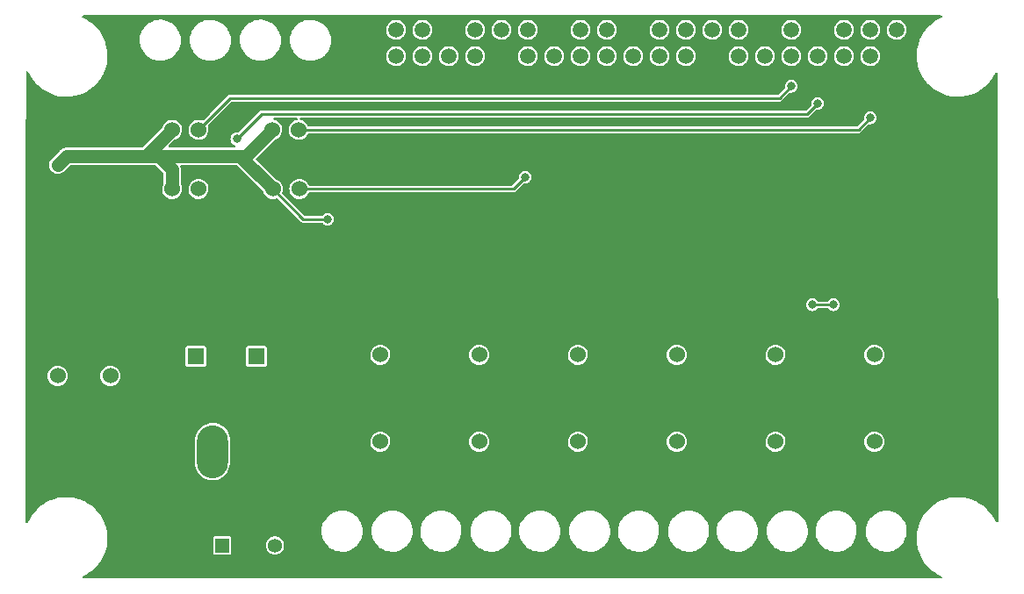
<source format=gbl>
G04 #@! TF.GenerationSoftware,KiCad,Pcbnew,(6.0.7)*
G04 #@! TF.CreationDate,2023-03-20T22:05:17-05:00*
G04 #@! TF.ProjectId,EquipmentServicingPanel_Hardware_2023_Rev1,45717569-706d-4656-9e74-536572766963,rev?*
G04 #@! TF.SameCoordinates,Original*
G04 #@! TF.FileFunction,Copper,L2,Bot*
G04 #@! TF.FilePolarity,Positive*
%FSLAX46Y46*%
G04 Gerber Fmt 4.6, Leading zero omitted, Abs format (unit mm)*
G04 Created by KiCad (PCBNEW (6.0.7)) date 2023-03-20 22:05:17*
%MOMM*%
%LPD*%
G01*
G04 APERTURE LIST*
G04 #@! TA.AperFunction,ComponentPad*
%ADD10R,1.600000X1.600000*%
G04 #@! TD*
G04 #@! TA.AperFunction,ComponentPad*
%ADD11C,1.600000*%
G04 #@! TD*
G04 #@! TA.AperFunction,ComponentPad*
%ADD12O,3.000000X5.100000*%
G04 #@! TD*
G04 #@! TA.AperFunction,ComponentPad*
%ADD13C,1.524000*%
G04 #@! TD*
G04 #@! TA.AperFunction,ComponentPad*
%ADD14C,1.520000*%
G04 #@! TD*
G04 #@! TA.AperFunction,ComponentPad*
%ADD15R,1.358000X1.358000*%
G04 #@! TD*
G04 #@! TA.AperFunction,ComponentPad*
%ADD16C,1.358000*%
G04 #@! TD*
G04 #@! TA.AperFunction,ViaPad*
%ADD17C,0.800000*%
G04 #@! TD*
G04 #@! TA.AperFunction,Conductor*
%ADD18C,1.270000*%
G04 #@! TD*
G04 #@! TA.AperFunction,Conductor*
%ADD19C,0.254000*%
G04 #@! TD*
G04 APERTURE END LIST*
D10*
X102870000Y-124460000D03*
D11*
X100370000Y-124460000D03*
D10*
X108712000Y-124460000D03*
D11*
X111212000Y-124460000D03*
D12*
X112349000Y-133665000D03*
X104475000Y-133665000D03*
D13*
X158750000Y-132715000D03*
X156210000Y-132715000D03*
X168275000Y-132715000D03*
X165735000Y-132715000D03*
X120650000Y-132715000D03*
X118110000Y-132715000D03*
X139700000Y-132715000D03*
X137160000Y-132715000D03*
X149225000Y-132715000D03*
X146685000Y-132715000D03*
X130175000Y-132715000D03*
X127635000Y-132715000D03*
X120650000Y-124333000D03*
X118110000Y-124333000D03*
X130175000Y-124333000D03*
X127635000Y-124333000D03*
X139700000Y-124333000D03*
X137160000Y-124333000D03*
X149225000Y-124333000D03*
X146685000Y-124333000D03*
X158750000Y-124333000D03*
X156210000Y-124333000D03*
X168275000Y-124333000D03*
X165735000Y-124333000D03*
X100584000Y-102616000D03*
X103124000Y-102616000D03*
X100584000Y-108331000D03*
X103124000Y-108331000D03*
X110236000Y-102616000D03*
X112776000Y-102616000D03*
X110299500Y-108331000D03*
X112839500Y-108331000D03*
D14*
X122174000Y-95504000D03*
X122174000Y-92964000D03*
X124714000Y-95504000D03*
X124714000Y-92964000D03*
X127254000Y-95504000D03*
X127254000Y-92964000D03*
X129794000Y-95504000D03*
X129794000Y-92964000D03*
X132334000Y-95504000D03*
X132334000Y-92964000D03*
X134874000Y-95504000D03*
X134874000Y-92964000D03*
X137414000Y-95504000D03*
X137414000Y-92964000D03*
X139954000Y-95504000D03*
X139954000Y-92964000D03*
X142494000Y-95504000D03*
X142494000Y-92964000D03*
X145034000Y-95504000D03*
X145034000Y-92964000D03*
X147574000Y-95504000D03*
X147574000Y-92964000D03*
X150114000Y-95504000D03*
X150114000Y-92964000D03*
X152654000Y-95504000D03*
X152654000Y-92964000D03*
X155194000Y-95504000D03*
X155194000Y-92964000D03*
X157734000Y-95504000D03*
X157734000Y-92964000D03*
X160274000Y-95504000D03*
X160274000Y-92964000D03*
X162814000Y-95504000D03*
X162814000Y-92964000D03*
X165354000Y-95504000D03*
X165354000Y-92964000D03*
X167894000Y-95504000D03*
X167894000Y-92964000D03*
X170434000Y-95504000D03*
X170434000Y-92964000D03*
D13*
X94615000Y-126365000D03*
X92075000Y-126365000D03*
X89535000Y-126365000D03*
D15*
X105410000Y-142720000D03*
D16*
X107950000Y-142720000D03*
X110490000Y-142720000D03*
D17*
X142240000Y-114300000D03*
X121920000Y-104140000D03*
X132080000Y-104140000D03*
X142240000Y-104140000D03*
X152400000Y-114300000D03*
X132080000Y-114300000D03*
X152400000Y-104140000D03*
X89535000Y-106045000D03*
X115570000Y-111252000D03*
X162306000Y-119507000D03*
X164338000Y-119507000D03*
X160274000Y-98425000D03*
X162814000Y-100076000D03*
X106807000Y-103505000D03*
X167894000Y-101473000D03*
X134620000Y-107188000D03*
D18*
X106299000Y-105156000D02*
X107696000Y-105156000D01*
X98044000Y-105156000D02*
X99314000Y-105156000D01*
X100584000Y-106426000D02*
X99314000Y-105156000D01*
X99314000Y-105156000D02*
X106299000Y-105156000D01*
X100584000Y-102616000D02*
X98044000Y-105156000D01*
X110299500Y-108331000D02*
X107124500Y-105156000D01*
D19*
X115570000Y-111252000D02*
X113220500Y-111252000D01*
D18*
X107696000Y-105156000D02*
X110236000Y-102616000D01*
X98044000Y-105156000D02*
X90424000Y-105156000D01*
X107124500Y-105156000D02*
X106299000Y-105156000D01*
X90424000Y-105156000D02*
X89535000Y-106045000D01*
X100584000Y-108331000D02*
X100584000Y-106426000D01*
D19*
X113220500Y-111252000D02*
X110299500Y-108331000D01*
X164338000Y-119507000D02*
X162306000Y-119507000D01*
X159131000Y-99568000D02*
X160274000Y-98425000D01*
X106172000Y-99568000D02*
X114046000Y-99568000D01*
X103124000Y-102616000D02*
X104394000Y-101346000D01*
X114046000Y-99568000D02*
X159131000Y-99568000D01*
X104394000Y-101346000D02*
X106172000Y-99568000D01*
X106807000Y-103505000D02*
X109220000Y-101092000D01*
X109220000Y-101092000D02*
X114554000Y-101092000D01*
X161798000Y-101092000D02*
X162814000Y-100076000D01*
X114554000Y-101092000D02*
X161798000Y-101092000D01*
X112776000Y-102616000D02*
X166751000Y-102616000D01*
X166751000Y-102616000D02*
X167894000Y-101473000D01*
X133477000Y-108331000D02*
X134620000Y-107188000D01*
X112839500Y-108331000D02*
X133477000Y-108331000D01*
G04 #@! TA.AperFunction,Conductor*
G36*
X174748007Y-91587502D02*
G01*
X174794500Y-91641158D01*
X174804604Y-91711432D01*
X174775110Y-91776012D01*
X174734428Y-91807083D01*
X174433434Y-91951618D01*
X174095549Y-92157459D01*
X174072414Y-92174924D01*
X173847544Y-92344684D01*
X173779779Y-92395841D01*
X173777497Y-92397951D01*
X173777488Y-92397958D01*
X173617577Y-92545779D01*
X173489246Y-92664407D01*
X173487174Y-92666745D01*
X173487169Y-92666750D01*
X173228908Y-92958149D01*
X173228903Y-92958155D01*
X173226824Y-92960501D01*
X172995107Y-93281194D01*
X172796387Y-93623316D01*
X172795097Y-93626153D01*
X172795095Y-93626157D01*
X172657762Y-93928206D01*
X172632629Y-93983483D01*
X172631627Y-93986436D01*
X172631625Y-93986440D01*
X172621747Y-94015541D01*
X172505452Y-94358133D01*
X172504744Y-94361188D01*
X172427708Y-94693545D01*
X172416114Y-94743563D01*
X172387536Y-94965118D01*
X172374849Y-95063476D01*
X172365499Y-95135959D01*
X172356809Y-95437652D01*
X172354797Y-95507505D01*
X172354107Y-95531442D01*
X172354328Y-95534561D01*
X172354328Y-95534568D01*
X172377708Y-95864780D01*
X172382050Y-95926102D01*
X172449053Y-96316035D01*
X172449885Y-96319044D01*
X172449886Y-96319050D01*
X172473318Y-96403830D01*
X172554452Y-96697385D01*
X172555582Y-96700305D01*
X172555583Y-96700309D01*
X172663161Y-96978379D01*
X172697206Y-97066381D01*
X172698621Y-97069175D01*
X172698624Y-97069183D01*
X172801765Y-97272924D01*
X172875903Y-97419375D01*
X173088775Y-97752875D01*
X173333718Y-98063583D01*
X173335893Y-98065839D01*
X173335898Y-98065845D01*
X173459348Y-98193904D01*
X173608309Y-98348428D01*
X173610702Y-98350461D01*
X173907439Y-98602558D01*
X173907447Y-98602565D01*
X173909834Y-98604592D01*
X173912414Y-98606375D01*
X174232737Y-98827765D01*
X174232746Y-98827770D01*
X174235309Y-98829542D01*
X174238044Y-98831055D01*
X174238049Y-98831058D01*
X174402837Y-98922213D01*
X174581518Y-99021054D01*
X174584387Y-99022287D01*
X174584398Y-99022292D01*
X174942167Y-99176001D01*
X174945035Y-99177233D01*
X174948012Y-99178174D01*
X174948016Y-99178176D01*
X175076791Y-99218902D01*
X175322267Y-99296536D01*
X175709483Y-99377782D01*
X175712601Y-99378118D01*
X176100402Y-99419905D01*
X176100405Y-99419905D01*
X176102853Y-99420169D01*
X176105316Y-99420240D01*
X176105317Y-99420240D01*
X176108966Y-99420345D01*
X176160171Y-99421820D01*
X176431232Y-99421820D01*
X176432795Y-99421742D01*
X176432803Y-99421742D01*
X176529171Y-99416944D01*
X176727038Y-99407094D01*
X176730123Y-99406630D01*
X176730125Y-99406630D01*
X177115196Y-99348737D01*
X177118289Y-99348272D01*
X177319464Y-99297180D01*
X177498719Y-99251655D01*
X177498722Y-99251654D01*
X177501762Y-99250882D01*
X177530364Y-99240500D01*
X177870729Y-99116954D01*
X177870739Y-99116950D01*
X177873667Y-99115887D01*
X178230326Y-98944622D01*
X178568211Y-98738781D01*
X178766099Y-98589391D01*
X178881487Y-98502282D01*
X178881490Y-98502280D01*
X178883981Y-98500399D01*
X178886263Y-98498289D01*
X178886272Y-98498282D01*
X179087969Y-98311834D01*
X179174514Y-98231833D01*
X179176591Y-98229490D01*
X179434852Y-97938091D01*
X179434857Y-97938085D01*
X179436936Y-97935739D01*
X179668653Y-97615046D01*
X179867373Y-97272924D01*
X179899312Y-97202679D01*
X179922961Y-97150665D01*
X179969365Y-97096932D01*
X180037452Y-97076816D01*
X180105606Y-97096705D01*
X180152188Y-97150283D01*
X180163662Y-97202679D01*
X180210653Y-140316168D01*
X180210722Y-140379715D01*
X180190794Y-140447857D01*
X180137189Y-140494409D01*
X180066926Y-140504589D01*
X180002313Y-140475166D01*
X179969814Y-140429019D01*
X179968957Y-140429401D01*
X179967688Y-140426550D01*
X179966554Y-140423619D01*
X179944329Y-140379715D01*
X179789276Y-140073428D01*
X179787857Y-140070625D01*
X179771655Y-140045241D01*
X179576672Y-139739768D01*
X179574985Y-139737125D01*
X179330042Y-139426417D01*
X179327867Y-139424161D01*
X179327862Y-139424155D01*
X179165802Y-139256044D01*
X179055451Y-139141572D01*
X179052879Y-139139387D01*
X178756321Y-138887442D01*
X178756313Y-138887435D01*
X178753926Y-138885408D01*
X178559771Y-138751219D01*
X178431023Y-138662235D01*
X178431014Y-138662230D01*
X178428451Y-138660458D01*
X178425716Y-138658945D01*
X178425711Y-138658942D01*
X178217960Y-138544021D01*
X178082242Y-138468946D01*
X178079373Y-138467713D01*
X178079362Y-138467708D01*
X177721593Y-138313999D01*
X177721590Y-138313998D01*
X177718725Y-138312767D01*
X177715748Y-138311826D01*
X177715744Y-138311824D01*
X177586969Y-138271098D01*
X177341493Y-138193464D01*
X176954277Y-138112218D01*
X176951159Y-138111882D01*
X176563358Y-138070095D01*
X176563355Y-138070095D01*
X176560907Y-138069831D01*
X176558444Y-138069760D01*
X176558443Y-138069760D01*
X176554794Y-138069655D01*
X176503589Y-138068180D01*
X176232528Y-138068180D01*
X176230965Y-138068258D01*
X176230957Y-138068258D01*
X176134589Y-138073056D01*
X175936722Y-138082906D01*
X175933637Y-138083370D01*
X175933635Y-138083370D01*
X175743990Y-138111882D01*
X175545471Y-138141728D01*
X175542436Y-138142499D01*
X175542435Y-138142499D01*
X175165041Y-138238345D01*
X175165038Y-138238346D01*
X175161998Y-138239118D01*
X175159051Y-138240188D01*
X175159050Y-138240188D01*
X174793031Y-138373046D01*
X174793021Y-138373050D01*
X174790093Y-138374113D01*
X174433434Y-138545378D01*
X174095549Y-138751219D01*
X173779779Y-138989601D01*
X173777497Y-138991711D01*
X173777488Y-138991718D01*
X173617577Y-139139539D01*
X173489246Y-139258167D01*
X173487174Y-139260505D01*
X173487169Y-139260510D01*
X173228908Y-139551909D01*
X173228903Y-139551915D01*
X173226824Y-139554261D01*
X173224986Y-139556805D01*
X173224985Y-139556806D01*
X173150716Y-139659594D01*
X172995107Y-139874954D01*
X172796387Y-140217076D01*
X172795097Y-140219913D01*
X172795095Y-140219917D01*
X172634731Y-140572620D01*
X172632629Y-140577243D01*
X172505452Y-140951893D01*
X172484836Y-141040835D01*
X172420155Y-141319891D01*
X172416114Y-141337323D01*
X172387287Y-141560803D01*
X172373870Y-141664826D01*
X172365499Y-141729719D01*
X172354107Y-142125202D01*
X172354328Y-142128321D01*
X172354328Y-142128328D01*
X172373100Y-142393453D01*
X172382050Y-142519862D01*
X172449053Y-142909795D01*
X172449885Y-142912804D01*
X172449886Y-142912810D01*
X172481510Y-143027230D01*
X172554452Y-143291145D01*
X172555582Y-143294065D01*
X172555583Y-143294069D01*
X172673746Y-143599500D01*
X172697206Y-143660141D01*
X172698621Y-143662935D01*
X172698624Y-143662943D01*
X172801765Y-143866684D01*
X172875903Y-144013135D01*
X172877594Y-144015784D01*
X172877595Y-144015786D01*
X172999073Y-144206101D01*
X173088775Y-144346635D01*
X173333718Y-144657343D01*
X173335893Y-144659599D01*
X173335898Y-144659605D01*
X173459348Y-144787664D01*
X173608309Y-144942188D01*
X173610702Y-144944221D01*
X173907439Y-145196318D01*
X173907447Y-145196325D01*
X173909834Y-145198352D01*
X173912414Y-145200135D01*
X174232737Y-145421525D01*
X174232746Y-145421530D01*
X174235309Y-145423302D01*
X174238044Y-145424815D01*
X174238049Y-145424818D01*
X174402837Y-145515973D01*
X174581518Y-145614814D01*
X174584394Y-145616050D01*
X174584405Y-145616055D01*
X174733834Y-145680254D01*
X174788528Y-145725522D01*
X174810065Y-145793173D01*
X174791608Y-145861729D01*
X174739017Y-145909423D01*
X174684060Y-145922022D01*
X92071927Y-145897602D01*
X92003812Y-145877580D01*
X91957335Y-145823910D01*
X91947252Y-145753633D01*
X91976764Y-145689061D01*
X92017422Y-145658019D01*
X92107397Y-145614814D01*
X92266566Y-145538382D01*
X92604451Y-145332541D01*
X92920221Y-145094159D01*
X92922503Y-145092049D01*
X92922512Y-145092042D01*
X93208457Y-144827716D01*
X93210754Y-144825593D01*
X93214753Y-144821081D01*
X93471092Y-144531851D01*
X93471097Y-144531845D01*
X93473176Y-144529499D01*
X93704893Y-144208806D01*
X93903613Y-143866684D01*
X93996249Y-143662943D01*
X94066079Y-143509359D01*
X94066080Y-143509356D01*
X94067371Y-143506517D01*
X94072104Y-143492576D01*
X94097165Y-143418748D01*
X104530500Y-143418748D01*
X104542133Y-143477231D01*
X104586448Y-143543552D01*
X104652769Y-143587867D01*
X104664938Y-143590288D01*
X104664939Y-143590288D01*
X104704354Y-143598128D01*
X104711252Y-143599500D01*
X106108748Y-143599500D01*
X106115646Y-143598128D01*
X106155061Y-143590288D01*
X106155062Y-143590288D01*
X106167231Y-143587867D01*
X106233552Y-143543552D01*
X106277867Y-143477231D01*
X106289500Y-143418748D01*
X106289500Y-142720000D01*
X109605655Y-142720000D01*
X109624980Y-142903866D01*
X109682111Y-143079696D01*
X109685414Y-143085418D01*
X109685415Y-143085419D01*
X109726209Y-143156076D01*
X109774550Y-143239805D01*
X109778968Y-143244712D01*
X109778969Y-143244713D01*
X109856213Y-143330500D01*
X109898258Y-143377196D01*
X110047827Y-143485865D01*
X110053855Y-143488549D01*
X110053857Y-143488550D01*
X110177394Y-143543552D01*
X110216722Y-143561062D01*
X110307141Y-143580281D01*
X110391104Y-143598128D01*
X110391108Y-143598128D01*
X110397561Y-143599500D01*
X110582439Y-143599500D01*
X110588892Y-143598128D01*
X110588896Y-143598128D01*
X110672859Y-143580281D01*
X110763278Y-143561062D01*
X110802606Y-143543552D01*
X110926143Y-143488550D01*
X110926145Y-143488549D01*
X110932173Y-143485865D01*
X111081742Y-143377196D01*
X111123788Y-143330500D01*
X111201031Y-143244713D01*
X111201032Y-143244712D01*
X111205450Y-143239805D01*
X111253791Y-143156076D01*
X111294585Y-143085419D01*
X111294586Y-143085418D01*
X111297889Y-143079696D01*
X111355020Y-142903866D01*
X111374345Y-142720000D01*
X111355020Y-142536134D01*
X111297889Y-142360304D01*
X111205450Y-142200195D01*
X111145289Y-142133380D01*
X111086157Y-142067707D01*
X111086155Y-142067706D01*
X111081742Y-142062804D01*
X111010991Y-142011400D01*
X110937515Y-141958016D01*
X110937514Y-141958015D01*
X110932173Y-141954135D01*
X110926145Y-141951451D01*
X110926143Y-141951450D01*
X110769309Y-141881623D01*
X110769308Y-141881623D01*
X110763278Y-141878938D01*
X110669598Y-141859026D01*
X110588896Y-141841872D01*
X110588892Y-141841872D01*
X110582439Y-141840500D01*
X110397561Y-141840500D01*
X110391108Y-141841872D01*
X110391104Y-141841872D01*
X110310402Y-141859026D01*
X110216722Y-141878938D01*
X110210693Y-141881622D01*
X110210691Y-141881623D01*
X110053858Y-141951450D01*
X110053856Y-141951451D01*
X110047828Y-141954135D01*
X110042487Y-141958015D01*
X110042486Y-141958016D01*
X109968712Y-142011616D01*
X109898258Y-142062804D01*
X109893845Y-142067706D01*
X109893843Y-142067707D01*
X109834711Y-142133380D01*
X109774550Y-142200195D01*
X109682111Y-142360304D01*
X109624980Y-142536134D01*
X109605655Y-142720000D01*
X106289500Y-142720000D01*
X106289500Y-142021252D01*
X106277867Y-141962769D01*
X106233552Y-141896448D01*
X106198827Y-141873245D01*
X106177547Y-141859026D01*
X106167231Y-141852133D01*
X106155062Y-141849712D01*
X106155061Y-141849712D01*
X106114816Y-141841707D01*
X106108748Y-141840500D01*
X104711252Y-141840500D01*
X104705184Y-141841707D01*
X104664939Y-141849712D01*
X104664938Y-141849712D01*
X104652769Y-141852133D01*
X104642453Y-141859026D01*
X104621173Y-141873245D01*
X104586448Y-141896448D01*
X104542133Y-141962769D01*
X104530500Y-142021252D01*
X104530500Y-143418748D01*
X94097165Y-143418748D01*
X94127121Y-143330500D01*
X94194548Y-143131867D01*
X94276631Y-142777737D01*
X94283181Y-142749479D01*
X94283181Y-142749477D01*
X94283886Y-142746437D01*
X94323108Y-142442365D01*
X94334100Y-142357151D01*
X94334100Y-142357148D01*
X94334501Y-142354041D01*
X94345893Y-141958558D01*
X94344686Y-141941503D01*
X94318172Y-141567034D01*
X94317950Y-141563898D01*
X94276022Y-141319891D01*
X114986698Y-141319891D01*
X114986942Y-141324326D01*
X114986942Y-141324330D01*
X114989878Y-141377670D01*
X115002071Y-141599228D01*
X115056650Y-141873613D01*
X115149345Y-142137570D01*
X115278307Y-142385832D01*
X115315927Y-142438476D01*
X115390405Y-142542698D01*
X115440963Y-142613448D01*
X115634068Y-142815873D01*
X115637564Y-142818629D01*
X115637565Y-142818630D01*
X115757032Y-142912810D01*
X115853768Y-142989071D01*
X115967747Y-143055275D01*
X116091826Y-143127347D01*
X116091832Y-143127350D01*
X116095680Y-143129585D01*
X116099813Y-143131259D01*
X116350846Y-143232938D01*
X116350854Y-143232941D01*
X116354978Y-143234611D01*
X116626487Y-143302054D01*
X116865077Y-143326500D01*
X117038266Y-143326500D01*
X117246061Y-143311787D01*
X117250416Y-143310849D01*
X117250419Y-143310849D01*
X117515208Y-143253842D01*
X117515210Y-143253842D01*
X117519555Y-143252906D01*
X117782023Y-143156076D01*
X117785941Y-143153962D01*
X118024314Y-143025343D01*
X118028230Y-143023230D01*
X118253262Y-142857019D01*
X118288196Y-142822630D01*
X118445385Y-142667890D01*
X118452629Y-142660759D01*
X118455330Y-142657220D01*
X118455336Y-142657213D01*
X118568172Y-142509361D01*
X118622355Y-142438365D01*
X118649747Y-142389453D01*
X118756876Y-142198161D01*
X118756877Y-142198158D01*
X118759052Y-142194275D01*
X118760653Y-142190136D01*
X118760657Y-142190128D01*
X118846135Y-141969179D01*
X118859992Y-141933360D01*
X118866158Y-141906761D01*
X118922156Y-141665165D01*
X118923162Y-141660826D01*
X118947302Y-141382109D01*
X118944343Y-141328330D01*
X118944099Y-141323891D01*
X119814698Y-141323891D01*
X119814942Y-141328326D01*
X119814942Y-141328330D01*
X119817878Y-141381670D01*
X119830071Y-141603228D01*
X119830939Y-141607591D01*
X119830939Y-141607592D01*
X119877541Y-141841872D01*
X119884650Y-141877613D01*
X119977345Y-142141570D01*
X120106307Y-142389832D01*
X120146377Y-142445905D01*
X120266105Y-142613448D01*
X120268963Y-142617448D01*
X120462068Y-142819873D01*
X120465564Y-142822629D01*
X120465565Y-142822630D01*
X120579958Y-142912810D01*
X120681768Y-142993071D01*
X120740577Y-143027230D01*
X120919826Y-143131347D01*
X120919832Y-143131350D01*
X120923680Y-143133585D01*
X120927813Y-143135259D01*
X121178846Y-143236938D01*
X121178854Y-143236941D01*
X121182978Y-143238611D01*
X121454487Y-143306054D01*
X121693077Y-143330500D01*
X121866266Y-143330500D01*
X122074061Y-143315787D01*
X122078416Y-143314849D01*
X122078419Y-143314849D01*
X122343208Y-143257842D01*
X122343210Y-143257842D01*
X122347555Y-143256906D01*
X122610023Y-143160076D01*
X122656797Y-143134838D01*
X122852314Y-143029343D01*
X122856230Y-143027230D01*
X123081262Y-142861019D01*
X123085326Y-142857019D01*
X123179149Y-142764657D01*
X123280629Y-142664759D01*
X123283330Y-142661220D01*
X123283336Y-142661213D01*
X123447653Y-142445905D01*
X123450355Y-142442365D01*
X123492792Y-142366589D01*
X123584876Y-142202161D01*
X123584877Y-142202158D01*
X123587052Y-142198275D01*
X123588653Y-142194136D01*
X123588657Y-142194128D01*
X123686389Y-141941503D01*
X123687992Y-141937360D01*
X123695085Y-141906761D01*
X123735394Y-141732854D01*
X123751162Y-141664826D01*
X123775302Y-141386109D01*
X123771658Y-141319891D01*
X124511698Y-141319891D01*
X124511942Y-141324326D01*
X124511942Y-141324330D01*
X124514878Y-141377670D01*
X124527071Y-141599228D01*
X124581650Y-141873613D01*
X124674345Y-142137570D01*
X124803307Y-142385832D01*
X124840927Y-142438476D01*
X124915405Y-142542698D01*
X124965963Y-142613448D01*
X125159068Y-142815873D01*
X125162564Y-142818629D01*
X125162565Y-142818630D01*
X125282032Y-142912810D01*
X125378768Y-142989071D01*
X125492747Y-143055275D01*
X125616826Y-143127347D01*
X125616832Y-143127350D01*
X125620680Y-143129585D01*
X125624813Y-143131259D01*
X125875846Y-143232938D01*
X125875854Y-143232941D01*
X125879978Y-143234611D01*
X126151487Y-143302054D01*
X126390077Y-143326500D01*
X126563266Y-143326500D01*
X126771061Y-143311787D01*
X126775416Y-143310849D01*
X126775419Y-143310849D01*
X127040208Y-143253842D01*
X127040210Y-143253842D01*
X127044555Y-143252906D01*
X127307023Y-143156076D01*
X127310941Y-143153962D01*
X127549314Y-143025343D01*
X127553230Y-143023230D01*
X127778262Y-142857019D01*
X127813196Y-142822630D01*
X127970385Y-142667890D01*
X127977629Y-142660759D01*
X127980330Y-142657220D01*
X127980336Y-142657213D01*
X128093172Y-142509361D01*
X128147355Y-142438365D01*
X128174747Y-142389453D01*
X128281876Y-142198161D01*
X128281877Y-142198158D01*
X128284052Y-142194275D01*
X128285653Y-142190136D01*
X128285657Y-142190128D01*
X128371135Y-141969179D01*
X128384992Y-141933360D01*
X128391158Y-141906761D01*
X128447156Y-141665165D01*
X128448162Y-141660826D01*
X128472302Y-141382109D01*
X128469343Y-141328330D01*
X128469099Y-141323891D01*
X129339698Y-141323891D01*
X129339942Y-141328326D01*
X129339942Y-141328330D01*
X129342878Y-141381670D01*
X129355071Y-141603228D01*
X129355939Y-141607591D01*
X129355939Y-141607592D01*
X129402541Y-141841872D01*
X129409650Y-141877613D01*
X129502345Y-142141570D01*
X129631307Y-142389832D01*
X129671377Y-142445905D01*
X129791105Y-142613448D01*
X129793963Y-142617448D01*
X129987068Y-142819873D01*
X129990564Y-142822629D01*
X129990565Y-142822630D01*
X130104958Y-142912810D01*
X130206768Y-142993071D01*
X130265577Y-143027230D01*
X130444826Y-143131347D01*
X130444832Y-143131350D01*
X130448680Y-143133585D01*
X130452813Y-143135259D01*
X130703846Y-143236938D01*
X130703854Y-143236941D01*
X130707978Y-143238611D01*
X130979487Y-143306054D01*
X131218077Y-143330500D01*
X131391266Y-143330500D01*
X131599061Y-143315787D01*
X131603416Y-143314849D01*
X131603419Y-143314849D01*
X131868208Y-143257842D01*
X131868210Y-143257842D01*
X131872555Y-143256906D01*
X132135023Y-143160076D01*
X132181797Y-143134838D01*
X132377314Y-143029343D01*
X132381230Y-143027230D01*
X132606262Y-142861019D01*
X132610326Y-142857019D01*
X132704149Y-142764657D01*
X132805629Y-142664759D01*
X132808330Y-142661220D01*
X132808336Y-142661213D01*
X132972653Y-142445905D01*
X132975355Y-142442365D01*
X133017792Y-142366589D01*
X133109876Y-142202161D01*
X133109877Y-142202158D01*
X133112052Y-142198275D01*
X133113653Y-142194136D01*
X133113657Y-142194128D01*
X133211389Y-141941503D01*
X133212992Y-141937360D01*
X133220085Y-141906761D01*
X133260394Y-141732854D01*
X133276162Y-141664826D01*
X133300302Y-141386109D01*
X133296658Y-141319891D01*
X134036698Y-141319891D01*
X134036942Y-141324326D01*
X134036942Y-141324330D01*
X134039878Y-141377670D01*
X134052071Y-141599228D01*
X134106650Y-141873613D01*
X134199345Y-142137570D01*
X134328307Y-142385832D01*
X134365927Y-142438476D01*
X134440405Y-142542698D01*
X134490963Y-142613448D01*
X134684068Y-142815873D01*
X134687564Y-142818629D01*
X134687565Y-142818630D01*
X134807032Y-142912810D01*
X134903768Y-142989071D01*
X135017747Y-143055275D01*
X135141826Y-143127347D01*
X135141832Y-143127350D01*
X135145680Y-143129585D01*
X135149813Y-143131259D01*
X135400846Y-143232938D01*
X135400854Y-143232941D01*
X135404978Y-143234611D01*
X135676487Y-143302054D01*
X135915077Y-143326500D01*
X136088266Y-143326500D01*
X136296061Y-143311787D01*
X136300416Y-143310849D01*
X136300419Y-143310849D01*
X136565208Y-143253842D01*
X136565210Y-143253842D01*
X136569555Y-143252906D01*
X136832023Y-143156076D01*
X136835941Y-143153962D01*
X137074314Y-143025343D01*
X137078230Y-143023230D01*
X137303262Y-142857019D01*
X137338196Y-142822630D01*
X137495385Y-142667890D01*
X137502629Y-142660759D01*
X137505330Y-142657220D01*
X137505336Y-142657213D01*
X137618172Y-142509361D01*
X137672355Y-142438365D01*
X137699747Y-142389453D01*
X137806876Y-142198161D01*
X137806877Y-142198158D01*
X137809052Y-142194275D01*
X137810653Y-142190136D01*
X137810657Y-142190128D01*
X137896135Y-141969179D01*
X137909992Y-141933360D01*
X137916158Y-141906761D01*
X137972156Y-141665165D01*
X137973162Y-141660826D01*
X137997302Y-141382109D01*
X137994343Y-141328330D01*
X137994099Y-141323891D01*
X138864698Y-141323891D01*
X138864942Y-141328326D01*
X138864942Y-141328330D01*
X138867878Y-141381670D01*
X138880071Y-141603228D01*
X138880939Y-141607591D01*
X138880939Y-141607592D01*
X138927541Y-141841872D01*
X138934650Y-141877613D01*
X139027345Y-142141570D01*
X139156307Y-142389832D01*
X139196377Y-142445905D01*
X139316105Y-142613448D01*
X139318963Y-142617448D01*
X139512068Y-142819873D01*
X139515564Y-142822629D01*
X139515565Y-142822630D01*
X139629958Y-142912810D01*
X139731768Y-142993071D01*
X139790577Y-143027230D01*
X139969826Y-143131347D01*
X139969832Y-143131350D01*
X139973680Y-143133585D01*
X139977813Y-143135259D01*
X140228846Y-143236938D01*
X140228854Y-143236941D01*
X140232978Y-143238611D01*
X140504487Y-143306054D01*
X140743077Y-143330500D01*
X140916266Y-143330500D01*
X141124061Y-143315787D01*
X141128416Y-143314849D01*
X141128419Y-143314849D01*
X141393208Y-143257842D01*
X141393210Y-143257842D01*
X141397555Y-143256906D01*
X141660023Y-143160076D01*
X141706797Y-143134838D01*
X141902314Y-143029343D01*
X141906230Y-143027230D01*
X142131262Y-142861019D01*
X142135326Y-142857019D01*
X142229149Y-142764657D01*
X142330629Y-142664759D01*
X142333330Y-142661220D01*
X142333336Y-142661213D01*
X142497653Y-142445905D01*
X142500355Y-142442365D01*
X142542792Y-142366589D01*
X142634876Y-142202161D01*
X142634877Y-142202158D01*
X142637052Y-142198275D01*
X142638653Y-142194136D01*
X142638657Y-142194128D01*
X142736389Y-141941503D01*
X142737992Y-141937360D01*
X142745085Y-141906761D01*
X142785394Y-141732854D01*
X142801162Y-141664826D01*
X142825302Y-141386109D01*
X142821658Y-141319891D01*
X143561698Y-141319891D01*
X143561942Y-141324326D01*
X143561942Y-141324330D01*
X143564878Y-141377670D01*
X143577071Y-141599228D01*
X143631650Y-141873613D01*
X143724345Y-142137570D01*
X143853307Y-142385832D01*
X143890927Y-142438476D01*
X143965405Y-142542698D01*
X144015963Y-142613448D01*
X144209068Y-142815873D01*
X144212564Y-142818629D01*
X144212565Y-142818630D01*
X144332032Y-142912810D01*
X144428768Y-142989071D01*
X144542747Y-143055275D01*
X144666826Y-143127347D01*
X144666832Y-143127350D01*
X144670680Y-143129585D01*
X144674813Y-143131259D01*
X144925846Y-143232938D01*
X144925854Y-143232941D01*
X144929978Y-143234611D01*
X145201487Y-143302054D01*
X145440077Y-143326500D01*
X145613266Y-143326500D01*
X145821061Y-143311787D01*
X145825416Y-143310849D01*
X145825419Y-143310849D01*
X146090208Y-143253842D01*
X146090210Y-143253842D01*
X146094555Y-143252906D01*
X146357023Y-143156076D01*
X146360941Y-143153962D01*
X146599314Y-143025343D01*
X146603230Y-143023230D01*
X146828262Y-142857019D01*
X146863196Y-142822630D01*
X147020385Y-142667890D01*
X147027629Y-142660759D01*
X147030330Y-142657220D01*
X147030336Y-142657213D01*
X147143172Y-142509361D01*
X147197355Y-142438365D01*
X147224747Y-142389453D01*
X147331876Y-142198161D01*
X147331877Y-142198158D01*
X147334052Y-142194275D01*
X147335653Y-142190136D01*
X147335657Y-142190128D01*
X147421135Y-141969179D01*
X147434992Y-141933360D01*
X147441158Y-141906761D01*
X147497156Y-141665165D01*
X147498162Y-141660826D01*
X147522302Y-141382109D01*
X147519343Y-141328330D01*
X147519099Y-141323891D01*
X148389698Y-141323891D01*
X148389942Y-141328326D01*
X148389942Y-141328330D01*
X148392878Y-141381670D01*
X148405071Y-141603228D01*
X148405939Y-141607591D01*
X148405939Y-141607592D01*
X148452541Y-141841872D01*
X148459650Y-141877613D01*
X148552345Y-142141570D01*
X148681307Y-142389832D01*
X148721377Y-142445905D01*
X148841105Y-142613448D01*
X148843963Y-142617448D01*
X149037068Y-142819873D01*
X149040564Y-142822629D01*
X149040565Y-142822630D01*
X149154958Y-142912810D01*
X149256768Y-142993071D01*
X149315577Y-143027230D01*
X149494826Y-143131347D01*
X149494832Y-143131350D01*
X149498680Y-143133585D01*
X149502813Y-143135259D01*
X149753846Y-143236938D01*
X149753854Y-143236941D01*
X149757978Y-143238611D01*
X150029487Y-143306054D01*
X150268077Y-143330500D01*
X150441266Y-143330500D01*
X150649061Y-143315787D01*
X150653416Y-143314849D01*
X150653419Y-143314849D01*
X150918208Y-143257842D01*
X150918210Y-143257842D01*
X150922555Y-143256906D01*
X151185023Y-143160076D01*
X151231797Y-143134838D01*
X151427314Y-143029343D01*
X151431230Y-143027230D01*
X151656262Y-142861019D01*
X151660326Y-142857019D01*
X151754149Y-142764657D01*
X151855629Y-142664759D01*
X151858330Y-142661220D01*
X151858336Y-142661213D01*
X152022653Y-142445905D01*
X152025355Y-142442365D01*
X152067792Y-142366589D01*
X152159876Y-142202161D01*
X152159877Y-142202158D01*
X152162052Y-142198275D01*
X152163653Y-142194136D01*
X152163657Y-142194128D01*
X152261389Y-141941503D01*
X152262992Y-141937360D01*
X152270085Y-141906761D01*
X152310394Y-141732854D01*
X152326162Y-141664826D01*
X152350302Y-141386109D01*
X152346658Y-141319891D01*
X153086698Y-141319891D01*
X153086942Y-141324326D01*
X153086942Y-141324330D01*
X153089878Y-141377670D01*
X153102071Y-141599228D01*
X153156650Y-141873613D01*
X153249345Y-142137570D01*
X153378307Y-142385832D01*
X153415927Y-142438476D01*
X153490405Y-142542698D01*
X153540963Y-142613448D01*
X153734068Y-142815873D01*
X153737564Y-142818629D01*
X153737565Y-142818630D01*
X153857032Y-142912810D01*
X153953768Y-142989071D01*
X154067747Y-143055275D01*
X154191826Y-143127347D01*
X154191832Y-143127350D01*
X154195680Y-143129585D01*
X154199813Y-143131259D01*
X154450846Y-143232938D01*
X154450854Y-143232941D01*
X154454978Y-143234611D01*
X154726487Y-143302054D01*
X154965077Y-143326500D01*
X155138266Y-143326500D01*
X155346061Y-143311787D01*
X155350416Y-143310849D01*
X155350419Y-143310849D01*
X155615208Y-143253842D01*
X155615210Y-143253842D01*
X155619555Y-143252906D01*
X155882023Y-143156076D01*
X155885941Y-143153962D01*
X156124314Y-143025343D01*
X156128230Y-143023230D01*
X156353262Y-142857019D01*
X156388196Y-142822630D01*
X156545385Y-142667890D01*
X156552629Y-142660759D01*
X156555330Y-142657220D01*
X156555336Y-142657213D01*
X156668172Y-142509361D01*
X156722355Y-142438365D01*
X156749747Y-142389453D01*
X156856876Y-142198161D01*
X156856877Y-142198158D01*
X156859052Y-142194275D01*
X156860653Y-142190136D01*
X156860657Y-142190128D01*
X156946135Y-141969179D01*
X156959992Y-141933360D01*
X156966158Y-141906761D01*
X157022156Y-141665165D01*
X157023162Y-141660826D01*
X157047302Y-141382109D01*
X157044343Y-141328330D01*
X157044099Y-141323891D01*
X157914698Y-141323891D01*
X157914942Y-141328326D01*
X157914942Y-141328330D01*
X157917878Y-141381670D01*
X157930071Y-141603228D01*
X157930939Y-141607591D01*
X157930939Y-141607592D01*
X157977541Y-141841872D01*
X157984650Y-141877613D01*
X158077345Y-142141570D01*
X158206307Y-142389832D01*
X158246377Y-142445905D01*
X158366105Y-142613448D01*
X158368963Y-142617448D01*
X158562068Y-142819873D01*
X158565564Y-142822629D01*
X158565565Y-142822630D01*
X158679958Y-142912810D01*
X158781768Y-142993071D01*
X158840577Y-143027230D01*
X159019826Y-143131347D01*
X159019832Y-143131350D01*
X159023680Y-143133585D01*
X159027813Y-143135259D01*
X159278846Y-143236938D01*
X159278854Y-143236941D01*
X159282978Y-143238611D01*
X159554487Y-143306054D01*
X159793077Y-143330500D01*
X159966266Y-143330500D01*
X160174061Y-143315787D01*
X160178416Y-143314849D01*
X160178419Y-143314849D01*
X160443208Y-143257842D01*
X160443210Y-143257842D01*
X160447555Y-143256906D01*
X160710023Y-143160076D01*
X160756797Y-143134838D01*
X160952314Y-143029343D01*
X160956230Y-143027230D01*
X161181262Y-142861019D01*
X161185326Y-142857019D01*
X161279149Y-142764657D01*
X161380629Y-142664759D01*
X161383330Y-142661220D01*
X161383336Y-142661213D01*
X161547653Y-142445905D01*
X161550355Y-142442365D01*
X161592792Y-142366589D01*
X161684876Y-142202161D01*
X161684877Y-142202158D01*
X161687052Y-142198275D01*
X161688653Y-142194136D01*
X161688657Y-142194128D01*
X161786389Y-141941503D01*
X161787992Y-141937360D01*
X161795085Y-141906761D01*
X161835394Y-141732854D01*
X161851162Y-141664826D01*
X161875302Y-141386109D01*
X161871658Y-141319891D01*
X162611698Y-141319891D01*
X162611942Y-141324326D01*
X162611942Y-141324330D01*
X162614878Y-141377670D01*
X162627071Y-141599228D01*
X162681650Y-141873613D01*
X162774345Y-142137570D01*
X162903307Y-142385832D01*
X162940927Y-142438476D01*
X163015405Y-142542698D01*
X163065963Y-142613448D01*
X163259068Y-142815873D01*
X163262564Y-142818629D01*
X163262565Y-142818630D01*
X163382032Y-142912810D01*
X163478768Y-142989071D01*
X163592747Y-143055275D01*
X163716826Y-143127347D01*
X163716832Y-143127350D01*
X163720680Y-143129585D01*
X163724813Y-143131259D01*
X163975846Y-143232938D01*
X163975854Y-143232941D01*
X163979978Y-143234611D01*
X164251487Y-143302054D01*
X164490077Y-143326500D01*
X164663266Y-143326500D01*
X164871061Y-143311787D01*
X164875416Y-143310849D01*
X164875419Y-143310849D01*
X165140208Y-143253842D01*
X165140210Y-143253842D01*
X165144555Y-143252906D01*
X165407023Y-143156076D01*
X165410941Y-143153962D01*
X165649314Y-143025343D01*
X165653230Y-143023230D01*
X165878262Y-142857019D01*
X165913196Y-142822630D01*
X166070385Y-142667890D01*
X166077629Y-142660759D01*
X166080330Y-142657220D01*
X166080336Y-142657213D01*
X166193172Y-142509361D01*
X166247355Y-142438365D01*
X166274747Y-142389453D01*
X166381876Y-142198161D01*
X166381877Y-142198158D01*
X166384052Y-142194275D01*
X166385653Y-142190136D01*
X166385657Y-142190128D01*
X166471135Y-141969179D01*
X166484992Y-141933360D01*
X166491158Y-141906761D01*
X166547156Y-141665165D01*
X166548162Y-141660826D01*
X166572302Y-141382109D01*
X166569343Y-141328330D01*
X166569099Y-141323891D01*
X167439698Y-141323891D01*
X167439942Y-141328326D01*
X167439942Y-141328330D01*
X167442878Y-141381670D01*
X167455071Y-141603228D01*
X167455939Y-141607591D01*
X167455939Y-141607592D01*
X167502541Y-141841872D01*
X167509650Y-141877613D01*
X167602345Y-142141570D01*
X167731307Y-142389832D01*
X167771377Y-142445905D01*
X167891105Y-142613448D01*
X167893963Y-142617448D01*
X168087068Y-142819873D01*
X168090564Y-142822629D01*
X168090565Y-142822630D01*
X168204958Y-142912810D01*
X168306768Y-142993071D01*
X168365577Y-143027230D01*
X168544826Y-143131347D01*
X168544832Y-143131350D01*
X168548680Y-143133585D01*
X168552813Y-143135259D01*
X168803846Y-143236938D01*
X168803854Y-143236941D01*
X168807978Y-143238611D01*
X169079487Y-143306054D01*
X169318077Y-143330500D01*
X169491266Y-143330500D01*
X169699061Y-143315787D01*
X169703416Y-143314849D01*
X169703419Y-143314849D01*
X169968208Y-143257842D01*
X169968210Y-143257842D01*
X169972555Y-143256906D01*
X170235023Y-143160076D01*
X170281797Y-143134838D01*
X170477314Y-143029343D01*
X170481230Y-143027230D01*
X170706262Y-142861019D01*
X170710326Y-142857019D01*
X170804149Y-142764657D01*
X170905629Y-142664759D01*
X170908330Y-142661220D01*
X170908336Y-142661213D01*
X171072653Y-142445905D01*
X171075355Y-142442365D01*
X171117792Y-142366589D01*
X171209876Y-142202161D01*
X171209877Y-142202158D01*
X171212052Y-142198275D01*
X171213653Y-142194136D01*
X171213657Y-142194128D01*
X171311389Y-141941503D01*
X171312992Y-141937360D01*
X171320085Y-141906761D01*
X171360394Y-141732854D01*
X171376162Y-141664826D01*
X171400302Y-141386109D01*
X171384929Y-141106772D01*
X171354729Y-140954948D01*
X171331219Y-140836755D01*
X171331218Y-140836753D01*
X171330350Y-140832387D01*
X171237655Y-140568430D01*
X171108693Y-140320168D01*
X170946037Y-140092552D01*
X170752932Y-139890127D01*
X170744361Y-139883370D01*
X170536727Y-139719684D01*
X170536725Y-139719682D01*
X170533232Y-139716929D01*
X170419253Y-139650725D01*
X170295174Y-139578653D01*
X170295168Y-139578650D01*
X170291320Y-139576415D01*
X170275921Y-139570178D01*
X170036154Y-139473062D01*
X170036146Y-139473059D01*
X170032022Y-139471389D01*
X169760513Y-139403946D01*
X169521923Y-139379500D01*
X169348734Y-139379500D01*
X169140939Y-139394213D01*
X169136584Y-139395151D01*
X169136581Y-139395151D01*
X168871792Y-139452158D01*
X168871790Y-139452158D01*
X168867445Y-139453094D01*
X168604977Y-139549924D01*
X168601059Y-139552038D01*
X168555881Y-139576415D01*
X168358770Y-139682770D01*
X168133738Y-139848981D01*
X168130559Y-139852110D01*
X168130556Y-139852113D01*
X168035851Y-139945343D01*
X167934371Y-140045241D01*
X167931670Y-140048780D01*
X167931664Y-140048787D01*
X167818828Y-140196639D01*
X167764645Y-140267635D01*
X167762467Y-140271523D01*
X167762467Y-140271524D01*
X167663327Y-140448552D01*
X167627948Y-140511725D01*
X167626347Y-140515864D01*
X167626343Y-140515872D01*
X167603615Y-140574621D01*
X167527008Y-140772640D01*
X167526005Y-140776965D01*
X167526004Y-140776970D01*
X167513159Y-140832387D01*
X167463838Y-141045174D01*
X167439698Y-141323891D01*
X166569099Y-141323891D01*
X166560223Y-141162632D01*
X166556929Y-141102772D01*
X166502350Y-140828387D01*
X166409655Y-140564430D01*
X166280693Y-140316168D01*
X166123483Y-140096173D01*
X166120625Y-140092173D01*
X166120622Y-140092169D01*
X166118037Y-140088552D01*
X165924932Y-139886127D01*
X165921435Y-139883370D01*
X165708727Y-139715684D01*
X165708725Y-139715682D01*
X165705232Y-139712929D01*
X165591253Y-139646725D01*
X165467174Y-139574653D01*
X165467168Y-139574650D01*
X165463320Y-139572415D01*
X165418500Y-139554261D01*
X165208154Y-139469062D01*
X165208146Y-139469059D01*
X165204022Y-139467389D01*
X164932513Y-139399946D01*
X164693923Y-139375500D01*
X164520734Y-139375500D01*
X164312939Y-139390213D01*
X164308584Y-139391151D01*
X164308581Y-139391151D01*
X164043792Y-139448158D01*
X164043790Y-139448158D01*
X164039445Y-139449094D01*
X163776977Y-139545924D01*
X163773059Y-139548038D01*
X163727881Y-139572415D01*
X163530770Y-139678770D01*
X163305738Y-139844981D01*
X163302559Y-139848110D01*
X163302556Y-139848113D01*
X163259877Y-139890127D01*
X163106371Y-140041241D01*
X163103670Y-140044780D01*
X163103664Y-140044787D01*
X163064448Y-140096173D01*
X162936645Y-140263635D01*
X162934467Y-140267523D01*
X162934467Y-140267524D01*
X162833476Y-140447857D01*
X162799948Y-140507725D01*
X162798347Y-140511864D01*
X162798343Y-140511872D01*
X162723572Y-140705146D01*
X162699008Y-140768640D01*
X162698005Y-140772965D01*
X162698004Y-140772970D01*
X162693451Y-140792615D01*
X162635838Y-141041174D01*
X162611698Y-141319891D01*
X161871658Y-141319891D01*
X161859929Y-141106772D01*
X161829729Y-140954948D01*
X161806219Y-140836755D01*
X161806218Y-140836753D01*
X161805350Y-140832387D01*
X161712655Y-140568430D01*
X161583693Y-140320168D01*
X161421037Y-140092552D01*
X161227932Y-139890127D01*
X161219361Y-139883370D01*
X161011727Y-139719684D01*
X161011725Y-139719682D01*
X161008232Y-139716929D01*
X160894253Y-139650725D01*
X160770174Y-139578653D01*
X160770168Y-139578650D01*
X160766320Y-139576415D01*
X160750921Y-139570178D01*
X160511154Y-139473062D01*
X160511146Y-139473059D01*
X160507022Y-139471389D01*
X160235513Y-139403946D01*
X159996923Y-139379500D01*
X159823734Y-139379500D01*
X159615939Y-139394213D01*
X159611584Y-139395151D01*
X159611581Y-139395151D01*
X159346792Y-139452158D01*
X159346790Y-139452158D01*
X159342445Y-139453094D01*
X159079977Y-139549924D01*
X159076059Y-139552038D01*
X159030881Y-139576415D01*
X158833770Y-139682770D01*
X158608738Y-139848981D01*
X158605559Y-139852110D01*
X158605556Y-139852113D01*
X158510851Y-139945343D01*
X158409371Y-140045241D01*
X158406670Y-140048780D01*
X158406664Y-140048787D01*
X158293828Y-140196639D01*
X158239645Y-140267635D01*
X158237467Y-140271523D01*
X158237467Y-140271524D01*
X158138327Y-140448552D01*
X158102948Y-140511725D01*
X158101347Y-140515864D01*
X158101343Y-140515872D01*
X158078615Y-140574621D01*
X158002008Y-140772640D01*
X158001005Y-140776965D01*
X158001004Y-140776970D01*
X157988159Y-140832387D01*
X157938838Y-141045174D01*
X157914698Y-141323891D01*
X157044099Y-141323891D01*
X157035223Y-141162632D01*
X157031929Y-141102772D01*
X156977350Y-140828387D01*
X156884655Y-140564430D01*
X156755693Y-140316168D01*
X156598483Y-140096173D01*
X156595625Y-140092173D01*
X156595622Y-140092169D01*
X156593037Y-140088552D01*
X156399932Y-139886127D01*
X156396435Y-139883370D01*
X156183727Y-139715684D01*
X156183725Y-139715682D01*
X156180232Y-139712929D01*
X156066253Y-139646725D01*
X155942174Y-139574653D01*
X155942168Y-139574650D01*
X155938320Y-139572415D01*
X155893500Y-139554261D01*
X155683154Y-139469062D01*
X155683146Y-139469059D01*
X155679022Y-139467389D01*
X155407513Y-139399946D01*
X155168923Y-139375500D01*
X154995734Y-139375500D01*
X154787939Y-139390213D01*
X154783584Y-139391151D01*
X154783581Y-139391151D01*
X154518792Y-139448158D01*
X154518790Y-139448158D01*
X154514445Y-139449094D01*
X154251977Y-139545924D01*
X154248059Y-139548038D01*
X154202881Y-139572415D01*
X154005770Y-139678770D01*
X153780738Y-139844981D01*
X153777559Y-139848110D01*
X153777556Y-139848113D01*
X153734877Y-139890127D01*
X153581371Y-140041241D01*
X153578670Y-140044780D01*
X153578664Y-140044787D01*
X153539448Y-140096173D01*
X153411645Y-140263635D01*
X153409467Y-140267523D01*
X153409467Y-140267524D01*
X153308476Y-140447857D01*
X153274948Y-140507725D01*
X153273347Y-140511864D01*
X153273343Y-140511872D01*
X153198572Y-140705146D01*
X153174008Y-140768640D01*
X153173005Y-140772965D01*
X153173004Y-140772970D01*
X153168451Y-140792615D01*
X153110838Y-141041174D01*
X153086698Y-141319891D01*
X152346658Y-141319891D01*
X152334929Y-141106772D01*
X152304729Y-140954948D01*
X152281219Y-140836755D01*
X152281218Y-140836753D01*
X152280350Y-140832387D01*
X152187655Y-140568430D01*
X152058693Y-140320168D01*
X151896037Y-140092552D01*
X151702932Y-139890127D01*
X151694361Y-139883370D01*
X151486727Y-139719684D01*
X151486725Y-139719682D01*
X151483232Y-139716929D01*
X151369253Y-139650725D01*
X151245174Y-139578653D01*
X151245168Y-139578650D01*
X151241320Y-139576415D01*
X151225921Y-139570178D01*
X150986154Y-139473062D01*
X150986146Y-139473059D01*
X150982022Y-139471389D01*
X150710513Y-139403946D01*
X150471923Y-139379500D01*
X150298734Y-139379500D01*
X150090939Y-139394213D01*
X150086584Y-139395151D01*
X150086581Y-139395151D01*
X149821792Y-139452158D01*
X149821790Y-139452158D01*
X149817445Y-139453094D01*
X149554977Y-139549924D01*
X149551059Y-139552038D01*
X149505881Y-139576415D01*
X149308770Y-139682770D01*
X149083738Y-139848981D01*
X149080559Y-139852110D01*
X149080556Y-139852113D01*
X148985851Y-139945343D01*
X148884371Y-140045241D01*
X148881670Y-140048780D01*
X148881664Y-140048787D01*
X148768828Y-140196639D01*
X148714645Y-140267635D01*
X148712467Y-140271523D01*
X148712467Y-140271524D01*
X148613327Y-140448552D01*
X148577948Y-140511725D01*
X148576347Y-140515864D01*
X148576343Y-140515872D01*
X148553615Y-140574621D01*
X148477008Y-140772640D01*
X148476005Y-140776965D01*
X148476004Y-140776970D01*
X148463159Y-140832387D01*
X148413838Y-141045174D01*
X148389698Y-141323891D01*
X147519099Y-141323891D01*
X147510223Y-141162632D01*
X147506929Y-141102772D01*
X147452350Y-140828387D01*
X147359655Y-140564430D01*
X147230693Y-140316168D01*
X147073483Y-140096173D01*
X147070625Y-140092173D01*
X147070622Y-140092169D01*
X147068037Y-140088552D01*
X146874932Y-139886127D01*
X146871435Y-139883370D01*
X146658727Y-139715684D01*
X146658725Y-139715682D01*
X146655232Y-139712929D01*
X146541253Y-139646725D01*
X146417174Y-139574653D01*
X146417168Y-139574650D01*
X146413320Y-139572415D01*
X146368500Y-139554261D01*
X146158154Y-139469062D01*
X146158146Y-139469059D01*
X146154022Y-139467389D01*
X145882513Y-139399946D01*
X145643923Y-139375500D01*
X145470734Y-139375500D01*
X145262939Y-139390213D01*
X145258584Y-139391151D01*
X145258581Y-139391151D01*
X144993792Y-139448158D01*
X144993790Y-139448158D01*
X144989445Y-139449094D01*
X144726977Y-139545924D01*
X144723059Y-139548038D01*
X144677881Y-139572415D01*
X144480770Y-139678770D01*
X144255738Y-139844981D01*
X144252559Y-139848110D01*
X144252556Y-139848113D01*
X144209877Y-139890127D01*
X144056371Y-140041241D01*
X144053670Y-140044780D01*
X144053664Y-140044787D01*
X144014448Y-140096173D01*
X143886645Y-140263635D01*
X143884467Y-140267523D01*
X143884467Y-140267524D01*
X143783476Y-140447857D01*
X143749948Y-140507725D01*
X143748347Y-140511864D01*
X143748343Y-140511872D01*
X143673572Y-140705146D01*
X143649008Y-140768640D01*
X143648005Y-140772965D01*
X143648004Y-140772970D01*
X143643451Y-140792615D01*
X143585838Y-141041174D01*
X143561698Y-141319891D01*
X142821658Y-141319891D01*
X142809929Y-141106772D01*
X142779729Y-140954948D01*
X142756219Y-140836755D01*
X142756218Y-140836753D01*
X142755350Y-140832387D01*
X142662655Y-140568430D01*
X142533693Y-140320168D01*
X142371037Y-140092552D01*
X142177932Y-139890127D01*
X142169361Y-139883370D01*
X141961727Y-139719684D01*
X141961725Y-139719682D01*
X141958232Y-139716929D01*
X141844253Y-139650725D01*
X141720174Y-139578653D01*
X141720168Y-139578650D01*
X141716320Y-139576415D01*
X141700921Y-139570178D01*
X141461154Y-139473062D01*
X141461146Y-139473059D01*
X141457022Y-139471389D01*
X141185513Y-139403946D01*
X140946923Y-139379500D01*
X140773734Y-139379500D01*
X140565939Y-139394213D01*
X140561584Y-139395151D01*
X140561581Y-139395151D01*
X140296792Y-139452158D01*
X140296790Y-139452158D01*
X140292445Y-139453094D01*
X140029977Y-139549924D01*
X140026059Y-139552038D01*
X139980881Y-139576415D01*
X139783770Y-139682770D01*
X139558738Y-139848981D01*
X139555559Y-139852110D01*
X139555556Y-139852113D01*
X139460851Y-139945343D01*
X139359371Y-140045241D01*
X139356670Y-140048780D01*
X139356664Y-140048787D01*
X139243828Y-140196639D01*
X139189645Y-140267635D01*
X139187467Y-140271523D01*
X139187467Y-140271524D01*
X139088327Y-140448552D01*
X139052948Y-140511725D01*
X139051347Y-140515864D01*
X139051343Y-140515872D01*
X139028615Y-140574621D01*
X138952008Y-140772640D01*
X138951005Y-140776965D01*
X138951004Y-140776970D01*
X138938159Y-140832387D01*
X138888838Y-141045174D01*
X138864698Y-141323891D01*
X137994099Y-141323891D01*
X137985223Y-141162632D01*
X137981929Y-141102772D01*
X137927350Y-140828387D01*
X137834655Y-140564430D01*
X137705693Y-140316168D01*
X137548483Y-140096173D01*
X137545625Y-140092173D01*
X137545622Y-140092169D01*
X137543037Y-140088552D01*
X137349932Y-139886127D01*
X137346435Y-139883370D01*
X137133727Y-139715684D01*
X137133725Y-139715682D01*
X137130232Y-139712929D01*
X137016253Y-139646725D01*
X136892174Y-139574653D01*
X136892168Y-139574650D01*
X136888320Y-139572415D01*
X136843500Y-139554261D01*
X136633154Y-139469062D01*
X136633146Y-139469059D01*
X136629022Y-139467389D01*
X136357513Y-139399946D01*
X136118923Y-139375500D01*
X135945734Y-139375500D01*
X135737939Y-139390213D01*
X135733584Y-139391151D01*
X135733581Y-139391151D01*
X135468792Y-139448158D01*
X135468790Y-139448158D01*
X135464445Y-139449094D01*
X135201977Y-139545924D01*
X135198059Y-139548038D01*
X135152881Y-139572415D01*
X134955770Y-139678770D01*
X134730738Y-139844981D01*
X134727559Y-139848110D01*
X134727556Y-139848113D01*
X134684877Y-139890127D01*
X134531371Y-140041241D01*
X134528670Y-140044780D01*
X134528664Y-140044787D01*
X134489448Y-140096173D01*
X134361645Y-140263635D01*
X134359467Y-140267523D01*
X134359467Y-140267524D01*
X134258476Y-140447857D01*
X134224948Y-140507725D01*
X134223347Y-140511864D01*
X134223343Y-140511872D01*
X134148572Y-140705146D01*
X134124008Y-140768640D01*
X134123005Y-140772965D01*
X134123004Y-140772970D01*
X134118451Y-140792615D01*
X134060838Y-141041174D01*
X134036698Y-141319891D01*
X133296658Y-141319891D01*
X133284929Y-141106772D01*
X133254729Y-140954948D01*
X133231219Y-140836755D01*
X133231218Y-140836753D01*
X133230350Y-140832387D01*
X133137655Y-140568430D01*
X133008693Y-140320168D01*
X132846037Y-140092552D01*
X132652932Y-139890127D01*
X132644361Y-139883370D01*
X132436727Y-139719684D01*
X132436725Y-139719682D01*
X132433232Y-139716929D01*
X132319253Y-139650725D01*
X132195174Y-139578653D01*
X132195168Y-139578650D01*
X132191320Y-139576415D01*
X132175921Y-139570178D01*
X131936154Y-139473062D01*
X131936146Y-139473059D01*
X131932022Y-139471389D01*
X131660513Y-139403946D01*
X131421923Y-139379500D01*
X131248734Y-139379500D01*
X131040939Y-139394213D01*
X131036584Y-139395151D01*
X131036581Y-139395151D01*
X130771792Y-139452158D01*
X130771790Y-139452158D01*
X130767445Y-139453094D01*
X130504977Y-139549924D01*
X130501059Y-139552038D01*
X130455881Y-139576415D01*
X130258770Y-139682770D01*
X130033738Y-139848981D01*
X130030559Y-139852110D01*
X130030556Y-139852113D01*
X129935851Y-139945343D01*
X129834371Y-140045241D01*
X129831670Y-140048780D01*
X129831664Y-140048787D01*
X129718828Y-140196639D01*
X129664645Y-140267635D01*
X129662467Y-140271523D01*
X129662467Y-140271524D01*
X129563327Y-140448552D01*
X129527948Y-140511725D01*
X129526347Y-140515864D01*
X129526343Y-140515872D01*
X129503615Y-140574621D01*
X129427008Y-140772640D01*
X129426005Y-140776965D01*
X129426004Y-140776970D01*
X129413159Y-140832387D01*
X129363838Y-141045174D01*
X129339698Y-141323891D01*
X128469099Y-141323891D01*
X128460223Y-141162632D01*
X128456929Y-141102772D01*
X128402350Y-140828387D01*
X128309655Y-140564430D01*
X128180693Y-140316168D01*
X128023483Y-140096173D01*
X128020625Y-140092173D01*
X128020622Y-140092169D01*
X128018037Y-140088552D01*
X127824932Y-139886127D01*
X127821435Y-139883370D01*
X127608727Y-139715684D01*
X127608725Y-139715682D01*
X127605232Y-139712929D01*
X127491253Y-139646725D01*
X127367174Y-139574653D01*
X127367168Y-139574650D01*
X127363320Y-139572415D01*
X127318500Y-139554261D01*
X127108154Y-139469062D01*
X127108146Y-139469059D01*
X127104022Y-139467389D01*
X126832513Y-139399946D01*
X126593923Y-139375500D01*
X126420734Y-139375500D01*
X126212939Y-139390213D01*
X126208584Y-139391151D01*
X126208581Y-139391151D01*
X125943792Y-139448158D01*
X125943790Y-139448158D01*
X125939445Y-139449094D01*
X125676977Y-139545924D01*
X125673059Y-139548038D01*
X125627881Y-139572415D01*
X125430770Y-139678770D01*
X125205738Y-139844981D01*
X125202559Y-139848110D01*
X125202556Y-139848113D01*
X125159877Y-139890127D01*
X125006371Y-140041241D01*
X125003670Y-140044780D01*
X125003664Y-140044787D01*
X124964448Y-140096173D01*
X124836645Y-140263635D01*
X124834467Y-140267523D01*
X124834467Y-140267524D01*
X124733476Y-140447857D01*
X124699948Y-140507725D01*
X124698347Y-140511864D01*
X124698343Y-140511872D01*
X124623572Y-140705146D01*
X124599008Y-140768640D01*
X124598005Y-140772965D01*
X124598004Y-140772970D01*
X124593451Y-140792615D01*
X124535838Y-141041174D01*
X124511698Y-141319891D01*
X123771658Y-141319891D01*
X123759929Y-141106772D01*
X123729729Y-140954948D01*
X123706219Y-140836755D01*
X123706218Y-140836753D01*
X123705350Y-140832387D01*
X123612655Y-140568430D01*
X123483693Y-140320168D01*
X123321037Y-140092552D01*
X123127932Y-139890127D01*
X123119361Y-139883370D01*
X122911727Y-139719684D01*
X122911725Y-139719682D01*
X122908232Y-139716929D01*
X122794253Y-139650725D01*
X122670174Y-139578653D01*
X122670168Y-139578650D01*
X122666320Y-139576415D01*
X122650921Y-139570178D01*
X122411154Y-139473062D01*
X122411146Y-139473059D01*
X122407022Y-139471389D01*
X122135513Y-139403946D01*
X121896923Y-139379500D01*
X121723734Y-139379500D01*
X121515939Y-139394213D01*
X121511584Y-139395151D01*
X121511581Y-139395151D01*
X121246792Y-139452158D01*
X121246790Y-139452158D01*
X121242445Y-139453094D01*
X120979977Y-139549924D01*
X120976059Y-139552038D01*
X120930881Y-139576415D01*
X120733770Y-139682770D01*
X120508738Y-139848981D01*
X120505559Y-139852110D01*
X120505556Y-139852113D01*
X120410851Y-139945343D01*
X120309371Y-140045241D01*
X120306670Y-140048780D01*
X120306664Y-140048787D01*
X120193828Y-140196639D01*
X120139645Y-140267635D01*
X120137467Y-140271523D01*
X120137467Y-140271524D01*
X120038327Y-140448552D01*
X120002948Y-140511725D01*
X120001347Y-140515864D01*
X120001343Y-140515872D01*
X119978615Y-140574621D01*
X119902008Y-140772640D01*
X119901005Y-140776965D01*
X119901004Y-140776970D01*
X119888159Y-140832387D01*
X119838838Y-141045174D01*
X119814698Y-141323891D01*
X118944099Y-141323891D01*
X118935223Y-141162632D01*
X118931929Y-141102772D01*
X118877350Y-140828387D01*
X118784655Y-140564430D01*
X118655693Y-140316168D01*
X118498483Y-140096173D01*
X118495625Y-140092173D01*
X118495622Y-140092169D01*
X118493037Y-140088552D01*
X118299932Y-139886127D01*
X118296435Y-139883370D01*
X118083727Y-139715684D01*
X118083725Y-139715682D01*
X118080232Y-139712929D01*
X117966253Y-139646725D01*
X117842174Y-139574653D01*
X117842168Y-139574650D01*
X117838320Y-139572415D01*
X117793500Y-139554261D01*
X117583154Y-139469062D01*
X117583146Y-139469059D01*
X117579022Y-139467389D01*
X117307513Y-139399946D01*
X117068923Y-139375500D01*
X116895734Y-139375500D01*
X116687939Y-139390213D01*
X116683584Y-139391151D01*
X116683581Y-139391151D01*
X116418792Y-139448158D01*
X116418790Y-139448158D01*
X116414445Y-139449094D01*
X116151977Y-139545924D01*
X116148059Y-139548038D01*
X116102881Y-139572415D01*
X115905770Y-139678770D01*
X115680738Y-139844981D01*
X115677559Y-139848110D01*
X115677556Y-139848113D01*
X115634877Y-139890127D01*
X115481371Y-140041241D01*
X115478670Y-140044780D01*
X115478664Y-140044787D01*
X115439448Y-140096173D01*
X115311645Y-140263635D01*
X115309467Y-140267523D01*
X115309467Y-140267524D01*
X115208476Y-140447857D01*
X115174948Y-140507725D01*
X115173347Y-140511864D01*
X115173343Y-140511872D01*
X115098572Y-140705146D01*
X115074008Y-140768640D01*
X115073005Y-140772965D01*
X115073004Y-140772970D01*
X115068451Y-140792615D01*
X115010838Y-141041174D01*
X114986698Y-141319891D01*
X94276022Y-141319891D01*
X94250947Y-141173965D01*
X94233604Y-141111213D01*
X94188749Y-140948922D01*
X94145548Y-140792615D01*
X94144417Y-140789691D01*
X94003929Y-140426552D01*
X94003927Y-140426547D01*
X94002794Y-140423619D01*
X93980569Y-140379715D01*
X93825516Y-140073428D01*
X93824097Y-140070625D01*
X93807895Y-140045241D01*
X93612912Y-139739768D01*
X93611225Y-139737125D01*
X93366282Y-139426417D01*
X93364107Y-139424161D01*
X93364102Y-139424155D01*
X93202042Y-139256044D01*
X93091691Y-139141572D01*
X93089119Y-139139387D01*
X92792561Y-138887442D01*
X92792553Y-138887435D01*
X92790166Y-138885408D01*
X92596011Y-138751219D01*
X92467263Y-138662235D01*
X92467254Y-138662230D01*
X92464691Y-138660458D01*
X92461956Y-138658945D01*
X92461951Y-138658942D01*
X92254200Y-138544021D01*
X92118482Y-138468946D01*
X92115613Y-138467713D01*
X92115602Y-138467708D01*
X91757833Y-138313999D01*
X91757830Y-138313998D01*
X91754965Y-138312767D01*
X91751988Y-138311826D01*
X91751984Y-138311824D01*
X91623209Y-138271098D01*
X91377733Y-138193464D01*
X90990517Y-138112218D01*
X90987399Y-138111882D01*
X90599598Y-138070095D01*
X90599595Y-138070095D01*
X90597147Y-138069831D01*
X90594684Y-138069760D01*
X90594683Y-138069760D01*
X90591034Y-138069655D01*
X90539829Y-138068180D01*
X90268768Y-138068180D01*
X90267205Y-138068258D01*
X90267197Y-138068258D01*
X90170829Y-138073056D01*
X89972962Y-138082906D01*
X89969877Y-138083370D01*
X89969875Y-138083370D01*
X89780230Y-138111882D01*
X89581711Y-138141728D01*
X89578676Y-138142499D01*
X89578675Y-138142499D01*
X89201281Y-138238345D01*
X89201278Y-138238346D01*
X89198238Y-138239118D01*
X89195291Y-138240188D01*
X89195290Y-138240188D01*
X88829271Y-138373046D01*
X88829261Y-138373050D01*
X88826333Y-138374113D01*
X88469674Y-138545378D01*
X88131789Y-138751219D01*
X87816019Y-138989601D01*
X87813737Y-138991711D01*
X87813728Y-138991718D01*
X87653817Y-139139539D01*
X87525486Y-139258167D01*
X87523414Y-139260505D01*
X87523409Y-139260510D01*
X87265148Y-139551909D01*
X87265143Y-139551915D01*
X87263064Y-139554261D01*
X87261226Y-139556805D01*
X87261225Y-139556806D01*
X87186956Y-139659594D01*
X87031347Y-139874954D01*
X86832627Y-140217076D01*
X86831337Y-140219913D01*
X86831335Y-140219917D01*
X86703638Y-140500772D01*
X86657234Y-140554505D01*
X86589147Y-140574621D01*
X86520993Y-140554732D01*
X86474411Y-140501154D01*
X86462937Y-140448552D01*
X86462938Y-140447857D01*
X86466025Y-134780782D01*
X102774500Y-134780782D01*
X102789120Y-134972976D01*
X102847539Y-135225015D01*
X102943410Y-135465318D01*
X103074527Y-135688354D01*
X103237871Y-135888991D01*
X103429685Y-136062613D01*
X103645553Y-136205222D01*
X103649893Y-136207223D01*
X103649897Y-136207225D01*
X103876157Y-136311532D01*
X103876160Y-136311533D01*
X103880509Y-136313538D01*
X104129145Y-136385068D01*
X104133883Y-136385679D01*
X104133887Y-136385680D01*
X104381004Y-136417556D01*
X104385741Y-136418167D01*
X104526732Y-136414844D01*
X104639610Y-136412184D01*
X104639614Y-136412184D01*
X104644390Y-136412071D01*
X104725379Y-136397718D01*
X104894438Y-136367756D01*
X104894442Y-136367755D01*
X104899142Y-136366922D01*
X105144133Y-136283759D01*
X105373725Y-136164495D01*
X105582636Y-136011875D01*
X105766058Y-135829411D01*
X105768899Y-135825565D01*
X105768903Y-135825560D01*
X105916925Y-135625154D01*
X105916926Y-135625153D01*
X105919770Y-135621302D01*
X106040234Y-135392337D01*
X106124679Y-135147785D01*
X106171161Y-134893274D01*
X106175500Y-134810481D01*
X106175500Y-132701496D01*
X119682937Y-132701496D01*
X119698732Y-132889590D01*
X119750760Y-133071034D01*
X119837040Y-133238917D01*
X119840865Y-133243743D01*
X119840867Y-133243746D01*
X119950456Y-133382014D01*
X119950460Y-133382019D01*
X119954285Y-133386844D01*
X120098030Y-133509180D01*
X120103408Y-133512186D01*
X120103410Y-133512187D01*
X120180415Y-133555224D01*
X120262800Y-133601267D01*
X120442317Y-133659595D01*
X120629745Y-133681945D01*
X120635880Y-133681473D01*
X120635882Y-133681473D01*
X120811803Y-133667937D01*
X120811807Y-133667936D01*
X120817945Y-133667464D01*
X120823877Y-133665808D01*
X120823881Y-133665807D01*
X120993804Y-133618363D01*
X120993808Y-133618362D01*
X120999748Y-133616703D01*
X121079297Y-133576520D01*
X121162728Y-133534377D01*
X121162730Y-133534376D01*
X121168229Y-133531598D01*
X121316970Y-133415388D01*
X121320996Y-133410724D01*
X121320999Y-133410721D01*
X121436278Y-133277169D01*
X121436279Y-133277167D01*
X121440307Y-133272501D01*
X121533542Y-133108378D01*
X121593123Y-132929272D01*
X121616780Y-132742005D01*
X121617157Y-132715000D01*
X121615833Y-132701496D01*
X129207937Y-132701496D01*
X129223732Y-132889590D01*
X129275760Y-133071034D01*
X129362040Y-133238917D01*
X129365865Y-133243743D01*
X129365867Y-133243746D01*
X129475456Y-133382014D01*
X129475460Y-133382019D01*
X129479285Y-133386844D01*
X129623030Y-133509180D01*
X129628408Y-133512186D01*
X129628410Y-133512187D01*
X129705415Y-133555224D01*
X129787800Y-133601267D01*
X129967317Y-133659595D01*
X130154745Y-133681945D01*
X130160880Y-133681473D01*
X130160882Y-133681473D01*
X130336803Y-133667937D01*
X130336807Y-133667936D01*
X130342945Y-133667464D01*
X130348877Y-133665808D01*
X130348881Y-133665807D01*
X130518804Y-133618363D01*
X130518808Y-133618362D01*
X130524748Y-133616703D01*
X130604297Y-133576520D01*
X130687728Y-133534377D01*
X130687730Y-133534376D01*
X130693229Y-133531598D01*
X130841970Y-133415388D01*
X130845996Y-133410724D01*
X130845999Y-133410721D01*
X130961278Y-133277169D01*
X130961279Y-133277167D01*
X130965307Y-133272501D01*
X131058542Y-133108378D01*
X131118123Y-132929272D01*
X131141780Y-132742005D01*
X131142157Y-132715000D01*
X131140833Y-132701496D01*
X138732937Y-132701496D01*
X138748732Y-132889590D01*
X138800760Y-133071034D01*
X138887040Y-133238917D01*
X138890865Y-133243743D01*
X138890867Y-133243746D01*
X139000456Y-133382014D01*
X139000460Y-133382019D01*
X139004285Y-133386844D01*
X139148030Y-133509180D01*
X139153408Y-133512186D01*
X139153410Y-133512187D01*
X139230415Y-133555224D01*
X139312800Y-133601267D01*
X139492317Y-133659595D01*
X139679745Y-133681945D01*
X139685880Y-133681473D01*
X139685882Y-133681473D01*
X139861803Y-133667937D01*
X139861807Y-133667936D01*
X139867945Y-133667464D01*
X139873877Y-133665808D01*
X139873881Y-133665807D01*
X140043804Y-133618363D01*
X140043808Y-133618362D01*
X140049748Y-133616703D01*
X140129297Y-133576520D01*
X140212728Y-133534377D01*
X140212730Y-133534376D01*
X140218229Y-133531598D01*
X140366970Y-133415388D01*
X140370996Y-133410724D01*
X140370999Y-133410721D01*
X140486278Y-133277169D01*
X140486279Y-133277167D01*
X140490307Y-133272501D01*
X140583542Y-133108378D01*
X140643123Y-132929272D01*
X140666780Y-132742005D01*
X140667157Y-132715000D01*
X140665833Y-132701496D01*
X148257937Y-132701496D01*
X148273732Y-132889590D01*
X148325760Y-133071034D01*
X148412040Y-133238917D01*
X148415865Y-133243743D01*
X148415867Y-133243746D01*
X148525456Y-133382014D01*
X148525460Y-133382019D01*
X148529285Y-133386844D01*
X148673030Y-133509180D01*
X148678408Y-133512186D01*
X148678410Y-133512187D01*
X148755415Y-133555224D01*
X148837800Y-133601267D01*
X149017317Y-133659595D01*
X149204745Y-133681945D01*
X149210880Y-133681473D01*
X149210882Y-133681473D01*
X149386803Y-133667937D01*
X149386807Y-133667936D01*
X149392945Y-133667464D01*
X149398877Y-133665808D01*
X149398881Y-133665807D01*
X149568804Y-133618363D01*
X149568808Y-133618362D01*
X149574748Y-133616703D01*
X149654297Y-133576520D01*
X149737728Y-133534377D01*
X149737730Y-133534376D01*
X149743229Y-133531598D01*
X149891970Y-133415388D01*
X149895996Y-133410724D01*
X149895999Y-133410721D01*
X150011278Y-133277169D01*
X150011279Y-133277167D01*
X150015307Y-133272501D01*
X150108542Y-133108378D01*
X150168123Y-132929272D01*
X150191780Y-132742005D01*
X150192157Y-132715000D01*
X150190833Y-132701496D01*
X157782937Y-132701496D01*
X157798732Y-132889590D01*
X157850760Y-133071034D01*
X157937040Y-133238917D01*
X157940865Y-133243743D01*
X157940867Y-133243746D01*
X158050456Y-133382014D01*
X158050460Y-133382019D01*
X158054285Y-133386844D01*
X158198030Y-133509180D01*
X158203408Y-133512186D01*
X158203410Y-133512187D01*
X158280415Y-133555224D01*
X158362800Y-133601267D01*
X158542317Y-133659595D01*
X158729745Y-133681945D01*
X158735880Y-133681473D01*
X158735882Y-133681473D01*
X158911803Y-133667937D01*
X158911807Y-133667936D01*
X158917945Y-133667464D01*
X158923877Y-133665808D01*
X158923881Y-133665807D01*
X159093804Y-133618363D01*
X159093808Y-133618362D01*
X159099748Y-133616703D01*
X159179297Y-133576520D01*
X159262728Y-133534377D01*
X159262730Y-133534376D01*
X159268229Y-133531598D01*
X159416970Y-133415388D01*
X159420996Y-133410724D01*
X159420999Y-133410721D01*
X159536278Y-133277169D01*
X159536279Y-133277167D01*
X159540307Y-133272501D01*
X159633542Y-133108378D01*
X159693123Y-132929272D01*
X159716780Y-132742005D01*
X159717157Y-132715000D01*
X159715833Y-132701496D01*
X167307937Y-132701496D01*
X167323732Y-132889590D01*
X167375760Y-133071034D01*
X167462040Y-133238917D01*
X167465865Y-133243743D01*
X167465867Y-133243746D01*
X167575456Y-133382014D01*
X167575460Y-133382019D01*
X167579285Y-133386844D01*
X167723030Y-133509180D01*
X167728408Y-133512186D01*
X167728410Y-133512187D01*
X167805415Y-133555224D01*
X167887800Y-133601267D01*
X168067317Y-133659595D01*
X168254745Y-133681945D01*
X168260880Y-133681473D01*
X168260882Y-133681473D01*
X168436803Y-133667937D01*
X168436807Y-133667936D01*
X168442945Y-133667464D01*
X168448877Y-133665808D01*
X168448881Y-133665807D01*
X168618804Y-133618363D01*
X168618808Y-133618362D01*
X168624748Y-133616703D01*
X168704297Y-133576520D01*
X168787728Y-133534377D01*
X168787730Y-133534376D01*
X168793229Y-133531598D01*
X168941970Y-133415388D01*
X168945996Y-133410724D01*
X168945999Y-133410721D01*
X169061278Y-133277169D01*
X169061279Y-133277167D01*
X169065307Y-133272501D01*
X169158542Y-133108378D01*
X169218123Y-132929272D01*
X169241780Y-132742005D01*
X169242157Y-132715000D01*
X169223738Y-132527145D01*
X169169181Y-132346445D01*
X169080566Y-132179783D01*
X168961266Y-132033508D01*
X168955475Y-132028717D01*
X168820577Y-131917120D01*
X168820574Y-131917118D01*
X168815827Y-131913191D01*
X168649788Y-131823414D01*
X168469474Y-131767597D01*
X168463356Y-131766954D01*
X168463351Y-131766953D01*
X168287881Y-131748511D01*
X168287879Y-131748511D01*
X168281752Y-131747867D01*
X168166125Y-131758390D01*
X168099914Y-131764415D01*
X168099913Y-131764415D01*
X168093773Y-131764974D01*
X167912697Y-131818268D01*
X167745420Y-131905718D01*
X167598316Y-132023993D01*
X167476986Y-132168588D01*
X167386052Y-132333996D01*
X167328978Y-132513917D01*
X167328292Y-132520036D01*
X167328291Y-132520039D01*
X167308624Y-132695371D01*
X167307937Y-132701496D01*
X159715833Y-132701496D01*
X159698738Y-132527145D01*
X159644181Y-132346445D01*
X159555566Y-132179783D01*
X159436266Y-132033508D01*
X159430475Y-132028717D01*
X159295577Y-131917120D01*
X159295574Y-131917118D01*
X159290827Y-131913191D01*
X159124788Y-131823414D01*
X158944474Y-131767597D01*
X158938356Y-131766954D01*
X158938351Y-131766953D01*
X158762881Y-131748511D01*
X158762879Y-131748511D01*
X158756752Y-131747867D01*
X158641125Y-131758390D01*
X158574914Y-131764415D01*
X158574913Y-131764415D01*
X158568773Y-131764974D01*
X158387697Y-131818268D01*
X158220420Y-131905718D01*
X158073316Y-132023993D01*
X157951986Y-132168588D01*
X157861052Y-132333996D01*
X157803978Y-132513917D01*
X157803292Y-132520036D01*
X157803291Y-132520039D01*
X157783624Y-132695371D01*
X157782937Y-132701496D01*
X150190833Y-132701496D01*
X150173738Y-132527145D01*
X150119181Y-132346445D01*
X150030566Y-132179783D01*
X149911266Y-132033508D01*
X149905475Y-132028717D01*
X149770577Y-131917120D01*
X149770574Y-131917118D01*
X149765827Y-131913191D01*
X149599788Y-131823414D01*
X149419474Y-131767597D01*
X149413356Y-131766954D01*
X149413351Y-131766953D01*
X149237881Y-131748511D01*
X149237879Y-131748511D01*
X149231752Y-131747867D01*
X149116125Y-131758390D01*
X149049914Y-131764415D01*
X149049913Y-131764415D01*
X149043773Y-131764974D01*
X148862697Y-131818268D01*
X148695420Y-131905718D01*
X148548316Y-132023993D01*
X148426986Y-132168588D01*
X148336052Y-132333996D01*
X148278978Y-132513917D01*
X148278292Y-132520036D01*
X148278291Y-132520039D01*
X148258624Y-132695371D01*
X148257937Y-132701496D01*
X140665833Y-132701496D01*
X140648738Y-132527145D01*
X140594181Y-132346445D01*
X140505566Y-132179783D01*
X140386266Y-132033508D01*
X140380475Y-132028717D01*
X140245577Y-131917120D01*
X140245574Y-131917118D01*
X140240827Y-131913191D01*
X140074788Y-131823414D01*
X139894474Y-131767597D01*
X139888356Y-131766954D01*
X139888351Y-131766953D01*
X139712881Y-131748511D01*
X139712879Y-131748511D01*
X139706752Y-131747867D01*
X139591125Y-131758390D01*
X139524914Y-131764415D01*
X139524913Y-131764415D01*
X139518773Y-131764974D01*
X139337697Y-131818268D01*
X139170420Y-131905718D01*
X139023316Y-132023993D01*
X138901986Y-132168588D01*
X138811052Y-132333996D01*
X138753978Y-132513917D01*
X138753292Y-132520036D01*
X138753291Y-132520039D01*
X138733624Y-132695371D01*
X138732937Y-132701496D01*
X131140833Y-132701496D01*
X131123738Y-132527145D01*
X131069181Y-132346445D01*
X130980566Y-132179783D01*
X130861266Y-132033508D01*
X130855475Y-132028717D01*
X130720577Y-131917120D01*
X130720574Y-131917118D01*
X130715827Y-131913191D01*
X130549788Y-131823414D01*
X130369474Y-131767597D01*
X130363356Y-131766954D01*
X130363351Y-131766953D01*
X130187881Y-131748511D01*
X130187879Y-131748511D01*
X130181752Y-131747867D01*
X130066125Y-131758390D01*
X129999914Y-131764415D01*
X129999913Y-131764415D01*
X129993773Y-131764974D01*
X129812697Y-131818268D01*
X129645420Y-131905718D01*
X129498316Y-132023993D01*
X129376986Y-132168588D01*
X129286052Y-132333996D01*
X129228978Y-132513917D01*
X129228292Y-132520036D01*
X129228291Y-132520039D01*
X129208624Y-132695371D01*
X129207937Y-132701496D01*
X121615833Y-132701496D01*
X121598738Y-132527145D01*
X121544181Y-132346445D01*
X121455566Y-132179783D01*
X121336266Y-132033508D01*
X121330475Y-132028717D01*
X121195577Y-131917120D01*
X121195574Y-131917118D01*
X121190827Y-131913191D01*
X121024788Y-131823414D01*
X120844474Y-131767597D01*
X120838356Y-131766954D01*
X120838351Y-131766953D01*
X120662881Y-131748511D01*
X120662879Y-131748511D01*
X120656752Y-131747867D01*
X120541125Y-131758390D01*
X120474914Y-131764415D01*
X120474913Y-131764415D01*
X120468773Y-131764974D01*
X120287697Y-131818268D01*
X120120420Y-131905718D01*
X119973316Y-132023993D01*
X119851986Y-132168588D01*
X119761052Y-132333996D01*
X119703978Y-132513917D01*
X119703292Y-132520036D01*
X119703291Y-132520039D01*
X119683624Y-132695371D01*
X119682937Y-132701496D01*
X106175500Y-132701496D01*
X106175500Y-132549218D01*
X106175319Y-132546838D01*
X106161243Y-132361791D01*
X106161242Y-132361786D01*
X106160880Y-132357024D01*
X106159796Y-132352345D01*
X106103542Y-132109649D01*
X106102461Y-132104985D01*
X106006590Y-131864682D01*
X105875473Y-131641646D01*
X105712129Y-131441009D01*
X105520315Y-131267387D01*
X105304447Y-131124778D01*
X105300107Y-131122777D01*
X105300103Y-131122775D01*
X105073843Y-131018468D01*
X105073840Y-131018467D01*
X105069491Y-131016462D01*
X104820855Y-130944932D01*
X104816117Y-130944321D01*
X104816113Y-130944320D01*
X104568996Y-130912444D01*
X104564259Y-130911833D01*
X104423268Y-130915156D01*
X104310390Y-130917816D01*
X104310386Y-130917816D01*
X104305610Y-130917929D01*
X104224622Y-130932282D01*
X104055562Y-130962244D01*
X104055558Y-130962245D01*
X104050858Y-130963078D01*
X103805867Y-131046241D01*
X103576275Y-131165505D01*
X103367364Y-131318125D01*
X103183942Y-131500589D01*
X103181101Y-131504435D01*
X103181097Y-131504440D01*
X103082499Y-131637931D01*
X103030230Y-131708698D01*
X103028004Y-131712928D01*
X103028002Y-131712932D01*
X102926573Y-131905718D01*
X102909766Y-131937663D01*
X102825321Y-132182215D01*
X102778839Y-132436726D01*
X102774500Y-132519519D01*
X102774500Y-134780782D01*
X86466025Y-134780782D01*
X86470616Y-126351496D01*
X88567937Y-126351496D01*
X88583732Y-126539590D01*
X88635760Y-126721034D01*
X88722040Y-126888917D01*
X88725865Y-126893743D01*
X88725867Y-126893746D01*
X88835456Y-127032014D01*
X88835460Y-127032019D01*
X88839285Y-127036844D01*
X88983030Y-127159180D01*
X88988408Y-127162186D01*
X88988410Y-127162187D01*
X89065415Y-127205223D01*
X89147800Y-127251267D01*
X89327317Y-127309595D01*
X89514745Y-127331945D01*
X89520880Y-127331473D01*
X89520882Y-127331473D01*
X89696803Y-127317937D01*
X89696807Y-127317936D01*
X89702945Y-127317464D01*
X89708877Y-127315808D01*
X89708881Y-127315807D01*
X89878804Y-127268363D01*
X89878808Y-127268362D01*
X89884748Y-127266703D01*
X89964297Y-127226520D01*
X90047728Y-127184377D01*
X90047730Y-127184376D01*
X90053229Y-127181598D01*
X90201970Y-127065388D01*
X90205996Y-127060724D01*
X90205999Y-127060721D01*
X90321278Y-126927169D01*
X90321279Y-126927167D01*
X90325307Y-126922501D01*
X90418542Y-126758378D01*
X90478123Y-126579272D01*
X90501780Y-126392005D01*
X90502157Y-126365000D01*
X90500833Y-126351496D01*
X93647937Y-126351496D01*
X93663732Y-126539590D01*
X93715760Y-126721034D01*
X93802040Y-126888917D01*
X93805865Y-126893743D01*
X93805867Y-126893746D01*
X93915456Y-127032014D01*
X93915460Y-127032019D01*
X93919285Y-127036844D01*
X94063030Y-127159180D01*
X94068408Y-127162186D01*
X94068410Y-127162187D01*
X94145415Y-127205223D01*
X94227800Y-127251267D01*
X94407317Y-127309595D01*
X94594745Y-127331945D01*
X94600880Y-127331473D01*
X94600882Y-127331473D01*
X94776803Y-127317937D01*
X94776807Y-127317936D01*
X94782945Y-127317464D01*
X94788877Y-127315808D01*
X94788881Y-127315807D01*
X94958804Y-127268363D01*
X94958808Y-127268362D01*
X94964748Y-127266703D01*
X95044297Y-127226520D01*
X95127728Y-127184377D01*
X95127730Y-127184376D01*
X95133229Y-127181598D01*
X95281970Y-127065388D01*
X95285996Y-127060724D01*
X95285999Y-127060721D01*
X95401278Y-126927169D01*
X95401279Y-126927167D01*
X95405307Y-126922501D01*
X95498542Y-126758378D01*
X95558123Y-126579272D01*
X95581780Y-126392005D01*
X95582157Y-126365000D01*
X95563738Y-126177145D01*
X95509181Y-125996445D01*
X95420566Y-125829783D01*
X95301266Y-125683508D01*
X95295475Y-125678717D01*
X95160577Y-125567120D01*
X95160574Y-125567118D01*
X95155827Y-125563191D01*
X94989788Y-125473414D01*
X94809474Y-125417597D01*
X94803356Y-125416954D01*
X94803351Y-125416953D01*
X94627881Y-125398511D01*
X94627879Y-125398511D01*
X94621752Y-125397867D01*
X94506125Y-125408390D01*
X94439914Y-125414415D01*
X94439913Y-125414415D01*
X94433773Y-125414974D01*
X94252697Y-125468268D01*
X94085420Y-125555718D01*
X93938316Y-125673993D01*
X93816986Y-125818588D01*
X93726052Y-125983996D01*
X93668978Y-126163917D01*
X93647937Y-126351496D01*
X90500833Y-126351496D01*
X90483738Y-126177145D01*
X90429181Y-125996445D01*
X90340566Y-125829783D01*
X90221266Y-125683508D01*
X90215475Y-125678717D01*
X90080577Y-125567120D01*
X90080574Y-125567118D01*
X90075827Y-125563191D01*
X89909788Y-125473414D01*
X89729474Y-125417597D01*
X89723356Y-125416954D01*
X89723351Y-125416953D01*
X89547881Y-125398511D01*
X89547879Y-125398511D01*
X89541752Y-125397867D01*
X89426125Y-125408390D01*
X89359914Y-125414415D01*
X89359913Y-125414415D01*
X89353773Y-125414974D01*
X89172697Y-125468268D01*
X89005420Y-125555718D01*
X88858316Y-125673993D01*
X88736986Y-125818588D01*
X88646052Y-125983996D01*
X88588978Y-126163917D01*
X88567937Y-126351496D01*
X86470616Y-126351496D01*
X86471200Y-125279748D01*
X101869500Y-125279748D01*
X101870707Y-125285816D01*
X101873424Y-125299473D01*
X101881133Y-125338231D01*
X101925448Y-125404552D01*
X101991769Y-125448867D01*
X102003938Y-125451288D01*
X102003939Y-125451288D01*
X102044184Y-125459293D01*
X102050252Y-125460500D01*
X103689748Y-125460500D01*
X103695816Y-125459293D01*
X103736061Y-125451288D01*
X103736062Y-125451288D01*
X103748231Y-125448867D01*
X103814552Y-125404552D01*
X103858867Y-125338231D01*
X103866577Y-125299473D01*
X103869293Y-125285816D01*
X103870500Y-125279748D01*
X107711500Y-125279748D01*
X107712707Y-125285816D01*
X107715424Y-125299473D01*
X107723133Y-125338231D01*
X107767448Y-125404552D01*
X107833769Y-125448867D01*
X107845938Y-125451288D01*
X107845939Y-125451288D01*
X107886184Y-125459293D01*
X107892252Y-125460500D01*
X109531748Y-125460500D01*
X109537816Y-125459293D01*
X109578061Y-125451288D01*
X109578062Y-125451288D01*
X109590231Y-125448867D01*
X109656552Y-125404552D01*
X109700867Y-125338231D01*
X109708577Y-125299473D01*
X109711293Y-125285816D01*
X109712500Y-125279748D01*
X109712500Y-124319496D01*
X119682937Y-124319496D01*
X119698732Y-124507590D01*
X119750760Y-124689034D01*
X119837040Y-124856917D01*
X119840865Y-124861743D01*
X119840867Y-124861746D01*
X119950456Y-125000014D01*
X119950460Y-125000019D01*
X119954285Y-125004844D01*
X120098030Y-125127180D01*
X120103408Y-125130186D01*
X120103410Y-125130187D01*
X120180415Y-125173224D01*
X120262800Y-125219267D01*
X120442317Y-125277595D01*
X120629745Y-125299945D01*
X120635880Y-125299473D01*
X120635882Y-125299473D01*
X120811803Y-125285937D01*
X120811807Y-125285936D01*
X120817945Y-125285464D01*
X120823877Y-125283808D01*
X120823881Y-125283807D01*
X120993804Y-125236363D01*
X120993808Y-125236362D01*
X120999748Y-125234703D01*
X121079297Y-125194520D01*
X121162728Y-125152377D01*
X121162730Y-125152376D01*
X121168229Y-125149598D01*
X121316970Y-125033388D01*
X121320996Y-125028724D01*
X121320999Y-125028721D01*
X121436278Y-124895169D01*
X121436279Y-124895167D01*
X121440307Y-124890501D01*
X121533542Y-124726378D01*
X121593123Y-124547272D01*
X121616780Y-124360005D01*
X121617157Y-124333000D01*
X121615833Y-124319496D01*
X129207937Y-124319496D01*
X129223732Y-124507590D01*
X129275760Y-124689034D01*
X129362040Y-124856917D01*
X129365865Y-124861743D01*
X129365867Y-124861746D01*
X129475456Y-125000014D01*
X129475460Y-125000019D01*
X129479285Y-125004844D01*
X129623030Y-125127180D01*
X129628408Y-125130186D01*
X129628410Y-125130187D01*
X129705415Y-125173224D01*
X129787800Y-125219267D01*
X129967317Y-125277595D01*
X130154745Y-125299945D01*
X130160880Y-125299473D01*
X130160882Y-125299473D01*
X130336803Y-125285937D01*
X130336807Y-125285936D01*
X130342945Y-125285464D01*
X130348877Y-125283808D01*
X130348881Y-125283807D01*
X130518804Y-125236363D01*
X130518808Y-125236362D01*
X130524748Y-125234703D01*
X130604297Y-125194520D01*
X130687728Y-125152377D01*
X130687730Y-125152376D01*
X130693229Y-125149598D01*
X130841970Y-125033388D01*
X130845996Y-125028724D01*
X130845999Y-125028721D01*
X130961278Y-124895169D01*
X130961279Y-124895167D01*
X130965307Y-124890501D01*
X131058542Y-124726378D01*
X131118123Y-124547272D01*
X131141780Y-124360005D01*
X131142157Y-124333000D01*
X131140833Y-124319496D01*
X138732937Y-124319496D01*
X138748732Y-124507590D01*
X138800760Y-124689034D01*
X138887040Y-124856917D01*
X138890865Y-124861743D01*
X138890867Y-124861746D01*
X139000456Y-125000014D01*
X139000460Y-125000019D01*
X139004285Y-125004844D01*
X139148030Y-125127180D01*
X139153408Y-125130186D01*
X139153410Y-125130187D01*
X139230415Y-125173224D01*
X139312800Y-125219267D01*
X139492317Y-125277595D01*
X139679745Y-125299945D01*
X139685880Y-125299473D01*
X139685882Y-125299473D01*
X139861803Y-125285937D01*
X139861807Y-125285936D01*
X139867945Y-125285464D01*
X139873877Y-125283808D01*
X139873881Y-125283807D01*
X140043804Y-125236363D01*
X140043808Y-125236362D01*
X140049748Y-125234703D01*
X140129297Y-125194520D01*
X140212728Y-125152377D01*
X140212730Y-125152376D01*
X140218229Y-125149598D01*
X140366970Y-125033388D01*
X140370996Y-125028724D01*
X140370999Y-125028721D01*
X140486278Y-124895169D01*
X140486279Y-124895167D01*
X140490307Y-124890501D01*
X140583542Y-124726378D01*
X140643123Y-124547272D01*
X140666780Y-124360005D01*
X140667157Y-124333000D01*
X140665833Y-124319496D01*
X148257937Y-124319496D01*
X148273732Y-124507590D01*
X148325760Y-124689034D01*
X148412040Y-124856917D01*
X148415865Y-124861743D01*
X148415867Y-124861746D01*
X148525456Y-125000014D01*
X148525460Y-125000019D01*
X148529285Y-125004844D01*
X148673030Y-125127180D01*
X148678408Y-125130186D01*
X148678410Y-125130187D01*
X148755415Y-125173224D01*
X148837800Y-125219267D01*
X149017317Y-125277595D01*
X149204745Y-125299945D01*
X149210880Y-125299473D01*
X149210882Y-125299473D01*
X149386803Y-125285937D01*
X149386807Y-125285936D01*
X149392945Y-125285464D01*
X149398877Y-125283808D01*
X149398881Y-125283807D01*
X149568804Y-125236363D01*
X149568808Y-125236362D01*
X149574748Y-125234703D01*
X149654297Y-125194520D01*
X149737728Y-125152377D01*
X149737730Y-125152376D01*
X149743229Y-125149598D01*
X149891970Y-125033388D01*
X149895996Y-125028724D01*
X149895999Y-125028721D01*
X150011278Y-124895169D01*
X150011279Y-124895167D01*
X150015307Y-124890501D01*
X150108542Y-124726378D01*
X150168123Y-124547272D01*
X150191780Y-124360005D01*
X150192157Y-124333000D01*
X150190833Y-124319496D01*
X157782937Y-124319496D01*
X157798732Y-124507590D01*
X157850760Y-124689034D01*
X157937040Y-124856917D01*
X157940865Y-124861743D01*
X157940867Y-124861746D01*
X158050456Y-125000014D01*
X158050460Y-125000019D01*
X158054285Y-125004844D01*
X158198030Y-125127180D01*
X158203408Y-125130186D01*
X158203410Y-125130187D01*
X158280415Y-125173224D01*
X158362800Y-125219267D01*
X158542317Y-125277595D01*
X158729745Y-125299945D01*
X158735880Y-125299473D01*
X158735882Y-125299473D01*
X158911803Y-125285937D01*
X158911807Y-125285936D01*
X158917945Y-125285464D01*
X158923877Y-125283808D01*
X158923881Y-125283807D01*
X159093804Y-125236363D01*
X159093808Y-125236362D01*
X159099748Y-125234703D01*
X159179297Y-125194520D01*
X159262728Y-125152377D01*
X159262730Y-125152376D01*
X159268229Y-125149598D01*
X159416970Y-125033388D01*
X159420996Y-125028724D01*
X159420999Y-125028721D01*
X159536278Y-124895169D01*
X159536279Y-124895167D01*
X159540307Y-124890501D01*
X159633542Y-124726378D01*
X159693123Y-124547272D01*
X159716780Y-124360005D01*
X159717157Y-124333000D01*
X159715833Y-124319496D01*
X167307937Y-124319496D01*
X167323732Y-124507590D01*
X167375760Y-124689034D01*
X167462040Y-124856917D01*
X167465865Y-124861743D01*
X167465867Y-124861746D01*
X167575456Y-125000014D01*
X167575460Y-125000019D01*
X167579285Y-125004844D01*
X167723030Y-125127180D01*
X167728408Y-125130186D01*
X167728410Y-125130187D01*
X167805415Y-125173224D01*
X167887800Y-125219267D01*
X168067317Y-125277595D01*
X168254745Y-125299945D01*
X168260880Y-125299473D01*
X168260882Y-125299473D01*
X168436803Y-125285937D01*
X168436807Y-125285936D01*
X168442945Y-125285464D01*
X168448877Y-125283808D01*
X168448881Y-125283807D01*
X168618804Y-125236363D01*
X168618808Y-125236362D01*
X168624748Y-125234703D01*
X168704297Y-125194520D01*
X168787728Y-125152377D01*
X168787730Y-125152376D01*
X168793229Y-125149598D01*
X168941970Y-125033388D01*
X168945996Y-125028724D01*
X168945999Y-125028721D01*
X169061278Y-124895169D01*
X169061279Y-124895167D01*
X169065307Y-124890501D01*
X169158542Y-124726378D01*
X169218123Y-124547272D01*
X169241780Y-124360005D01*
X169242157Y-124333000D01*
X169223738Y-124145145D01*
X169169181Y-123964445D01*
X169080566Y-123797783D01*
X168961266Y-123651508D01*
X168955139Y-123646439D01*
X168820577Y-123535120D01*
X168820574Y-123535118D01*
X168815827Y-123531191D01*
X168649788Y-123441414D01*
X168469474Y-123385597D01*
X168463356Y-123384954D01*
X168463351Y-123384953D01*
X168287881Y-123366511D01*
X168287879Y-123366511D01*
X168281752Y-123365867D01*
X168166126Y-123376390D01*
X168099914Y-123382415D01*
X168099913Y-123382415D01*
X168093773Y-123382974D01*
X167912697Y-123436268D01*
X167745420Y-123523718D01*
X167598316Y-123641993D01*
X167476986Y-123786588D01*
X167386052Y-123951996D01*
X167328978Y-124131917D01*
X167307937Y-124319496D01*
X159715833Y-124319496D01*
X159698738Y-124145145D01*
X159644181Y-123964445D01*
X159555566Y-123797783D01*
X159436266Y-123651508D01*
X159430139Y-123646439D01*
X159295577Y-123535120D01*
X159295574Y-123535118D01*
X159290827Y-123531191D01*
X159124788Y-123441414D01*
X158944474Y-123385597D01*
X158938356Y-123384954D01*
X158938351Y-123384953D01*
X158762881Y-123366511D01*
X158762879Y-123366511D01*
X158756752Y-123365867D01*
X158641126Y-123376390D01*
X158574914Y-123382415D01*
X158574913Y-123382415D01*
X158568773Y-123382974D01*
X158387697Y-123436268D01*
X158220420Y-123523718D01*
X158073316Y-123641993D01*
X157951986Y-123786588D01*
X157861052Y-123951996D01*
X157803978Y-124131917D01*
X157782937Y-124319496D01*
X150190833Y-124319496D01*
X150173738Y-124145145D01*
X150119181Y-123964445D01*
X150030566Y-123797783D01*
X149911266Y-123651508D01*
X149905139Y-123646439D01*
X149770577Y-123535120D01*
X149770574Y-123535118D01*
X149765827Y-123531191D01*
X149599788Y-123441414D01*
X149419474Y-123385597D01*
X149413356Y-123384954D01*
X149413351Y-123384953D01*
X149237881Y-123366511D01*
X149237879Y-123366511D01*
X149231752Y-123365867D01*
X149116126Y-123376390D01*
X149049914Y-123382415D01*
X149049913Y-123382415D01*
X149043773Y-123382974D01*
X148862697Y-123436268D01*
X148695420Y-123523718D01*
X148548316Y-123641993D01*
X148426986Y-123786588D01*
X148336052Y-123951996D01*
X148278978Y-124131917D01*
X148257937Y-124319496D01*
X140665833Y-124319496D01*
X140648738Y-124145145D01*
X140594181Y-123964445D01*
X140505566Y-123797783D01*
X140386266Y-123651508D01*
X140380139Y-123646439D01*
X140245577Y-123535120D01*
X140245574Y-123535118D01*
X140240827Y-123531191D01*
X140074788Y-123441414D01*
X139894474Y-123385597D01*
X139888356Y-123384954D01*
X139888351Y-123384953D01*
X139712881Y-123366511D01*
X139712879Y-123366511D01*
X139706752Y-123365867D01*
X139591126Y-123376390D01*
X139524914Y-123382415D01*
X139524913Y-123382415D01*
X139518773Y-123382974D01*
X139337697Y-123436268D01*
X139170420Y-123523718D01*
X139023316Y-123641993D01*
X138901986Y-123786588D01*
X138811052Y-123951996D01*
X138753978Y-124131917D01*
X138732937Y-124319496D01*
X131140833Y-124319496D01*
X131123738Y-124145145D01*
X131069181Y-123964445D01*
X130980566Y-123797783D01*
X130861266Y-123651508D01*
X130855139Y-123646439D01*
X130720577Y-123535120D01*
X130720574Y-123535118D01*
X130715827Y-123531191D01*
X130549788Y-123441414D01*
X130369474Y-123385597D01*
X130363356Y-123384954D01*
X130363351Y-123384953D01*
X130187881Y-123366511D01*
X130187879Y-123366511D01*
X130181752Y-123365867D01*
X130066126Y-123376390D01*
X129999914Y-123382415D01*
X129999913Y-123382415D01*
X129993773Y-123382974D01*
X129812697Y-123436268D01*
X129645420Y-123523718D01*
X129498316Y-123641993D01*
X129376986Y-123786588D01*
X129286052Y-123951996D01*
X129228978Y-124131917D01*
X129207937Y-124319496D01*
X121615833Y-124319496D01*
X121598738Y-124145145D01*
X121544181Y-123964445D01*
X121455566Y-123797783D01*
X121336266Y-123651508D01*
X121330139Y-123646439D01*
X121195577Y-123535120D01*
X121195574Y-123535118D01*
X121190827Y-123531191D01*
X121024788Y-123441414D01*
X120844474Y-123385597D01*
X120838356Y-123384954D01*
X120838351Y-123384953D01*
X120662881Y-123366511D01*
X120662879Y-123366511D01*
X120656752Y-123365867D01*
X120541126Y-123376390D01*
X120474914Y-123382415D01*
X120474913Y-123382415D01*
X120468773Y-123382974D01*
X120287697Y-123436268D01*
X120120420Y-123523718D01*
X119973316Y-123641993D01*
X119851986Y-123786588D01*
X119761052Y-123951996D01*
X119703978Y-124131917D01*
X119682937Y-124319496D01*
X109712500Y-124319496D01*
X109712500Y-123640252D01*
X109700867Y-123581769D01*
X109656552Y-123515448D01*
X109590231Y-123471133D01*
X109578062Y-123468712D01*
X109578061Y-123468712D01*
X109537816Y-123460707D01*
X109531748Y-123459500D01*
X107892252Y-123459500D01*
X107886184Y-123460707D01*
X107845939Y-123468712D01*
X107845938Y-123468712D01*
X107833769Y-123471133D01*
X107767448Y-123515448D01*
X107723133Y-123581769D01*
X107711500Y-123640252D01*
X107711500Y-125279748D01*
X103870500Y-125279748D01*
X103870500Y-123640252D01*
X103858867Y-123581769D01*
X103814552Y-123515448D01*
X103748231Y-123471133D01*
X103736062Y-123468712D01*
X103736061Y-123468712D01*
X103695816Y-123460707D01*
X103689748Y-123459500D01*
X102050252Y-123459500D01*
X102044184Y-123460707D01*
X102003939Y-123468712D01*
X102003938Y-123468712D01*
X101991769Y-123471133D01*
X101925448Y-123515448D01*
X101881133Y-123581769D01*
X101869500Y-123640252D01*
X101869500Y-125279748D01*
X86471200Y-125279748D01*
X86474343Y-119507000D01*
X161700318Y-119507000D01*
X161720956Y-119663762D01*
X161781464Y-119809841D01*
X161877718Y-119935282D01*
X162003159Y-120031536D01*
X162149238Y-120092044D01*
X162306000Y-120112682D01*
X162314188Y-120111604D01*
X162454574Y-120093122D01*
X162462762Y-120092044D01*
X162608841Y-120031536D01*
X162734282Y-119935282D01*
X162739308Y-119928732D01*
X162739311Y-119928729D01*
X162773789Y-119883796D01*
X162831127Y-119841929D01*
X162873751Y-119834500D01*
X163770249Y-119834500D01*
X163838370Y-119854502D01*
X163870211Y-119883796D01*
X163904689Y-119928729D01*
X163904692Y-119928732D01*
X163909718Y-119935282D01*
X164035159Y-120031536D01*
X164181238Y-120092044D01*
X164338000Y-120112682D01*
X164346188Y-120111604D01*
X164486574Y-120093122D01*
X164494762Y-120092044D01*
X164640841Y-120031536D01*
X164766282Y-119935282D01*
X164862536Y-119809841D01*
X164923044Y-119663762D01*
X164943682Y-119507000D01*
X164923044Y-119350238D01*
X164862536Y-119204159D01*
X164766282Y-119078718D01*
X164640841Y-118982464D01*
X164494762Y-118921956D01*
X164338000Y-118901318D01*
X164181238Y-118921956D01*
X164035159Y-118982464D01*
X163909718Y-119078718D01*
X163904692Y-119085268D01*
X163904689Y-119085271D01*
X163870211Y-119130204D01*
X163812873Y-119172071D01*
X163770249Y-119179500D01*
X162873751Y-119179500D01*
X162805630Y-119159498D01*
X162773789Y-119130204D01*
X162739311Y-119085271D01*
X162739308Y-119085268D01*
X162734282Y-119078718D01*
X162608841Y-118982464D01*
X162462762Y-118921956D01*
X162306000Y-118901318D01*
X162149238Y-118921956D01*
X162003159Y-118982464D01*
X161877718Y-119078718D01*
X161781464Y-119204159D01*
X161720956Y-119350238D01*
X161700318Y-119507000D01*
X86474343Y-119507000D01*
X86474433Y-119342609D01*
X86481640Y-106112401D01*
X88697281Y-106112401D01*
X88698560Y-106119106D01*
X88722676Y-106245531D01*
X88731295Y-106290717D01*
X88802809Y-106457569D01*
X88908481Y-106605172D01*
X89043385Y-106726640D01*
X89201227Y-106816306D01*
X89207745Y-106818324D01*
X89207748Y-106818325D01*
X89368119Y-106867968D01*
X89368121Y-106867968D01*
X89374639Y-106869986D01*
X89555534Y-106885176D01*
X89562294Y-106884274D01*
X89562296Y-106884274D01*
X89728703Y-106862070D01*
X89728704Y-106862070D01*
X89735470Y-106861167D01*
X89741880Y-106858834D01*
X89741884Y-106858833D01*
X89899644Y-106801414D01*
X89906054Y-106799081D01*
X90059325Y-106701811D01*
X90063477Y-106698098D01*
X90733170Y-106028405D01*
X90795482Y-105994379D01*
X90822265Y-105991500D01*
X98003569Y-105991500D01*
X98014111Y-105991942D01*
X98064534Y-105996176D01*
X98071294Y-105995274D01*
X98071296Y-105995274D01*
X98091282Y-105992607D01*
X98107947Y-105991500D01*
X98915734Y-105991500D01*
X98983855Y-106011502D01*
X99004830Y-106028405D01*
X99711596Y-106735172D01*
X99745621Y-106797484D01*
X99748500Y-106824267D01*
X99748500Y-107820425D01*
X99732914Y-107881125D01*
X99695052Y-107949996D01*
X99637978Y-108129917D01*
X99616937Y-108317496D01*
X99632732Y-108505590D01*
X99634431Y-108511515D01*
X99683061Y-108681108D01*
X99684760Y-108687034D01*
X99771040Y-108854917D01*
X99774865Y-108859743D01*
X99774867Y-108859746D01*
X99884456Y-108998014D01*
X99884460Y-108998019D01*
X99888285Y-109002844D01*
X100032030Y-109125180D01*
X100037408Y-109128186D01*
X100037410Y-109128187D01*
X100114415Y-109171224D01*
X100196800Y-109217267D01*
X100376317Y-109275595D01*
X100563745Y-109297945D01*
X100569880Y-109297473D01*
X100569882Y-109297473D01*
X100745803Y-109283937D01*
X100745807Y-109283936D01*
X100751945Y-109283464D01*
X100757877Y-109281808D01*
X100757881Y-109281807D01*
X100927804Y-109234363D01*
X100927808Y-109234362D01*
X100933748Y-109232703D01*
X101013297Y-109192520D01*
X101096728Y-109150377D01*
X101096730Y-109150376D01*
X101102229Y-109147598D01*
X101250970Y-109031388D01*
X101254996Y-109026724D01*
X101254999Y-109026721D01*
X101370278Y-108893169D01*
X101370279Y-108893167D01*
X101374307Y-108888501D01*
X101467542Y-108724378D01*
X101527123Y-108545272D01*
X101550780Y-108358005D01*
X101551157Y-108331000D01*
X101549833Y-108317496D01*
X102156937Y-108317496D01*
X102172732Y-108505590D01*
X102174431Y-108511515D01*
X102223061Y-108681108D01*
X102224760Y-108687034D01*
X102311040Y-108854917D01*
X102314865Y-108859743D01*
X102314867Y-108859746D01*
X102424456Y-108998014D01*
X102424460Y-108998019D01*
X102428285Y-109002844D01*
X102572030Y-109125180D01*
X102577408Y-109128186D01*
X102577410Y-109128187D01*
X102654415Y-109171224D01*
X102736800Y-109217267D01*
X102916317Y-109275595D01*
X103103745Y-109297945D01*
X103109880Y-109297473D01*
X103109882Y-109297473D01*
X103285803Y-109283937D01*
X103285807Y-109283936D01*
X103291945Y-109283464D01*
X103297877Y-109281808D01*
X103297881Y-109281807D01*
X103467804Y-109234363D01*
X103467808Y-109234362D01*
X103473748Y-109232703D01*
X103553297Y-109192520D01*
X103636728Y-109150377D01*
X103636730Y-109150376D01*
X103642229Y-109147598D01*
X103790970Y-109031388D01*
X103794996Y-109026724D01*
X103794999Y-109026721D01*
X103910278Y-108893169D01*
X103910279Y-108893167D01*
X103914307Y-108888501D01*
X104007542Y-108724378D01*
X104067123Y-108545272D01*
X104090780Y-108358005D01*
X104091157Y-108331000D01*
X104072738Y-108143145D01*
X104018181Y-107962445D01*
X103929566Y-107795783D01*
X103922413Y-107787012D01*
X103814161Y-107654284D01*
X103810266Y-107649508D01*
X103804475Y-107644717D01*
X103669577Y-107533120D01*
X103669574Y-107533118D01*
X103664827Y-107529191D01*
X103498788Y-107439414D01*
X103318474Y-107383597D01*
X103312356Y-107382954D01*
X103312351Y-107382953D01*
X103136881Y-107364511D01*
X103136879Y-107364511D01*
X103130752Y-107363867D01*
X103015125Y-107374390D01*
X102948914Y-107380415D01*
X102948913Y-107380415D01*
X102942773Y-107380974D01*
X102761697Y-107434268D01*
X102756232Y-107437125D01*
X102640952Y-107497392D01*
X102594420Y-107521718D01*
X102447316Y-107639993D01*
X102325986Y-107784588D01*
X102323016Y-107789991D01*
X102323015Y-107789992D01*
X102319831Y-107795783D01*
X102235052Y-107949996D01*
X102177978Y-108129917D01*
X102156937Y-108317496D01*
X101549833Y-108317496D01*
X101532738Y-108143145D01*
X101478181Y-107962445D01*
X101434248Y-107879818D01*
X101419500Y-107820665D01*
X101419500Y-106466431D01*
X101419942Y-106455888D01*
X101423605Y-106412264D01*
X101424176Y-106405466D01*
X101413721Y-106327116D01*
X101413356Y-106324096D01*
X101404822Y-106245531D01*
X101402648Y-106239070D01*
X101402068Y-106236433D01*
X101401979Y-106235932D01*
X101401857Y-106235405D01*
X101401706Y-106234886D01*
X101401070Y-106232296D01*
X101400167Y-106225530D01*
X101376532Y-106160593D01*
X101372030Y-106089740D01*
X101406549Y-106027700D01*
X101469129Y-105994171D01*
X101494934Y-105991500D01*
X106726235Y-105991500D01*
X106794356Y-106011502D01*
X106815330Y-106028405D01*
X109347591Y-108560667D01*
X109379614Y-108615031D01*
X109398560Y-108681108D01*
X109398561Y-108681110D01*
X109400260Y-108687034D01*
X109486540Y-108854917D01*
X109490365Y-108859743D01*
X109490367Y-108859746D01*
X109599956Y-108998014D01*
X109599960Y-108998019D01*
X109603785Y-109002844D01*
X109747530Y-109125180D01*
X109752908Y-109128186D01*
X109752910Y-109128187D01*
X109829915Y-109171224D01*
X109912300Y-109217267D01*
X110091817Y-109275595D01*
X110279245Y-109297945D01*
X110285380Y-109297473D01*
X110285382Y-109297473D01*
X110461303Y-109283937D01*
X110461307Y-109283936D01*
X110467445Y-109283464D01*
X110473377Y-109281808D01*
X110473381Y-109281807D01*
X110647751Y-109233121D01*
X110718741Y-109234067D01*
X110770730Y-109265384D01*
X112974918Y-111469573D01*
X112982345Y-111477677D01*
X113006740Y-111506750D01*
X113039599Y-111525721D01*
X113048867Y-111531626D01*
X113070926Y-111547071D01*
X113070928Y-111547072D01*
X113079957Y-111553394D01*
X113090601Y-111556246D01*
X113093847Y-111557760D01*
X113097215Y-111558986D01*
X113106761Y-111564497D01*
X113141810Y-111570677D01*
X113144133Y-111571087D01*
X113154856Y-111573464D01*
X113191516Y-111583287D01*
X113202500Y-111582326D01*
X113202501Y-111582326D01*
X113229311Y-111579980D01*
X113240294Y-111579500D01*
X115002249Y-111579500D01*
X115070370Y-111599502D01*
X115102211Y-111628796D01*
X115136689Y-111673729D01*
X115136692Y-111673732D01*
X115141718Y-111680282D01*
X115267159Y-111776536D01*
X115413238Y-111837044D01*
X115570000Y-111857682D01*
X115578188Y-111856604D01*
X115718574Y-111838122D01*
X115726762Y-111837044D01*
X115872841Y-111776536D01*
X115998282Y-111680282D01*
X116094536Y-111554841D01*
X116155044Y-111408762D01*
X116175682Y-111252000D01*
X116155044Y-111095238D01*
X116094536Y-110949159D01*
X115998282Y-110823718D01*
X115872841Y-110727464D01*
X115726762Y-110666956D01*
X115570000Y-110646318D01*
X115413238Y-110666956D01*
X115267159Y-110727464D01*
X115141718Y-110823718D01*
X115136692Y-110830268D01*
X115136689Y-110830271D01*
X115102211Y-110875204D01*
X115044873Y-110917071D01*
X115002249Y-110924500D01*
X113408345Y-110924500D01*
X113340224Y-110904498D01*
X113319250Y-110887595D01*
X111231326Y-108799672D01*
X111197301Y-108737360D01*
X111200863Y-108670805D01*
X111204017Y-108661326D01*
X111242623Y-108545272D01*
X111266280Y-108358005D01*
X111266657Y-108331000D01*
X111265333Y-108317496D01*
X111872437Y-108317496D01*
X111888232Y-108505590D01*
X111889931Y-108511515D01*
X111938561Y-108681108D01*
X111940260Y-108687034D01*
X112026540Y-108854917D01*
X112030365Y-108859743D01*
X112030367Y-108859746D01*
X112139956Y-108998014D01*
X112139960Y-108998019D01*
X112143785Y-109002844D01*
X112287530Y-109125180D01*
X112292908Y-109128186D01*
X112292910Y-109128187D01*
X112369915Y-109171224D01*
X112452300Y-109217267D01*
X112631817Y-109275595D01*
X112819245Y-109297945D01*
X112825380Y-109297473D01*
X112825382Y-109297473D01*
X113001303Y-109283937D01*
X113001307Y-109283936D01*
X113007445Y-109283464D01*
X113013377Y-109281808D01*
X113013381Y-109281807D01*
X113183304Y-109234363D01*
X113183308Y-109234362D01*
X113189248Y-109232703D01*
X113268797Y-109192520D01*
X113352228Y-109150377D01*
X113352230Y-109150376D01*
X113357729Y-109147598D01*
X113506470Y-109031388D01*
X113510496Y-109026724D01*
X113510499Y-109026721D01*
X113625778Y-108893169D01*
X113625779Y-108893167D01*
X113629807Y-108888501D01*
X113723042Y-108724378D01*
X113725017Y-108725500D01*
X113764427Y-108679146D01*
X113833540Y-108658500D01*
X133457206Y-108658500D01*
X133468189Y-108658980D01*
X133494999Y-108661326D01*
X133495000Y-108661326D01*
X133505984Y-108662287D01*
X133542644Y-108652464D01*
X133553367Y-108650087D01*
X133555690Y-108649677D01*
X133590739Y-108643497D01*
X133600285Y-108637986D01*
X133603653Y-108636760D01*
X133606899Y-108635246D01*
X133617543Y-108632394D01*
X133648635Y-108610623D01*
X133657894Y-108604725D01*
X133681211Y-108591263D01*
X133690760Y-108585750D01*
X133715155Y-108556677D01*
X133722581Y-108548573D01*
X134450118Y-107821037D01*
X134512430Y-107787012D01*
X134555657Y-107785211D01*
X134620000Y-107793682D01*
X134628188Y-107792604D01*
X134768574Y-107774122D01*
X134776762Y-107773044D01*
X134922841Y-107712536D01*
X135048282Y-107616282D01*
X135144536Y-107490841D01*
X135205044Y-107344762D01*
X135225682Y-107188000D01*
X135205044Y-107031238D01*
X135144536Y-106885159D01*
X135048282Y-106759718D01*
X134922841Y-106663464D01*
X134776762Y-106602956D01*
X134620000Y-106582318D01*
X134463238Y-106602956D01*
X134317159Y-106663464D01*
X134191718Y-106759718D01*
X134095464Y-106885159D01*
X134034956Y-107031238D01*
X134014318Y-107188000D01*
X134022789Y-107252342D01*
X134011850Y-107322489D01*
X133986963Y-107357882D01*
X133378251Y-107966595D01*
X133315938Y-108000620D01*
X133289155Y-108003500D01*
X113831219Y-108003500D01*
X113763098Y-107983498D01*
X113719967Y-107936653D01*
X113647959Y-107801224D01*
X113645066Y-107795783D01*
X113637913Y-107787012D01*
X113529661Y-107654284D01*
X113525766Y-107649508D01*
X113519975Y-107644717D01*
X113385077Y-107533120D01*
X113385074Y-107533118D01*
X113380327Y-107529191D01*
X113214288Y-107439414D01*
X113033974Y-107383597D01*
X113027856Y-107382954D01*
X113027851Y-107382953D01*
X112852381Y-107364511D01*
X112852379Y-107364511D01*
X112846252Y-107363867D01*
X112730625Y-107374390D01*
X112664414Y-107380415D01*
X112664413Y-107380415D01*
X112658273Y-107380974D01*
X112477197Y-107434268D01*
X112471732Y-107437125D01*
X112356452Y-107497392D01*
X112309920Y-107521718D01*
X112162816Y-107639993D01*
X112041486Y-107784588D01*
X112038516Y-107789991D01*
X112038515Y-107789992D01*
X112035331Y-107795783D01*
X111950552Y-107949996D01*
X111893478Y-108129917D01*
X111872437Y-108317496D01*
X111265333Y-108317496D01*
X111248238Y-108143145D01*
X111193681Y-107962445D01*
X111105066Y-107795783D01*
X111097913Y-107787012D01*
X110989661Y-107654284D01*
X110985766Y-107649508D01*
X110979975Y-107644717D01*
X110845077Y-107533120D01*
X110845074Y-107533118D01*
X110840327Y-107529191D01*
X110674288Y-107439414D01*
X110581257Y-107410616D01*
X110529422Y-107379346D01*
X108680921Y-105530845D01*
X108646895Y-105468533D01*
X108651960Y-105397718D01*
X108680921Y-105352655D01*
X110465432Y-103568144D01*
X110520642Y-103535881D01*
X110579807Y-103519362D01*
X110579809Y-103519361D01*
X110585748Y-103517703D01*
X110738275Y-103440657D01*
X110748728Y-103435377D01*
X110748730Y-103435376D01*
X110754229Y-103432598D01*
X110902970Y-103316388D01*
X110906996Y-103311724D01*
X110906999Y-103311721D01*
X111022278Y-103178169D01*
X111022279Y-103178167D01*
X111026307Y-103173501D01*
X111119542Y-103009378D01*
X111179123Y-102830272D01*
X111202780Y-102643005D01*
X111203157Y-102616000D01*
X111184738Y-102428145D01*
X111130181Y-102247445D01*
X111041566Y-102080783D01*
X111034413Y-102072012D01*
X110926161Y-101939284D01*
X110922266Y-101934508D01*
X110916475Y-101929717D01*
X110781577Y-101818120D01*
X110781574Y-101818118D01*
X110776827Y-101814191D01*
X110610788Y-101724414D01*
X110430474Y-101668597D01*
X110427974Y-101668334D01*
X110366381Y-101635635D01*
X110331627Y-101573726D01*
X110335861Y-101502856D01*
X110377737Y-101445525D01*
X110443962Y-101419935D01*
X110454425Y-101419500D01*
X112557842Y-101419500D01*
X112625963Y-101439502D01*
X112672456Y-101493158D01*
X112682560Y-101563432D01*
X112653066Y-101628012D01*
X112593417Y-101666373D01*
X112535742Y-101683348D01*
X112413697Y-101719268D01*
X112408232Y-101722125D01*
X112292952Y-101782392D01*
X112246420Y-101806718D01*
X112099316Y-101924993D01*
X111977986Y-102069588D01*
X111975016Y-102074991D01*
X111975015Y-102074992D01*
X111902630Y-102206659D01*
X111887052Y-102234996D01*
X111829978Y-102414917D01*
X111808937Y-102602496D01*
X111824732Y-102790590D01*
X111826431Y-102796515D01*
X111868716Y-102943980D01*
X111876760Y-102972034D01*
X111963040Y-103139917D01*
X111966865Y-103144743D01*
X111966867Y-103144746D01*
X112076456Y-103283014D01*
X112076460Y-103283019D01*
X112080285Y-103287844D01*
X112224030Y-103410180D01*
X112229408Y-103413186D01*
X112229410Y-103413187D01*
X112278562Y-103440657D01*
X112388800Y-103502267D01*
X112568317Y-103560595D01*
X112755745Y-103582945D01*
X112761880Y-103582473D01*
X112761882Y-103582473D01*
X112937803Y-103568937D01*
X112937807Y-103568936D01*
X112943945Y-103568464D01*
X112949877Y-103566808D01*
X112949881Y-103566807D01*
X113119804Y-103519363D01*
X113119808Y-103519362D01*
X113125748Y-103517703D01*
X113278275Y-103440657D01*
X113288728Y-103435377D01*
X113288730Y-103435376D01*
X113294229Y-103432598D01*
X113442970Y-103316388D01*
X113446996Y-103311724D01*
X113446999Y-103311721D01*
X113562278Y-103178169D01*
X113562279Y-103178167D01*
X113566307Y-103173501D01*
X113621288Y-103076718D01*
X113659542Y-103009378D01*
X113661517Y-103010500D01*
X113700927Y-102964146D01*
X113770040Y-102943500D01*
X166731206Y-102943500D01*
X166742189Y-102943980D01*
X166768999Y-102946326D01*
X166769000Y-102946326D01*
X166779984Y-102947287D01*
X166816644Y-102937464D01*
X166827367Y-102935087D01*
X166829690Y-102934677D01*
X166864739Y-102928497D01*
X166874285Y-102922986D01*
X166877653Y-102921760D01*
X166880899Y-102920246D01*
X166891543Y-102917394D01*
X166922635Y-102895623D01*
X166931894Y-102889725D01*
X166955211Y-102876263D01*
X166964760Y-102870750D01*
X166989155Y-102841677D01*
X166996581Y-102833573D01*
X167724118Y-102106037D01*
X167786430Y-102072012D01*
X167829657Y-102070211D01*
X167894000Y-102078682D01*
X167902188Y-102077604D01*
X168042574Y-102059122D01*
X168050762Y-102058044D01*
X168196841Y-101997536D01*
X168322282Y-101901282D01*
X168418536Y-101775841D01*
X168479044Y-101629762D01*
X168499682Y-101473000D01*
X168479044Y-101316238D01*
X168418536Y-101170159D01*
X168322282Y-101044718D01*
X168196841Y-100948464D01*
X168050762Y-100887956D01*
X167894000Y-100867318D01*
X167737238Y-100887956D01*
X167591159Y-100948464D01*
X167465718Y-101044718D01*
X167369464Y-101170159D01*
X167308956Y-101316238D01*
X167288318Y-101473000D01*
X167296789Y-101537342D01*
X167285850Y-101607489D01*
X167260963Y-101642882D01*
X166652251Y-102251595D01*
X166589938Y-102285620D01*
X166563155Y-102288500D01*
X113767719Y-102288500D01*
X113699598Y-102268498D01*
X113656467Y-102221653D01*
X113616316Y-102146138D01*
X113581566Y-102080783D01*
X113574413Y-102072012D01*
X113466161Y-101939284D01*
X113462266Y-101934508D01*
X113456475Y-101929717D01*
X113321577Y-101818120D01*
X113321574Y-101818118D01*
X113316827Y-101814191D01*
X113150788Y-101724414D01*
X112970474Y-101668597D01*
X112967974Y-101668334D01*
X112906381Y-101635635D01*
X112871627Y-101573726D01*
X112875861Y-101502856D01*
X112917737Y-101445525D01*
X112983962Y-101419935D01*
X112994425Y-101419500D01*
X161778206Y-101419500D01*
X161789189Y-101419980D01*
X161815999Y-101422326D01*
X161816000Y-101422326D01*
X161826984Y-101423287D01*
X161863644Y-101413464D01*
X161874367Y-101411087D01*
X161876690Y-101410677D01*
X161911739Y-101404497D01*
X161921285Y-101398986D01*
X161924653Y-101397760D01*
X161927899Y-101396246D01*
X161938543Y-101393394D01*
X161969635Y-101371623D01*
X161978894Y-101365725D01*
X162002211Y-101352263D01*
X162011760Y-101346750D01*
X162036155Y-101317677D01*
X162043581Y-101309573D01*
X162644118Y-100709037D01*
X162706430Y-100675012D01*
X162749657Y-100673211D01*
X162814000Y-100681682D01*
X162822188Y-100680604D01*
X162962574Y-100662122D01*
X162970762Y-100661044D01*
X163116841Y-100600536D01*
X163242282Y-100504282D01*
X163338536Y-100378841D01*
X163399044Y-100232762D01*
X163419682Y-100076000D01*
X163399044Y-99919238D01*
X163338536Y-99773159D01*
X163242282Y-99647718D01*
X163116841Y-99551464D01*
X162970762Y-99490956D01*
X162814000Y-99470318D01*
X162657238Y-99490956D01*
X162511159Y-99551464D01*
X162385718Y-99647718D01*
X162289464Y-99773159D01*
X162228956Y-99919238D01*
X162208318Y-100076000D01*
X162216789Y-100140342D01*
X162205850Y-100210489D01*
X162180963Y-100245882D01*
X161699251Y-100727595D01*
X161636938Y-100761620D01*
X161610155Y-100764500D01*
X109239796Y-100764500D01*
X109228814Y-100764021D01*
X109191015Y-100760714D01*
X109180369Y-100763567D01*
X109180366Y-100763567D01*
X109154370Y-100770533D01*
X109143637Y-100772913D01*
X109136267Y-100774213D01*
X109106261Y-100779503D01*
X109096712Y-100785016D01*
X109093353Y-100786238D01*
X109090106Y-100787752D01*
X109079457Y-100790606D01*
X109070429Y-100796928D01*
X109070428Y-100796928D01*
X109048372Y-100812372D01*
X109039102Y-100818277D01*
X109015788Y-100831737D01*
X109015786Y-100831739D01*
X109006240Y-100837250D01*
X108999154Y-100845695D01*
X108981845Y-100866323D01*
X108974418Y-100874427D01*
X106976884Y-102871962D01*
X106914572Y-102905987D01*
X106871344Y-102907789D01*
X106807000Y-102899318D01*
X106650238Y-102919956D01*
X106504159Y-102980464D01*
X106378718Y-103076718D01*
X106282464Y-103202159D01*
X106221956Y-103348238D01*
X106201318Y-103505000D01*
X106221956Y-103661762D01*
X106282464Y-103807841D01*
X106378718Y-103933282D01*
X106504159Y-104029536D01*
X106619648Y-104077373D01*
X106621381Y-104078091D01*
X106676662Y-104122639D01*
X106699083Y-104190003D01*
X106681525Y-104258794D01*
X106629563Y-104307172D01*
X106573163Y-104320500D01*
X100365266Y-104320500D01*
X100297145Y-104300498D01*
X100250652Y-104246842D01*
X100240548Y-104176568D01*
X100270042Y-104111988D01*
X100276171Y-104105405D01*
X100813432Y-103568144D01*
X100868642Y-103535881D01*
X100927807Y-103519362D01*
X100927809Y-103519361D01*
X100933748Y-103517703D01*
X101086275Y-103440657D01*
X101096728Y-103435377D01*
X101096730Y-103435376D01*
X101102229Y-103432598D01*
X101250970Y-103316388D01*
X101254996Y-103311724D01*
X101254999Y-103311721D01*
X101370278Y-103178169D01*
X101370279Y-103178167D01*
X101374307Y-103173501D01*
X101467542Y-103009378D01*
X101527123Y-102830272D01*
X101550780Y-102643005D01*
X101551157Y-102616000D01*
X101549833Y-102602496D01*
X102156937Y-102602496D01*
X102172732Y-102790590D01*
X102174431Y-102796515D01*
X102216716Y-102943980D01*
X102224760Y-102972034D01*
X102311040Y-103139917D01*
X102314865Y-103144743D01*
X102314867Y-103144746D01*
X102424456Y-103283014D01*
X102424460Y-103283019D01*
X102428285Y-103287844D01*
X102572030Y-103410180D01*
X102577408Y-103413186D01*
X102577410Y-103413187D01*
X102626562Y-103440657D01*
X102736800Y-103502267D01*
X102916317Y-103560595D01*
X103103745Y-103582945D01*
X103109880Y-103582473D01*
X103109882Y-103582473D01*
X103285803Y-103568937D01*
X103285807Y-103568936D01*
X103291945Y-103568464D01*
X103297877Y-103566808D01*
X103297881Y-103566807D01*
X103467804Y-103519363D01*
X103467808Y-103519362D01*
X103473748Y-103517703D01*
X103626275Y-103440657D01*
X103636728Y-103435377D01*
X103636730Y-103435376D01*
X103642229Y-103432598D01*
X103790970Y-103316388D01*
X103794996Y-103311724D01*
X103794999Y-103311721D01*
X103910278Y-103178169D01*
X103910279Y-103178167D01*
X103914307Y-103173501D01*
X104007542Y-103009378D01*
X104067123Y-102830272D01*
X104090780Y-102643005D01*
X104091157Y-102616000D01*
X104072738Y-102428145D01*
X104025489Y-102271650D01*
X104024948Y-102200658D01*
X104057016Y-102146138D01*
X104645837Y-101557318D01*
X104645846Y-101557308D01*
X106270750Y-99932405D01*
X106333062Y-99898379D01*
X106359845Y-99895500D01*
X159111206Y-99895500D01*
X159122189Y-99895980D01*
X159148999Y-99898326D01*
X159149000Y-99898326D01*
X159159984Y-99899287D01*
X159196644Y-99889464D01*
X159207367Y-99887087D01*
X159209690Y-99886677D01*
X159244739Y-99880497D01*
X159254285Y-99874986D01*
X159257653Y-99873760D01*
X159260899Y-99872246D01*
X159271543Y-99869394D01*
X159302635Y-99847623D01*
X159311894Y-99841725D01*
X159335211Y-99828263D01*
X159344760Y-99822750D01*
X159369155Y-99793677D01*
X159376581Y-99785573D01*
X160104118Y-99058037D01*
X160166430Y-99024012D01*
X160209657Y-99022211D01*
X160274000Y-99030682D01*
X160282188Y-99029604D01*
X160422574Y-99011122D01*
X160430762Y-99010044D01*
X160576841Y-98949536D01*
X160702282Y-98853282D01*
X160798536Y-98727841D01*
X160859044Y-98581762D01*
X160879682Y-98425000D01*
X160859044Y-98268238D01*
X160798536Y-98122159D01*
X160702282Y-97996718D01*
X160576841Y-97900464D01*
X160430762Y-97839956D01*
X160274000Y-97819318D01*
X160117238Y-97839956D01*
X159971159Y-97900464D01*
X159845718Y-97996718D01*
X159749464Y-98122159D01*
X159688956Y-98268238D01*
X159668318Y-98425000D01*
X159676789Y-98489342D01*
X159665850Y-98559489D01*
X159640963Y-98594882D01*
X159032251Y-99203595D01*
X158969938Y-99237620D01*
X158943155Y-99240500D01*
X106191794Y-99240500D01*
X106180811Y-99240020D01*
X106154001Y-99237674D01*
X106154000Y-99237674D01*
X106143016Y-99236713D01*
X106106347Y-99246538D01*
X106095633Y-99248913D01*
X106058261Y-99255503D01*
X106048712Y-99261017D01*
X106045340Y-99262244D01*
X106042106Y-99263752D01*
X106031457Y-99266605D01*
X106000361Y-99288378D01*
X105991114Y-99294270D01*
X105958240Y-99313250D01*
X105951155Y-99321694D01*
X105933845Y-99342323D01*
X105926418Y-99350427D01*
X104182692Y-101094154D01*
X104182682Y-101094163D01*
X103863380Y-101413466D01*
X103593498Y-101683348D01*
X103531185Y-101717373D01*
X103467143Y-101714618D01*
X103318474Y-101668597D01*
X103312356Y-101667954D01*
X103312351Y-101667953D01*
X103136881Y-101649511D01*
X103136879Y-101649511D01*
X103130752Y-101648867D01*
X103015126Y-101659390D01*
X102948914Y-101665415D01*
X102948913Y-101665415D01*
X102942773Y-101665974D01*
X102761697Y-101719268D01*
X102756232Y-101722125D01*
X102640952Y-101782392D01*
X102594420Y-101806718D01*
X102447316Y-101924993D01*
X102325986Y-102069588D01*
X102323016Y-102074991D01*
X102323015Y-102074992D01*
X102250630Y-102206659D01*
X102235052Y-102234996D01*
X102177978Y-102414917D01*
X102156937Y-102602496D01*
X101549833Y-102602496D01*
X101532738Y-102428145D01*
X101478181Y-102247445D01*
X101389566Y-102080783D01*
X101382413Y-102072012D01*
X101274161Y-101939284D01*
X101270266Y-101934508D01*
X101264475Y-101929717D01*
X101129577Y-101818120D01*
X101129574Y-101818118D01*
X101124827Y-101814191D01*
X100958788Y-101724414D01*
X100778474Y-101668597D01*
X100772356Y-101667954D01*
X100772351Y-101667953D01*
X100596881Y-101649511D01*
X100596879Y-101649511D01*
X100590752Y-101648867D01*
X100475126Y-101659390D01*
X100408914Y-101665415D01*
X100408913Y-101665415D01*
X100402773Y-101665974D01*
X100221697Y-101719268D01*
X100216232Y-101722125D01*
X100100952Y-101782392D01*
X100054420Y-101806718D01*
X99907316Y-101924993D01*
X99785986Y-102069588D01*
X99783016Y-102074991D01*
X99783015Y-102074992D01*
X99710630Y-102206659D01*
X99695052Y-102234996D01*
X99693190Y-102240866D01*
X99663280Y-102335155D01*
X99632273Y-102386151D01*
X97734829Y-104283595D01*
X97672517Y-104317621D01*
X97645734Y-104320500D01*
X90464443Y-104320500D01*
X90453900Y-104320058D01*
X90445778Y-104319376D01*
X90403466Y-104315823D01*
X90396707Y-104316725D01*
X90396705Y-104316725D01*
X90325136Y-104326275D01*
X90322079Y-104326645D01*
X90304777Y-104328525D01*
X90243531Y-104335178D01*
X90237072Y-104337352D01*
X90234432Y-104337932D01*
X90233934Y-104338020D01*
X90233397Y-104338145D01*
X90232887Y-104338293D01*
X90230289Y-104338931D01*
X90223530Y-104339833D01*
X90217122Y-104342165D01*
X90217115Y-104342167D01*
X90149273Y-104366859D01*
X90146389Y-104367870D01*
X90071481Y-104393079D01*
X90065632Y-104396594D01*
X90063214Y-104397711D01*
X90062718Y-104397915D01*
X90062225Y-104398151D01*
X90061766Y-104398401D01*
X90059358Y-104399586D01*
X90052947Y-104401919D01*
X90047190Y-104405573D01*
X90047185Y-104405575D01*
X89986213Y-104444270D01*
X89983593Y-104445888D01*
X89915879Y-104486575D01*
X89910918Y-104491267D01*
X89908795Y-104492878D01*
X89907901Y-104493500D01*
X89904048Y-104496414D01*
X89899675Y-104499189D01*
X89895523Y-104502902D01*
X89842994Y-104555431D01*
X89840473Y-104557883D01*
X89783983Y-104611303D01*
X89780149Y-104616945D01*
X89775828Y-104622022D01*
X89768969Y-104629456D01*
X88912142Y-105486282D01*
X88910015Y-105488927D01*
X88910010Y-105488933D01*
X88876312Y-105530845D01*
X88826980Y-105592202D01*
X88823949Y-105598308D01*
X88823947Y-105598311D01*
X88749298Y-105748691D01*
X88749297Y-105748695D01*
X88746265Y-105754802D01*
X88702349Y-105930941D01*
X88702159Y-105937757D01*
X88702158Y-105937762D01*
X88700645Y-105991942D01*
X88697281Y-106112401D01*
X86481640Y-106112401D01*
X86486547Y-97103018D01*
X86506586Y-97034909D01*
X86560267Y-96988445D01*
X86630547Y-96978379D01*
X86695111Y-97007908D01*
X86730059Y-97057625D01*
X86733446Y-97066381D01*
X86734861Y-97069175D01*
X86734864Y-97069183D01*
X86838005Y-97272924D01*
X86912143Y-97419375D01*
X87125015Y-97752875D01*
X87369958Y-98063583D01*
X87372133Y-98065839D01*
X87372138Y-98065845D01*
X87495588Y-98193904D01*
X87644549Y-98348428D01*
X87646942Y-98350461D01*
X87943679Y-98602558D01*
X87943687Y-98602565D01*
X87946074Y-98604592D01*
X87948654Y-98606375D01*
X88268977Y-98827765D01*
X88268986Y-98827770D01*
X88271549Y-98829542D01*
X88274284Y-98831055D01*
X88274289Y-98831058D01*
X88439077Y-98922213D01*
X88617758Y-99021054D01*
X88620627Y-99022287D01*
X88620638Y-99022292D01*
X88978407Y-99176001D01*
X88981275Y-99177233D01*
X88984252Y-99178174D01*
X88984256Y-99178176D01*
X89113031Y-99218902D01*
X89358507Y-99296536D01*
X89745723Y-99377782D01*
X89748841Y-99378118D01*
X90136642Y-99419905D01*
X90136645Y-99419905D01*
X90139093Y-99420169D01*
X90141556Y-99420240D01*
X90141557Y-99420240D01*
X90145206Y-99420345D01*
X90196411Y-99421820D01*
X90467472Y-99421820D01*
X90469035Y-99421742D01*
X90469043Y-99421742D01*
X90565411Y-99416944D01*
X90763278Y-99407094D01*
X90766363Y-99406630D01*
X90766365Y-99406630D01*
X91151436Y-99348737D01*
X91154529Y-99348272D01*
X91355704Y-99297180D01*
X91534959Y-99251655D01*
X91534962Y-99251654D01*
X91538002Y-99250882D01*
X91566604Y-99240500D01*
X91906969Y-99116954D01*
X91906979Y-99116950D01*
X91909907Y-99115887D01*
X92266566Y-98944622D01*
X92604451Y-98738781D01*
X92802339Y-98589391D01*
X92917727Y-98502282D01*
X92917730Y-98502280D01*
X92920221Y-98500399D01*
X92922503Y-98498289D01*
X92922512Y-98498282D01*
X93124209Y-98311834D01*
X93210754Y-98231833D01*
X93212831Y-98229490D01*
X93471092Y-97938091D01*
X93471097Y-97938085D01*
X93473176Y-97935739D01*
X93704893Y-97615046D01*
X93903613Y-97272924D01*
X93935552Y-97202679D01*
X94066079Y-96915599D01*
X94066080Y-96915596D01*
X94067371Y-96912757D01*
X94194548Y-96538107D01*
X94283886Y-96152677D01*
X94331303Y-95785076D01*
X94334100Y-95763391D01*
X94334100Y-95763388D01*
X94334501Y-95760281D01*
X94345893Y-95364798D01*
X94344840Y-95349916D01*
X94320831Y-95010832D01*
X94317950Y-94970138D01*
X94250947Y-94580205D01*
X94246055Y-94562503D01*
X94171890Y-94294165D01*
X94145548Y-94198855D01*
X94073082Y-94011541D01*
X94047297Y-93944891D01*
X97458698Y-93944891D01*
X97458942Y-93949326D01*
X97458942Y-93949330D01*
X97461878Y-94002670D01*
X97474071Y-94224228D01*
X97474939Y-94228591D01*
X97474939Y-94228592D01*
X97500707Y-94358133D01*
X97528650Y-94498613D01*
X97621345Y-94762570D01*
X97750307Y-95010832D01*
X97912963Y-95238448D01*
X98106068Y-95440873D01*
X98109564Y-95443629D01*
X98109565Y-95443630D01*
X98224770Y-95534450D01*
X98325768Y-95614071D01*
X98425650Y-95672087D01*
X98563826Y-95752347D01*
X98563832Y-95752350D01*
X98567680Y-95754585D01*
X98571813Y-95756259D01*
X98822846Y-95857938D01*
X98822854Y-95857941D01*
X98826978Y-95859611D01*
X99098487Y-95927054D01*
X99337077Y-95951500D01*
X99510266Y-95951500D01*
X99718061Y-95936787D01*
X99722416Y-95935849D01*
X99722419Y-95935849D01*
X99987208Y-95878842D01*
X99987210Y-95878842D01*
X99991555Y-95877906D01*
X100254023Y-95781076D01*
X100300017Y-95756259D01*
X100496314Y-95650343D01*
X100500230Y-95648230D01*
X100725262Y-95482019D01*
X100760196Y-95447630D01*
X100859456Y-95349916D01*
X100924629Y-95285759D01*
X100927330Y-95282220D01*
X100927336Y-95282213D01*
X101043759Y-95129661D01*
X101094355Y-95063365D01*
X101121747Y-95014453D01*
X101228876Y-94823161D01*
X101228877Y-94823158D01*
X101231052Y-94819275D01*
X101232653Y-94815136D01*
X101232657Y-94815128D01*
X101330389Y-94562503D01*
X101331992Y-94558360D01*
X101336379Y-94539436D01*
X101394156Y-94290165D01*
X101395162Y-94285826D01*
X101419302Y-94007109D01*
X101417846Y-93980641D01*
X101416099Y-93948891D01*
X102286698Y-93948891D01*
X102286942Y-93953326D01*
X102286942Y-93953330D01*
X102289878Y-94006670D01*
X102302071Y-94228228D01*
X102302939Y-94232591D01*
X102302939Y-94232592D01*
X102328519Y-94361188D01*
X102356650Y-94502613D01*
X102449345Y-94766570D01*
X102578307Y-95014832D01*
X102618377Y-95070905D01*
X102738105Y-95238448D01*
X102740963Y-95242448D01*
X102934068Y-95444873D01*
X102937564Y-95447629D01*
X102937565Y-95447630D01*
X103047696Y-95534450D01*
X103153768Y-95618071D01*
X103212577Y-95652230D01*
X103391826Y-95756347D01*
X103391832Y-95756350D01*
X103395680Y-95758585D01*
X103399813Y-95760259D01*
X103650846Y-95861938D01*
X103650854Y-95861941D01*
X103654978Y-95863611D01*
X103926487Y-95931054D01*
X104165077Y-95955500D01*
X104338266Y-95955500D01*
X104546061Y-95940787D01*
X104550416Y-95939849D01*
X104550419Y-95939849D01*
X104815208Y-95882842D01*
X104815210Y-95882842D01*
X104819555Y-95881906D01*
X105082023Y-95785076D01*
X105128017Y-95760259D01*
X105324314Y-95654343D01*
X105328230Y-95652230D01*
X105553262Y-95486019D01*
X105557326Y-95482019D01*
X105651149Y-95389657D01*
X105752629Y-95289759D01*
X105755330Y-95286220D01*
X105755336Y-95286213D01*
X105919653Y-95070905D01*
X105922355Y-95067365D01*
X105975049Y-94973274D01*
X106056876Y-94827161D01*
X106056877Y-94827158D01*
X106059052Y-94823275D01*
X106060653Y-94819136D01*
X106060657Y-94819128D01*
X106158389Y-94566503D01*
X106159992Y-94562360D01*
X106161479Y-94555948D01*
X106222156Y-94294165D01*
X106223162Y-94289826D01*
X106247302Y-94011109D01*
X106245945Y-93986440D01*
X106243658Y-93944891D01*
X107110698Y-93944891D01*
X107110942Y-93949326D01*
X107110942Y-93949330D01*
X107113878Y-94002670D01*
X107126071Y-94224228D01*
X107126939Y-94228591D01*
X107126939Y-94228592D01*
X107152707Y-94358133D01*
X107180650Y-94498613D01*
X107273345Y-94762570D01*
X107402307Y-95010832D01*
X107564963Y-95238448D01*
X107758068Y-95440873D01*
X107761564Y-95443629D01*
X107761565Y-95443630D01*
X107876770Y-95534450D01*
X107977768Y-95614071D01*
X108077650Y-95672087D01*
X108215826Y-95752347D01*
X108215832Y-95752350D01*
X108219680Y-95754585D01*
X108223813Y-95756259D01*
X108474846Y-95857938D01*
X108474854Y-95857941D01*
X108478978Y-95859611D01*
X108750487Y-95927054D01*
X108989077Y-95951500D01*
X109162266Y-95951500D01*
X109370061Y-95936787D01*
X109374416Y-95935849D01*
X109374419Y-95935849D01*
X109639208Y-95878842D01*
X109639210Y-95878842D01*
X109643555Y-95877906D01*
X109906023Y-95781076D01*
X109952017Y-95756259D01*
X110148314Y-95650343D01*
X110152230Y-95648230D01*
X110377262Y-95482019D01*
X110412196Y-95447630D01*
X110511456Y-95349916D01*
X110576629Y-95285759D01*
X110579330Y-95282220D01*
X110579336Y-95282213D01*
X110695759Y-95129661D01*
X110746355Y-95063365D01*
X110773747Y-95014453D01*
X110880876Y-94823161D01*
X110880877Y-94823158D01*
X110883052Y-94819275D01*
X110884653Y-94815136D01*
X110884657Y-94815128D01*
X110982389Y-94562503D01*
X110983992Y-94558360D01*
X110988379Y-94539436D01*
X111046156Y-94290165D01*
X111047162Y-94285826D01*
X111071302Y-94007109D01*
X111069846Y-93980641D01*
X111068099Y-93948891D01*
X111938698Y-93948891D01*
X111938942Y-93953326D01*
X111938942Y-93953330D01*
X111941878Y-94006670D01*
X111954071Y-94228228D01*
X111954939Y-94232591D01*
X111954939Y-94232592D01*
X111980519Y-94361188D01*
X112008650Y-94502613D01*
X112101345Y-94766570D01*
X112230307Y-95014832D01*
X112270377Y-95070905D01*
X112390105Y-95238448D01*
X112392963Y-95242448D01*
X112586068Y-95444873D01*
X112589564Y-95447629D01*
X112589565Y-95447630D01*
X112699696Y-95534450D01*
X112805768Y-95618071D01*
X112864577Y-95652230D01*
X113043826Y-95756347D01*
X113043832Y-95756350D01*
X113047680Y-95758585D01*
X113051813Y-95760259D01*
X113302846Y-95861938D01*
X113302854Y-95861941D01*
X113306978Y-95863611D01*
X113578487Y-95931054D01*
X113817077Y-95955500D01*
X113990266Y-95955500D01*
X114198061Y-95940787D01*
X114202416Y-95939849D01*
X114202419Y-95939849D01*
X114467208Y-95882842D01*
X114467210Y-95882842D01*
X114471555Y-95881906D01*
X114734023Y-95785076D01*
X114780017Y-95760259D01*
X114976314Y-95654343D01*
X114980230Y-95652230D01*
X115199163Y-95490524D01*
X121208947Y-95490524D01*
X121209463Y-95496668D01*
X121222304Y-95649584D01*
X121224709Y-95678228D01*
X121276629Y-95859294D01*
X121279447Y-95864776D01*
X121279448Y-95864780D01*
X121325904Y-95955172D01*
X121362730Y-96026828D01*
X121479731Y-96174447D01*
X121484418Y-96178436D01*
X121484421Y-96178439D01*
X121618486Y-96292537D01*
X121623178Y-96296530D01*
X121787604Y-96388425D01*
X121966749Y-96446632D01*
X122153787Y-96468935D01*
X122159922Y-96468463D01*
X122159924Y-96468463D01*
X122335453Y-96454957D01*
X122335456Y-96454956D01*
X122341596Y-96454484D01*
X122523021Y-96403830D01*
X122691152Y-96318901D01*
X122696003Y-96315111D01*
X122696006Y-96315109D01*
X122834727Y-96206727D01*
X122834728Y-96206726D01*
X122839584Y-96202932D01*
X122843610Y-96198268D01*
X122843613Y-96198265D01*
X122958636Y-96065010D01*
X122958637Y-96065008D01*
X122962665Y-96060342D01*
X123024586Y-95951342D01*
X123052661Y-95901922D01*
X123052663Y-95901918D01*
X123055706Y-95896561D01*
X123094122Y-95781076D01*
X123113217Y-95723675D01*
X123113218Y-95723672D01*
X123115162Y-95717827D01*
X123120165Y-95678228D01*
X123138329Y-95534450D01*
X123138330Y-95534443D01*
X123138771Y-95530948D01*
X123139147Y-95504000D01*
X123137826Y-95490524D01*
X123748947Y-95490524D01*
X123749463Y-95496668D01*
X123762304Y-95649584D01*
X123764709Y-95678228D01*
X123816629Y-95859294D01*
X123819447Y-95864776D01*
X123819448Y-95864780D01*
X123865904Y-95955172D01*
X123902730Y-96026828D01*
X124019731Y-96174447D01*
X124024418Y-96178436D01*
X124024421Y-96178439D01*
X124158486Y-96292537D01*
X124163178Y-96296530D01*
X124327604Y-96388425D01*
X124506749Y-96446632D01*
X124693787Y-96468935D01*
X124699922Y-96468463D01*
X124699924Y-96468463D01*
X124875453Y-96454957D01*
X124875456Y-96454956D01*
X124881596Y-96454484D01*
X125063021Y-96403830D01*
X125231152Y-96318901D01*
X125236003Y-96315111D01*
X125236006Y-96315109D01*
X125374727Y-96206727D01*
X125374728Y-96206726D01*
X125379584Y-96202932D01*
X125383610Y-96198268D01*
X125383613Y-96198265D01*
X125498636Y-96065010D01*
X125498637Y-96065008D01*
X125502665Y-96060342D01*
X125564586Y-95951342D01*
X125592661Y-95901922D01*
X125592663Y-95901918D01*
X125595706Y-95896561D01*
X125634122Y-95781076D01*
X125653217Y-95723675D01*
X125653218Y-95723672D01*
X125655162Y-95717827D01*
X125660165Y-95678228D01*
X125678329Y-95534450D01*
X125678330Y-95534443D01*
X125678771Y-95530948D01*
X125679147Y-95504000D01*
X125677826Y-95490524D01*
X126288947Y-95490524D01*
X126289463Y-95496668D01*
X126302304Y-95649584D01*
X126304709Y-95678228D01*
X126356629Y-95859294D01*
X126359447Y-95864776D01*
X126359448Y-95864780D01*
X126405904Y-95955172D01*
X126442730Y-96026828D01*
X126559731Y-96174447D01*
X126564418Y-96178436D01*
X126564421Y-96178439D01*
X126698486Y-96292537D01*
X126703178Y-96296530D01*
X126867604Y-96388425D01*
X127046749Y-96446632D01*
X127233787Y-96468935D01*
X127239922Y-96468463D01*
X127239924Y-96468463D01*
X127415453Y-96454957D01*
X127415456Y-96454956D01*
X127421596Y-96454484D01*
X127603021Y-96403830D01*
X127771152Y-96318901D01*
X127776003Y-96315111D01*
X127776006Y-96315109D01*
X127914727Y-96206727D01*
X127914728Y-96206726D01*
X127919584Y-96202932D01*
X127923610Y-96198268D01*
X127923613Y-96198265D01*
X128038636Y-96065010D01*
X128038637Y-96065008D01*
X128042665Y-96060342D01*
X128104586Y-95951342D01*
X128132661Y-95901922D01*
X128132663Y-95901918D01*
X128135706Y-95896561D01*
X128174122Y-95781076D01*
X128193217Y-95723675D01*
X128193218Y-95723672D01*
X128195162Y-95717827D01*
X128200165Y-95678228D01*
X128218329Y-95534450D01*
X128218330Y-95534443D01*
X128218771Y-95530948D01*
X128219147Y-95504000D01*
X128217826Y-95490524D01*
X128828947Y-95490524D01*
X128829463Y-95496668D01*
X128842304Y-95649584D01*
X128844709Y-95678228D01*
X128896629Y-95859294D01*
X128899447Y-95864776D01*
X128899448Y-95864780D01*
X128945904Y-95955172D01*
X128982730Y-96026828D01*
X129099731Y-96174447D01*
X129104418Y-96178436D01*
X129104421Y-96178439D01*
X129238486Y-96292537D01*
X129243178Y-96296530D01*
X129407604Y-96388425D01*
X129586749Y-96446632D01*
X129773787Y-96468935D01*
X129779922Y-96468463D01*
X129779924Y-96468463D01*
X129955453Y-96454957D01*
X129955456Y-96454956D01*
X129961596Y-96454484D01*
X130143021Y-96403830D01*
X130311152Y-96318901D01*
X130316003Y-96315111D01*
X130316006Y-96315109D01*
X130454727Y-96206727D01*
X130454728Y-96206726D01*
X130459584Y-96202932D01*
X130463610Y-96198268D01*
X130463613Y-96198265D01*
X130578636Y-96065010D01*
X130578637Y-96065008D01*
X130582665Y-96060342D01*
X130644586Y-95951342D01*
X130672661Y-95901922D01*
X130672663Y-95901918D01*
X130675706Y-95896561D01*
X130714122Y-95781076D01*
X130733217Y-95723675D01*
X130733218Y-95723672D01*
X130735162Y-95717827D01*
X130740165Y-95678228D01*
X130758329Y-95534450D01*
X130758330Y-95534443D01*
X130758771Y-95530948D01*
X130759147Y-95504000D01*
X130757826Y-95490524D01*
X133908947Y-95490524D01*
X133909463Y-95496668D01*
X133922304Y-95649584D01*
X133924709Y-95678228D01*
X133976629Y-95859294D01*
X133979447Y-95864776D01*
X133979448Y-95864780D01*
X134025904Y-95955172D01*
X134062730Y-96026828D01*
X134179731Y-96174447D01*
X134184418Y-96178436D01*
X134184421Y-96178439D01*
X134318486Y-96292537D01*
X134323178Y-96296530D01*
X134487604Y-96388425D01*
X134666749Y-96446632D01*
X134853787Y-96468935D01*
X134859922Y-96468463D01*
X134859924Y-96468463D01*
X135035453Y-96454957D01*
X135035456Y-96454956D01*
X135041596Y-96454484D01*
X135223021Y-96403830D01*
X135391152Y-96318901D01*
X135396003Y-96315111D01*
X135396006Y-96315109D01*
X135534727Y-96206727D01*
X135534728Y-96206726D01*
X135539584Y-96202932D01*
X135543610Y-96198268D01*
X135543613Y-96198265D01*
X135658636Y-96065010D01*
X135658637Y-96065008D01*
X135662665Y-96060342D01*
X135724586Y-95951342D01*
X135752661Y-95901922D01*
X135752663Y-95901918D01*
X135755706Y-95896561D01*
X135794122Y-95781076D01*
X135813217Y-95723675D01*
X135813218Y-95723672D01*
X135815162Y-95717827D01*
X135820165Y-95678228D01*
X135838329Y-95534450D01*
X135838330Y-95534443D01*
X135838771Y-95530948D01*
X135839147Y-95504000D01*
X135837826Y-95490524D01*
X136448947Y-95490524D01*
X136449463Y-95496668D01*
X136462304Y-95649584D01*
X136464709Y-95678228D01*
X136516629Y-95859294D01*
X136519447Y-95864776D01*
X136519448Y-95864780D01*
X136565904Y-95955172D01*
X136602730Y-96026828D01*
X136719731Y-96174447D01*
X136724418Y-96178436D01*
X136724421Y-96178439D01*
X136858486Y-96292537D01*
X136863178Y-96296530D01*
X137027604Y-96388425D01*
X137206749Y-96446632D01*
X137393787Y-96468935D01*
X137399922Y-96468463D01*
X137399924Y-96468463D01*
X137575453Y-96454957D01*
X137575456Y-96454956D01*
X137581596Y-96454484D01*
X137763021Y-96403830D01*
X137931152Y-96318901D01*
X137936003Y-96315111D01*
X137936006Y-96315109D01*
X138074727Y-96206727D01*
X138074728Y-96206726D01*
X138079584Y-96202932D01*
X138083610Y-96198268D01*
X138083613Y-96198265D01*
X138198636Y-96065010D01*
X138198637Y-96065008D01*
X138202665Y-96060342D01*
X138264586Y-95951342D01*
X138292661Y-95901922D01*
X138292663Y-95901918D01*
X138295706Y-95896561D01*
X138334122Y-95781076D01*
X138353217Y-95723675D01*
X138353218Y-95723672D01*
X138355162Y-95717827D01*
X138360165Y-95678228D01*
X138378329Y-95534450D01*
X138378330Y-95534443D01*
X138378771Y-95530948D01*
X138379147Y-95504000D01*
X138377826Y-95490524D01*
X138988947Y-95490524D01*
X138989463Y-95496668D01*
X139002304Y-95649584D01*
X139004709Y-95678228D01*
X139056629Y-95859294D01*
X139059447Y-95864776D01*
X139059448Y-95864780D01*
X139105904Y-95955172D01*
X139142730Y-96026828D01*
X139259731Y-96174447D01*
X139264418Y-96178436D01*
X139264421Y-96178439D01*
X139398486Y-96292537D01*
X139403178Y-96296530D01*
X139567604Y-96388425D01*
X139746749Y-96446632D01*
X139933787Y-96468935D01*
X139939922Y-96468463D01*
X139939924Y-96468463D01*
X140115453Y-96454957D01*
X140115456Y-96454956D01*
X140121596Y-96454484D01*
X140303021Y-96403830D01*
X140471152Y-96318901D01*
X140476003Y-96315111D01*
X140476006Y-96315109D01*
X140614727Y-96206727D01*
X140614728Y-96206726D01*
X140619584Y-96202932D01*
X140623610Y-96198268D01*
X140623613Y-96198265D01*
X140738636Y-96065010D01*
X140738637Y-96065008D01*
X140742665Y-96060342D01*
X140804586Y-95951342D01*
X140832661Y-95901922D01*
X140832663Y-95901918D01*
X140835706Y-95896561D01*
X140874122Y-95781076D01*
X140893217Y-95723675D01*
X140893218Y-95723672D01*
X140895162Y-95717827D01*
X140900165Y-95678228D01*
X140918329Y-95534450D01*
X140918330Y-95534443D01*
X140918771Y-95530948D01*
X140919147Y-95504000D01*
X140917826Y-95490524D01*
X141528947Y-95490524D01*
X141529463Y-95496668D01*
X141542304Y-95649584D01*
X141544709Y-95678228D01*
X141596629Y-95859294D01*
X141599447Y-95864776D01*
X141599448Y-95864780D01*
X141645904Y-95955172D01*
X141682730Y-96026828D01*
X141799731Y-96174447D01*
X141804418Y-96178436D01*
X141804421Y-96178439D01*
X141938486Y-96292537D01*
X141943178Y-96296530D01*
X142107604Y-96388425D01*
X142286749Y-96446632D01*
X142473787Y-96468935D01*
X142479922Y-96468463D01*
X142479924Y-96468463D01*
X142655453Y-96454957D01*
X142655456Y-96454956D01*
X142661596Y-96454484D01*
X142843021Y-96403830D01*
X143011152Y-96318901D01*
X143016003Y-96315111D01*
X143016006Y-96315109D01*
X143154727Y-96206727D01*
X143154728Y-96206726D01*
X143159584Y-96202932D01*
X143163610Y-96198268D01*
X143163613Y-96198265D01*
X143278636Y-96065010D01*
X143278637Y-96065008D01*
X143282665Y-96060342D01*
X143344586Y-95951342D01*
X143372661Y-95901922D01*
X143372663Y-95901918D01*
X143375706Y-95896561D01*
X143414122Y-95781076D01*
X143433217Y-95723675D01*
X143433218Y-95723672D01*
X143435162Y-95717827D01*
X143440165Y-95678228D01*
X143458329Y-95534450D01*
X143458330Y-95534443D01*
X143458771Y-95530948D01*
X143459147Y-95504000D01*
X143457826Y-95490524D01*
X144068947Y-95490524D01*
X144069463Y-95496668D01*
X144082304Y-95649584D01*
X144084709Y-95678228D01*
X144136629Y-95859294D01*
X144139447Y-95864776D01*
X144139448Y-95864780D01*
X144185904Y-95955172D01*
X144222730Y-96026828D01*
X144339731Y-96174447D01*
X144344418Y-96178436D01*
X144344421Y-96178439D01*
X144478486Y-96292537D01*
X144483178Y-96296530D01*
X144647604Y-96388425D01*
X144826749Y-96446632D01*
X145013787Y-96468935D01*
X145019922Y-96468463D01*
X145019924Y-96468463D01*
X145195453Y-96454957D01*
X145195456Y-96454956D01*
X145201596Y-96454484D01*
X145383021Y-96403830D01*
X145551152Y-96318901D01*
X145556003Y-96315111D01*
X145556006Y-96315109D01*
X145694727Y-96206727D01*
X145694728Y-96206726D01*
X145699584Y-96202932D01*
X145703610Y-96198268D01*
X145703613Y-96198265D01*
X145818636Y-96065010D01*
X145818637Y-96065008D01*
X145822665Y-96060342D01*
X145884586Y-95951342D01*
X145912661Y-95901922D01*
X145912663Y-95901918D01*
X145915706Y-95896561D01*
X145954122Y-95781076D01*
X145973217Y-95723675D01*
X145973218Y-95723672D01*
X145975162Y-95717827D01*
X145980165Y-95678228D01*
X145998329Y-95534450D01*
X145998330Y-95534443D01*
X145998771Y-95530948D01*
X145999147Y-95504000D01*
X145997826Y-95490524D01*
X146608947Y-95490524D01*
X146609463Y-95496668D01*
X146622304Y-95649584D01*
X146624709Y-95678228D01*
X146676629Y-95859294D01*
X146679447Y-95864776D01*
X146679448Y-95864780D01*
X146725904Y-95955172D01*
X146762730Y-96026828D01*
X146879731Y-96174447D01*
X146884418Y-96178436D01*
X146884421Y-96178439D01*
X147018486Y-96292537D01*
X147023178Y-96296530D01*
X147187604Y-96388425D01*
X147366749Y-96446632D01*
X147553787Y-96468935D01*
X147559922Y-96468463D01*
X147559924Y-96468463D01*
X147735453Y-96454957D01*
X147735456Y-96454956D01*
X147741596Y-96454484D01*
X147923021Y-96403830D01*
X148091152Y-96318901D01*
X148096003Y-96315111D01*
X148096006Y-96315109D01*
X148234727Y-96206727D01*
X148234728Y-96206726D01*
X148239584Y-96202932D01*
X148243610Y-96198268D01*
X148243613Y-96198265D01*
X148358636Y-96065010D01*
X148358637Y-96065008D01*
X148362665Y-96060342D01*
X148424586Y-95951342D01*
X148452661Y-95901922D01*
X148452663Y-95901918D01*
X148455706Y-95896561D01*
X148494122Y-95781076D01*
X148513217Y-95723675D01*
X148513218Y-95723672D01*
X148515162Y-95717827D01*
X148520165Y-95678228D01*
X148538329Y-95534450D01*
X148538330Y-95534443D01*
X148538771Y-95530948D01*
X148539147Y-95504000D01*
X148537826Y-95490524D01*
X149148947Y-95490524D01*
X149149463Y-95496668D01*
X149162304Y-95649584D01*
X149164709Y-95678228D01*
X149216629Y-95859294D01*
X149219447Y-95864776D01*
X149219448Y-95864780D01*
X149265904Y-95955172D01*
X149302730Y-96026828D01*
X149419731Y-96174447D01*
X149424418Y-96178436D01*
X149424421Y-96178439D01*
X149558486Y-96292537D01*
X149563178Y-96296530D01*
X149727604Y-96388425D01*
X149906749Y-96446632D01*
X150093787Y-96468935D01*
X150099922Y-96468463D01*
X150099924Y-96468463D01*
X150275453Y-96454957D01*
X150275456Y-96454956D01*
X150281596Y-96454484D01*
X150463021Y-96403830D01*
X150631152Y-96318901D01*
X150636003Y-96315111D01*
X150636006Y-96315109D01*
X150774727Y-96206727D01*
X150774728Y-96206726D01*
X150779584Y-96202932D01*
X150783610Y-96198268D01*
X150783613Y-96198265D01*
X150898636Y-96065010D01*
X150898637Y-96065008D01*
X150902665Y-96060342D01*
X150964586Y-95951342D01*
X150992661Y-95901922D01*
X150992663Y-95901918D01*
X150995706Y-95896561D01*
X151034122Y-95781076D01*
X151053217Y-95723675D01*
X151053218Y-95723672D01*
X151055162Y-95717827D01*
X151060165Y-95678228D01*
X151078329Y-95534450D01*
X151078330Y-95534443D01*
X151078771Y-95530948D01*
X151079147Y-95504000D01*
X151077826Y-95490524D01*
X154228947Y-95490524D01*
X154229463Y-95496668D01*
X154242304Y-95649584D01*
X154244709Y-95678228D01*
X154296629Y-95859294D01*
X154299447Y-95864776D01*
X154299448Y-95864780D01*
X154345904Y-95955172D01*
X154382730Y-96026828D01*
X154499731Y-96174447D01*
X154504418Y-96178436D01*
X154504421Y-96178439D01*
X154638486Y-96292537D01*
X154643178Y-96296530D01*
X154807604Y-96388425D01*
X154986749Y-96446632D01*
X155173787Y-96468935D01*
X155179922Y-96468463D01*
X155179924Y-96468463D01*
X155355453Y-96454957D01*
X155355456Y-96454956D01*
X155361596Y-96454484D01*
X155543021Y-96403830D01*
X155711152Y-96318901D01*
X155716003Y-96315111D01*
X155716006Y-96315109D01*
X155854727Y-96206727D01*
X155854728Y-96206726D01*
X155859584Y-96202932D01*
X155863610Y-96198268D01*
X155863613Y-96198265D01*
X155978636Y-96065010D01*
X155978637Y-96065008D01*
X155982665Y-96060342D01*
X156044586Y-95951342D01*
X156072661Y-95901922D01*
X156072663Y-95901918D01*
X156075706Y-95896561D01*
X156114122Y-95781076D01*
X156133217Y-95723675D01*
X156133218Y-95723672D01*
X156135162Y-95717827D01*
X156140165Y-95678228D01*
X156158329Y-95534450D01*
X156158330Y-95534443D01*
X156158771Y-95530948D01*
X156159147Y-95504000D01*
X156157826Y-95490524D01*
X156768947Y-95490524D01*
X156769463Y-95496668D01*
X156782304Y-95649584D01*
X156784709Y-95678228D01*
X156836629Y-95859294D01*
X156839447Y-95864776D01*
X156839448Y-95864780D01*
X156885904Y-95955172D01*
X156922730Y-96026828D01*
X157039731Y-96174447D01*
X157044418Y-96178436D01*
X157044421Y-96178439D01*
X157178486Y-96292537D01*
X157183178Y-96296530D01*
X157347604Y-96388425D01*
X157526749Y-96446632D01*
X157713787Y-96468935D01*
X157719922Y-96468463D01*
X157719924Y-96468463D01*
X157895453Y-96454957D01*
X157895456Y-96454956D01*
X157901596Y-96454484D01*
X158083021Y-96403830D01*
X158251152Y-96318901D01*
X158256003Y-96315111D01*
X158256006Y-96315109D01*
X158394727Y-96206727D01*
X158394728Y-96206726D01*
X158399584Y-96202932D01*
X158403610Y-96198268D01*
X158403613Y-96198265D01*
X158518636Y-96065010D01*
X158518637Y-96065008D01*
X158522665Y-96060342D01*
X158584586Y-95951342D01*
X158612661Y-95901922D01*
X158612663Y-95901918D01*
X158615706Y-95896561D01*
X158654122Y-95781076D01*
X158673217Y-95723675D01*
X158673218Y-95723672D01*
X158675162Y-95717827D01*
X158680165Y-95678228D01*
X158698329Y-95534450D01*
X158698330Y-95534443D01*
X158698771Y-95530948D01*
X158699147Y-95504000D01*
X158697826Y-95490524D01*
X159308947Y-95490524D01*
X159309463Y-95496668D01*
X159322304Y-95649584D01*
X159324709Y-95678228D01*
X159376629Y-95859294D01*
X159379447Y-95864776D01*
X159379448Y-95864780D01*
X159425904Y-95955172D01*
X159462730Y-96026828D01*
X159579731Y-96174447D01*
X159584418Y-96178436D01*
X159584421Y-96178439D01*
X159718486Y-96292537D01*
X159723178Y-96296530D01*
X159887604Y-96388425D01*
X160066749Y-96446632D01*
X160253787Y-96468935D01*
X160259922Y-96468463D01*
X160259924Y-96468463D01*
X160435453Y-96454957D01*
X160435456Y-96454956D01*
X160441596Y-96454484D01*
X160623021Y-96403830D01*
X160791152Y-96318901D01*
X160796003Y-96315111D01*
X160796006Y-96315109D01*
X160934727Y-96206727D01*
X160934728Y-96206726D01*
X160939584Y-96202932D01*
X160943610Y-96198268D01*
X160943613Y-96198265D01*
X161058636Y-96065010D01*
X161058637Y-96065008D01*
X161062665Y-96060342D01*
X161124586Y-95951342D01*
X161152661Y-95901922D01*
X161152663Y-95901918D01*
X161155706Y-95896561D01*
X161194122Y-95781076D01*
X161213217Y-95723675D01*
X161213218Y-95723672D01*
X161215162Y-95717827D01*
X161220165Y-95678228D01*
X161238329Y-95534450D01*
X161238330Y-95534443D01*
X161238771Y-95530948D01*
X161239147Y-95504000D01*
X161237826Y-95490524D01*
X161848947Y-95490524D01*
X161849463Y-95496668D01*
X161862304Y-95649584D01*
X161864709Y-95678228D01*
X161916629Y-95859294D01*
X161919447Y-95864776D01*
X161919448Y-95864780D01*
X161965904Y-95955172D01*
X162002730Y-96026828D01*
X162119731Y-96174447D01*
X162124418Y-96178436D01*
X162124421Y-96178439D01*
X162258486Y-96292537D01*
X162263178Y-96296530D01*
X162427604Y-96388425D01*
X162606749Y-96446632D01*
X162793787Y-96468935D01*
X162799922Y-96468463D01*
X162799924Y-96468463D01*
X162975453Y-96454957D01*
X162975456Y-96454956D01*
X162981596Y-96454484D01*
X163163021Y-96403830D01*
X163331152Y-96318901D01*
X163336003Y-96315111D01*
X163336006Y-96315109D01*
X163474727Y-96206727D01*
X163474728Y-96206726D01*
X163479584Y-96202932D01*
X163483610Y-96198268D01*
X163483613Y-96198265D01*
X163598636Y-96065010D01*
X163598637Y-96065008D01*
X163602665Y-96060342D01*
X163664586Y-95951342D01*
X163692661Y-95901922D01*
X163692663Y-95901918D01*
X163695706Y-95896561D01*
X163734122Y-95781076D01*
X163753217Y-95723675D01*
X163753218Y-95723672D01*
X163755162Y-95717827D01*
X163760165Y-95678228D01*
X163778329Y-95534450D01*
X163778330Y-95534443D01*
X163778771Y-95530948D01*
X163779147Y-95504000D01*
X163777826Y-95490524D01*
X164388947Y-95490524D01*
X164389463Y-95496668D01*
X164402304Y-95649584D01*
X164404709Y-95678228D01*
X164456629Y-95859294D01*
X164459447Y-95864776D01*
X164459448Y-95864780D01*
X164505904Y-95955172D01*
X164542730Y-96026828D01*
X164659731Y-96174447D01*
X164664418Y-96178436D01*
X164664421Y-96178439D01*
X164798486Y-96292537D01*
X164803178Y-96296530D01*
X164967604Y-96388425D01*
X165146749Y-96446632D01*
X165333787Y-96468935D01*
X165339922Y-96468463D01*
X165339924Y-96468463D01*
X165515453Y-96454957D01*
X165515456Y-96454956D01*
X165521596Y-96454484D01*
X165703021Y-96403830D01*
X165871152Y-96318901D01*
X165876003Y-96315111D01*
X165876006Y-96315109D01*
X166014727Y-96206727D01*
X166014728Y-96206726D01*
X166019584Y-96202932D01*
X166023610Y-96198268D01*
X166023613Y-96198265D01*
X166138636Y-96065010D01*
X166138637Y-96065008D01*
X166142665Y-96060342D01*
X166204586Y-95951342D01*
X166232661Y-95901922D01*
X166232663Y-95901918D01*
X166235706Y-95896561D01*
X166274122Y-95781076D01*
X166293217Y-95723675D01*
X166293218Y-95723672D01*
X166295162Y-95717827D01*
X166300165Y-95678228D01*
X166318329Y-95534450D01*
X166318330Y-95534443D01*
X166318771Y-95530948D01*
X166319147Y-95504000D01*
X166317826Y-95490524D01*
X166928947Y-95490524D01*
X166929463Y-95496668D01*
X166942304Y-95649584D01*
X166944709Y-95678228D01*
X166996629Y-95859294D01*
X166999447Y-95864776D01*
X166999448Y-95864780D01*
X167045904Y-95955172D01*
X167082730Y-96026828D01*
X167199731Y-96174447D01*
X167204418Y-96178436D01*
X167204421Y-96178439D01*
X167338486Y-96292537D01*
X167343178Y-96296530D01*
X167507604Y-96388425D01*
X167686749Y-96446632D01*
X167873787Y-96468935D01*
X167879922Y-96468463D01*
X167879924Y-96468463D01*
X168055453Y-96454957D01*
X168055456Y-96454956D01*
X168061596Y-96454484D01*
X168243021Y-96403830D01*
X168411152Y-96318901D01*
X168416003Y-96315111D01*
X168416006Y-96315109D01*
X168554727Y-96206727D01*
X168554728Y-96206726D01*
X168559584Y-96202932D01*
X168563610Y-96198268D01*
X168563613Y-96198265D01*
X168678636Y-96065010D01*
X168678637Y-96065008D01*
X168682665Y-96060342D01*
X168744586Y-95951342D01*
X168772661Y-95901922D01*
X168772663Y-95901918D01*
X168775706Y-95896561D01*
X168814122Y-95781076D01*
X168833217Y-95723675D01*
X168833218Y-95723672D01*
X168835162Y-95717827D01*
X168840165Y-95678228D01*
X168858329Y-95534450D01*
X168858330Y-95534443D01*
X168858771Y-95530948D01*
X168859147Y-95504000D01*
X168840766Y-95316535D01*
X168786323Y-95136211D01*
X168745522Y-95059476D01*
X168700785Y-94975338D01*
X168700783Y-94975335D01*
X168697891Y-94969896D01*
X168578840Y-94823924D01*
X168433703Y-94703857D01*
X168268010Y-94614267D01*
X168088070Y-94558566D01*
X168081945Y-94557922D01*
X168081944Y-94557922D01*
X167906867Y-94539521D01*
X167906865Y-94539521D01*
X167900738Y-94538877D01*
X167826749Y-94545610D01*
X167719289Y-94555389D01*
X167719287Y-94555389D01*
X167713149Y-94555948D01*
X167532450Y-94609131D01*
X167365521Y-94696399D01*
X167218722Y-94814429D01*
X167097644Y-94958724D01*
X167094680Y-94964116D01*
X167094677Y-94964120D01*
X167061412Y-95024629D01*
X167006899Y-95123788D01*
X166949944Y-95303335D01*
X166949258Y-95309452D01*
X166949257Y-95309456D01*
X166934878Y-95437652D01*
X166928947Y-95490524D01*
X166317826Y-95490524D01*
X166300766Y-95316535D01*
X166246323Y-95136211D01*
X166205522Y-95059476D01*
X166160785Y-94975338D01*
X166160783Y-94975335D01*
X166157891Y-94969896D01*
X166038840Y-94823924D01*
X165893703Y-94703857D01*
X165728010Y-94614267D01*
X165548070Y-94558566D01*
X165541945Y-94557922D01*
X165541944Y-94557922D01*
X165366867Y-94539521D01*
X165366865Y-94539521D01*
X165360738Y-94538877D01*
X165286749Y-94545610D01*
X165179289Y-94555389D01*
X165179287Y-94555389D01*
X165173149Y-94555948D01*
X164992450Y-94609131D01*
X164825521Y-94696399D01*
X164678722Y-94814429D01*
X164557644Y-94958724D01*
X164554680Y-94964116D01*
X164554677Y-94964120D01*
X164521412Y-95024629D01*
X164466899Y-95123788D01*
X164409944Y-95303335D01*
X164409258Y-95309452D01*
X164409257Y-95309456D01*
X164394878Y-95437652D01*
X164388947Y-95490524D01*
X163777826Y-95490524D01*
X163760766Y-95316535D01*
X163706323Y-95136211D01*
X163665522Y-95059476D01*
X163620785Y-94975338D01*
X163620783Y-94975335D01*
X163617891Y-94969896D01*
X163498840Y-94823924D01*
X163353703Y-94703857D01*
X163188010Y-94614267D01*
X163008070Y-94558566D01*
X163001945Y-94557922D01*
X163001944Y-94557922D01*
X162826867Y-94539521D01*
X162826865Y-94539521D01*
X162820738Y-94538877D01*
X162746749Y-94545610D01*
X162639289Y-94555389D01*
X162639287Y-94555389D01*
X162633149Y-94555948D01*
X162452450Y-94609131D01*
X162285521Y-94696399D01*
X162138722Y-94814429D01*
X162017644Y-94958724D01*
X162014680Y-94964116D01*
X162014677Y-94964120D01*
X161981412Y-95024629D01*
X161926899Y-95123788D01*
X161869944Y-95303335D01*
X161869258Y-95309452D01*
X161869257Y-95309456D01*
X161854878Y-95437652D01*
X161848947Y-95490524D01*
X161237826Y-95490524D01*
X161220766Y-95316535D01*
X161166323Y-95136211D01*
X161125522Y-95059476D01*
X161080785Y-94975338D01*
X161080783Y-94975335D01*
X161077891Y-94969896D01*
X160958840Y-94823924D01*
X160813703Y-94703857D01*
X160648010Y-94614267D01*
X160468070Y-94558566D01*
X160461945Y-94557922D01*
X160461944Y-94557922D01*
X160286867Y-94539521D01*
X160286865Y-94539521D01*
X160280738Y-94538877D01*
X160206749Y-94545610D01*
X160099289Y-94555389D01*
X160099287Y-94555389D01*
X160093149Y-94555948D01*
X159912450Y-94609131D01*
X159745521Y-94696399D01*
X159598722Y-94814429D01*
X159477644Y-94958724D01*
X159474680Y-94964116D01*
X159474677Y-94964120D01*
X159441412Y-95024629D01*
X159386899Y-95123788D01*
X159329944Y-95303335D01*
X159329258Y-95309452D01*
X159329257Y-95309456D01*
X159314878Y-95437652D01*
X159308947Y-95490524D01*
X158697826Y-95490524D01*
X158680766Y-95316535D01*
X158626323Y-95136211D01*
X158585522Y-95059476D01*
X158540785Y-94975338D01*
X158540783Y-94975335D01*
X158537891Y-94969896D01*
X158418840Y-94823924D01*
X158273703Y-94703857D01*
X158108010Y-94614267D01*
X157928070Y-94558566D01*
X157921945Y-94557922D01*
X157921944Y-94557922D01*
X157746867Y-94539521D01*
X157746865Y-94539521D01*
X157740738Y-94538877D01*
X157666749Y-94545610D01*
X157559289Y-94555389D01*
X157559287Y-94555389D01*
X157553149Y-94555948D01*
X157372450Y-94609131D01*
X157205521Y-94696399D01*
X157058722Y-94814429D01*
X156937644Y-94958724D01*
X156934680Y-94964116D01*
X156934677Y-94964120D01*
X156901412Y-95024629D01*
X156846899Y-95123788D01*
X156789944Y-95303335D01*
X156789258Y-95309452D01*
X156789257Y-95309456D01*
X156774878Y-95437652D01*
X156768947Y-95490524D01*
X156157826Y-95490524D01*
X156140766Y-95316535D01*
X156086323Y-95136211D01*
X156045522Y-95059476D01*
X156000785Y-94975338D01*
X156000783Y-94975335D01*
X155997891Y-94969896D01*
X155878840Y-94823924D01*
X155733703Y-94703857D01*
X155568010Y-94614267D01*
X155388070Y-94558566D01*
X155381945Y-94557922D01*
X155381944Y-94557922D01*
X155206867Y-94539521D01*
X155206865Y-94539521D01*
X155200738Y-94538877D01*
X155126749Y-94545610D01*
X155019289Y-94555389D01*
X155019287Y-94555389D01*
X155013149Y-94555948D01*
X154832450Y-94609131D01*
X154665521Y-94696399D01*
X154518722Y-94814429D01*
X154397644Y-94958724D01*
X154394680Y-94964116D01*
X154394677Y-94964120D01*
X154361412Y-95024629D01*
X154306899Y-95123788D01*
X154249944Y-95303335D01*
X154249258Y-95309452D01*
X154249257Y-95309456D01*
X154234878Y-95437652D01*
X154228947Y-95490524D01*
X151077826Y-95490524D01*
X151060766Y-95316535D01*
X151006323Y-95136211D01*
X150965522Y-95059476D01*
X150920785Y-94975338D01*
X150920783Y-94975335D01*
X150917891Y-94969896D01*
X150798840Y-94823924D01*
X150653703Y-94703857D01*
X150488010Y-94614267D01*
X150308070Y-94558566D01*
X150301945Y-94557922D01*
X150301944Y-94557922D01*
X150126867Y-94539521D01*
X150126865Y-94539521D01*
X150120738Y-94538877D01*
X150046749Y-94545610D01*
X149939289Y-94555389D01*
X149939287Y-94555389D01*
X149933149Y-94555948D01*
X149752450Y-94609131D01*
X149585521Y-94696399D01*
X149438722Y-94814429D01*
X149317644Y-94958724D01*
X149314680Y-94964116D01*
X149314677Y-94964120D01*
X149281412Y-95024629D01*
X149226899Y-95123788D01*
X149169944Y-95303335D01*
X149169258Y-95309452D01*
X149169257Y-95309456D01*
X149154878Y-95437652D01*
X149148947Y-95490524D01*
X148537826Y-95490524D01*
X148520766Y-95316535D01*
X148466323Y-95136211D01*
X148425522Y-95059476D01*
X148380785Y-94975338D01*
X148380783Y-94975335D01*
X148377891Y-94969896D01*
X148258840Y-94823924D01*
X148113703Y-94703857D01*
X147948010Y-94614267D01*
X147768070Y-94558566D01*
X147761945Y-94557922D01*
X147761944Y-94557922D01*
X147586867Y-94539521D01*
X147586865Y-94539521D01*
X147580738Y-94538877D01*
X147506749Y-94545610D01*
X147399289Y-94555389D01*
X147399287Y-94555389D01*
X147393149Y-94555948D01*
X147212450Y-94609131D01*
X147045521Y-94696399D01*
X146898722Y-94814429D01*
X146777644Y-94958724D01*
X146774680Y-94964116D01*
X146774677Y-94964120D01*
X146741412Y-95024629D01*
X146686899Y-95123788D01*
X146629944Y-95303335D01*
X146629258Y-95309452D01*
X146629257Y-95309456D01*
X146614878Y-95437652D01*
X146608947Y-95490524D01*
X145997826Y-95490524D01*
X145980766Y-95316535D01*
X145926323Y-95136211D01*
X145885522Y-95059476D01*
X145840785Y-94975338D01*
X145840783Y-94975335D01*
X145837891Y-94969896D01*
X145718840Y-94823924D01*
X145573703Y-94703857D01*
X145408010Y-94614267D01*
X145228070Y-94558566D01*
X145221945Y-94557922D01*
X145221944Y-94557922D01*
X145046867Y-94539521D01*
X145046865Y-94539521D01*
X145040738Y-94538877D01*
X144966749Y-94545610D01*
X144859289Y-94555389D01*
X144859287Y-94555389D01*
X144853149Y-94555948D01*
X144672450Y-94609131D01*
X144505521Y-94696399D01*
X144358722Y-94814429D01*
X144237644Y-94958724D01*
X144234680Y-94964116D01*
X144234677Y-94964120D01*
X144201412Y-95024629D01*
X144146899Y-95123788D01*
X144089944Y-95303335D01*
X144089258Y-95309452D01*
X144089257Y-95309456D01*
X144074878Y-95437652D01*
X144068947Y-95490524D01*
X143457826Y-95490524D01*
X143440766Y-95316535D01*
X143386323Y-95136211D01*
X143345522Y-95059476D01*
X143300785Y-94975338D01*
X143300783Y-94975335D01*
X143297891Y-94969896D01*
X143178840Y-94823924D01*
X143033703Y-94703857D01*
X142868010Y-94614267D01*
X142688070Y-94558566D01*
X142681945Y-94557922D01*
X142681944Y-94557922D01*
X142506867Y-94539521D01*
X142506865Y-94539521D01*
X142500738Y-94538877D01*
X142426749Y-94545610D01*
X142319289Y-94555389D01*
X142319287Y-94555389D01*
X142313149Y-94555948D01*
X142132450Y-94609131D01*
X141965521Y-94696399D01*
X141818722Y-94814429D01*
X141697644Y-94958724D01*
X141694680Y-94964116D01*
X141694677Y-94964120D01*
X141661412Y-95024629D01*
X141606899Y-95123788D01*
X141549944Y-95303335D01*
X141549258Y-95309452D01*
X141549257Y-95309456D01*
X141534878Y-95437652D01*
X141528947Y-95490524D01*
X140917826Y-95490524D01*
X140900766Y-95316535D01*
X140846323Y-95136211D01*
X140805522Y-95059476D01*
X140760785Y-94975338D01*
X140760783Y-94975335D01*
X140757891Y-94969896D01*
X140638840Y-94823924D01*
X140493703Y-94703857D01*
X140328010Y-94614267D01*
X140148070Y-94558566D01*
X140141945Y-94557922D01*
X140141944Y-94557922D01*
X139966867Y-94539521D01*
X139966865Y-94539521D01*
X139960738Y-94538877D01*
X139886749Y-94545610D01*
X139779289Y-94555389D01*
X139779287Y-94555389D01*
X139773149Y-94555948D01*
X139592450Y-94609131D01*
X139425521Y-94696399D01*
X139278722Y-94814429D01*
X139157644Y-94958724D01*
X139154680Y-94964116D01*
X139154677Y-94964120D01*
X139121412Y-95024629D01*
X139066899Y-95123788D01*
X139009944Y-95303335D01*
X139009258Y-95309452D01*
X139009257Y-95309456D01*
X138994878Y-95437652D01*
X138988947Y-95490524D01*
X138377826Y-95490524D01*
X138360766Y-95316535D01*
X138306323Y-95136211D01*
X138265522Y-95059476D01*
X138220785Y-94975338D01*
X138220783Y-94975335D01*
X138217891Y-94969896D01*
X138098840Y-94823924D01*
X137953703Y-94703857D01*
X137788010Y-94614267D01*
X137608070Y-94558566D01*
X137601945Y-94557922D01*
X137601944Y-94557922D01*
X137426867Y-94539521D01*
X137426865Y-94539521D01*
X137420738Y-94538877D01*
X137346749Y-94545610D01*
X137239289Y-94555389D01*
X137239287Y-94555389D01*
X137233149Y-94555948D01*
X137052450Y-94609131D01*
X136885521Y-94696399D01*
X136738722Y-94814429D01*
X136617644Y-94958724D01*
X136614680Y-94964116D01*
X136614677Y-94964120D01*
X136581412Y-95024629D01*
X136526899Y-95123788D01*
X136469944Y-95303335D01*
X136469258Y-95309452D01*
X136469257Y-95309456D01*
X136454878Y-95437652D01*
X136448947Y-95490524D01*
X135837826Y-95490524D01*
X135820766Y-95316535D01*
X135766323Y-95136211D01*
X135725522Y-95059476D01*
X135680785Y-94975338D01*
X135680783Y-94975335D01*
X135677891Y-94969896D01*
X135558840Y-94823924D01*
X135413703Y-94703857D01*
X135248010Y-94614267D01*
X135068070Y-94558566D01*
X135061945Y-94557922D01*
X135061944Y-94557922D01*
X134886867Y-94539521D01*
X134886865Y-94539521D01*
X134880738Y-94538877D01*
X134806749Y-94545610D01*
X134699289Y-94555389D01*
X134699287Y-94555389D01*
X134693149Y-94555948D01*
X134512450Y-94609131D01*
X134345521Y-94696399D01*
X134198722Y-94814429D01*
X134077644Y-94958724D01*
X134074680Y-94964116D01*
X134074677Y-94964120D01*
X134041412Y-95024629D01*
X133986899Y-95123788D01*
X133929944Y-95303335D01*
X133929258Y-95309452D01*
X133929257Y-95309456D01*
X133914878Y-95437652D01*
X133908947Y-95490524D01*
X130757826Y-95490524D01*
X130740766Y-95316535D01*
X130686323Y-95136211D01*
X130645522Y-95059476D01*
X130600785Y-94975338D01*
X130600783Y-94975335D01*
X130597891Y-94969896D01*
X130478840Y-94823924D01*
X130333703Y-94703857D01*
X130168010Y-94614267D01*
X129988070Y-94558566D01*
X129981945Y-94557922D01*
X129981944Y-94557922D01*
X129806867Y-94539521D01*
X129806865Y-94539521D01*
X129800738Y-94538877D01*
X129726749Y-94545610D01*
X129619289Y-94555389D01*
X129619287Y-94555389D01*
X129613149Y-94555948D01*
X129432450Y-94609131D01*
X129265521Y-94696399D01*
X129118722Y-94814429D01*
X128997644Y-94958724D01*
X128994680Y-94964116D01*
X128994677Y-94964120D01*
X128961412Y-95024629D01*
X128906899Y-95123788D01*
X128849944Y-95303335D01*
X128849258Y-95309452D01*
X128849257Y-95309456D01*
X128834878Y-95437652D01*
X128828947Y-95490524D01*
X128217826Y-95490524D01*
X128200766Y-95316535D01*
X128146323Y-95136211D01*
X128105522Y-95059476D01*
X128060785Y-94975338D01*
X128060783Y-94975335D01*
X128057891Y-94969896D01*
X127938840Y-94823924D01*
X127793703Y-94703857D01*
X127628010Y-94614267D01*
X127448070Y-94558566D01*
X127441945Y-94557922D01*
X127441944Y-94557922D01*
X127266867Y-94539521D01*
X127266865Y-94539521D01*
X127260738Y-94538877D01*
X127186749Y-94545610D01*
X127079289Y-94555389D01*
X127079287Y-94555389D01*
X127073149Y-94555948D01*
X126892450Y-94609131D01*
X126725521Y-94696399D01*
X126578722Y-94814429D01*
X126457644Y-94958724D01*
X126454680Y-94964116D01*
X126454677Y-94964120D01*
X126421412Y-95024629D01*
X126366899Y-95123788D01*
X126309944Y-95303335D01*
X126309258Y-95309452D01*
X126309257Y-95309456D01*
X126294878Y-95437652D01*
X126288947Y-95490524D01*
X125677826Y-95490524D01*
X125660766Y-95316535D01*
X125606323Y-95136211D01*
X125565522Y-95059476D01*
X125520785Y-94975338D01*
X125520783Y-94975335D01*
X125517891Y-94969896D01*
X125398840Y-94823924D01*
X125253703Y-94703857D01*
X125088010Y-94614267D01*
X124908070Y-94558566D01*
X124901945Y-94557922D01*
X124901944Y-94557922D01*
X124726867Y-94539521D01*
X124726865Y-94539521D01*
X124720738Y-94538877D01*
X124646749Y-94545610D01*
X124539289Y-94555389D01*
X124539287Y-94555389D01*
X124533149Y-94555948D01*
X124352450Y-94609131D01*
X124185521Y-94696399D01*
X124038722Y-94814429D01*
X123917644Y-94958724D01*
X123914680Y-94964116D01*
X123914677Y-94964120D01*
X123881412Y-95024629D01*
X123826899Y-95123788D01*
X123769944Y-95303335D01*
X123769258Y-95309452D01*
X123769257Y-95309456D01*
X123754878Y-95437652D01*
X123748947Y-95490524D01*
X123137826Y-95490524D01*
X123120766Y-95316535D01*
X123066323Y-95136211D01*
X123025522Y-95059476D01*
X122980785Y-94975338D01*
X122980783Y-94975335D01*
X122977891Y-94969896D01*
X122858840Y-94823924D01*
X122713703Y-94703857D01*
X122548010Y-94614267D01*
X122368070Y-94558566D01*
X122361945Y-94557922D01*
X122361944Y-94557922D01*
X122186867Y-94539521D01*
X122186865Y-94539521D01*
X122180738Y-94538877D01*
X122106749Y-94545610D01*
X121999289Y-94555389D01*
X121999287Y-94555389D01*
X121993149Y-94555948D01*
X121812450Y-94609131D01*
X121645521Y-94696399D01*
X121498722Y-94814429D01*
X121377644Y-94958724D01*
X121374680Y-94964116D01*
X121374677Y-94964120D01*
X121341412Y-95024629D01*
X121286899Y-95123788D01*
X121229944Y-95303335D01*
X121229258Y-95309452D01*
X121229257Y-95309456D01*
X121214878Y-95437652D01*
X121208947Y-95490524D01*
X115199163Y-95490524D01*
X115205262Y-95486019D01*
X115209326Y-95482019D01*
X115303149Y-95389657D01*
X115404629Y-95289759D01*
X115407330Y-95286220D01*
X115407336Y-95286213D01*
X115571653Y-95070905D01*
X115574355Y-95067365D01*
X115627049Y-94973274D01*
X115708876Y-94827161D01*
X115708877Y-94827158D01*
X115711052Y-94823275D01*
X115712653Y-94819136D01*
X115712657Y-94819128D01*
X115810389Y-94566503D01*
X115811992Y-94562360D01*
X115813479Y-94555948D01*
X115874156Y-94294165D01*
X115875162Y-94289826D01*
X115899302Y-94011109D01*
X115897945Y-93986440D01*
X115890183Y-93845419D01*
X115883929Y-93731772D01*
X115870018Y-93661835D01*
X115830219Y-93461755D01*
X115830218Y-93461753D01*
X115829350Y-93457387D01*
X115736655Y-93193430D01*
X115610475Y-92950524D01*
X121208947Y-92950524D01*
X121209463Y-92956668D01*
X121223921Y-93128839D01*
X121224709Y-93138228D01*
X121276629Y-93319294D01*
X121279447Y-93324776D01*
X121279448Y-93324780D01*
X121347599Y-93457387D01*
X121362730Y-93486828D01*
X121479731Y-93634447D01*
X121484418Y-93638436D01*
X121484421Y-93638439D01*
X121618486Y-93752537D01*
X121623178Y-93756530D01*
X121787604Y-93848425D01*
X121966749Y-93906632D01*
X122153787Y-93928935D01*
X122159922Y-93928463D01*
X122159924Y-93928463D01*
X122335453Y-93914957D01*
X122335456Y-93914956D01*
X122341596Y-93914484D01*
X122523021Y-93863830D01*
X122691152Y-93778901D01*
X122696003Y-93775111D01*
X122696006Y-93775109D01*
X122834727Y-93666727D01*
X122834728Y-93666726D01*
X122839584Y-93662932D01*
X122843610Y-93658268D01*
X122843613Y-93658265D01*
X122958636Y-93525010D01*
X122958637Y-93525008D01*
X122962665Y-93520342D01*
X123029910Y-93401970D01*
X123052661Y-93361922D01*
X123052663Y-93361918D01*
X123055706Y-93356561D01*
X123111284Y-93189486D01*
X123113217Y-93183675D01*
X123113218Y-93183672D01*
X123115162Y-93177827D01*
X123120355Y-93136725D01*
X123138329Y-92994450D01*
X123138330Y-92994443D01*
X123138771Y-92990948D01*
X123139147Y-92964000D01*
X123137826Y-92950524D01*
X123748947Y-92950524D01*
X123749463Y-92956668D01*
X123763921Y-93128839D01*
X123764709Y-93138228D01*
X123816629Y-93319294D01*
X123819447Y-93324776D01*
X123819448Y-93324780D01*
X123887599Y-93457387D01*
X123902730Y-93486828D01*
X124019731Y-93634447D01*
X124024418Y-93638436D01*
X124024421Y-93638439D01*
X124158486Y-93752537D01*
X124163178Y-93756530D01*
X124327604Y-93848425D01*
X124506749Y-93906632D01*
X124693787Y-93928935D01*
X124699922Y-93928463D01*
X124699924Y-93928463D01*
X124875453Y-93914957D01*
X124875456Y-93914956D01*
X124881596Y-93914484D01*
X125063021Y-93863830D01*
X125231152Y-93778901D01*
X125236003Y-93775111D01*
X125236006Y-93775109D01*
X125374727Y-93666727D01*
X125374728Y-93666726D01*
X125379584Y-93662932D01*
X125383610Y-93658268D01*
X125383613Y-93658265D01*
X125498636Y-93525010D01*
X125498637Y-93525008D01*
X125502665Y-93520342D01*
X125569910Y-93401970D01*
X125592661Y-93361922D01*
X125592663Y-93361918D01*
X125595706Y-93356561D01*
X125651284Y-93189486D01*
X125653217Y-93183675D01*
X125653218Y-93183672D01*
X125655162Y-93177827D01*
X125660355Y-93136725D01*
X125678329Y-92994450D01*
X125678330Y-92994443D01*
X125678771Y-92990948D01*
X125679147Y-92964000D01*
X125677826Y-92950524D01*
X128828947Y-92950524D01*
X128829463Y-92956668D01*
X128843921Y-93128839D01*
X128844709Y-93138228D01*
X128896629Y-93319294D01*
X128899447Y-93324776D01*
X128899448Y-93324780D01*
X128967599Y-93457387D01*
X128982730Y-93486828D01*
X129099731Y-93634447D01*
X129104418Y-93638436D01*
X129104421Y-93638439D01*
X129238486Y-93752537D01*
X129243178Y-93756530D01*
X129407604Y-93848425D01*
X129586749Y-93906632D01*
X129773787Y-93928935D01*
X129779922Y-93928463D01*
X129779924Y-93928463D01*
X129955453Y-93914957D01*
X129955456Y-93914956D01*
X129961596Y-93914484D01*
X130143021Y-93863830D01*
X130311152Y-93778901D01*
X130316003Y-93775111D01*
X130316006Y-93775109D01*
X130454727Y-93666727D01*
X130454728Y-93666726D01*
X130459584Y-93662932D01*
X130463610Y-93658268D01*
X130463613Y-93658265D01*
X130578636Y-93525010D01*
X130578637Y-93525008D01*
X130582665Y-93520342D01*
X130649910Y-93401970D01*
X130672661Y-93361922D01*
X130672663Y-93361918D01*
X130675706Y-93356561D01*
X130731284Y-93189486D01*
X130733217Y-93183675D01*
X130733218Y-93183672D01*
X130735162Y-93177827D01*
X130740355Y-93136725D01*
X130758329Y-92994450D01*
X130758330Y-92994443D01*
X130758771Y-92990948D01*
X130759147Y-92964000D01*
X130757826Y-92950524D01*
X131368947Y-92950524D01*
X131369463Y-92956668D01*
X131383921Y-93128839D01*
X131384709Y-93138228D01*
X131436629Y-93319294D01*
X131439447Y-93324776D01*
X131439448Y-93324780D01*
X131507599Y-93457387D01*
X131522730Y-93486828D01*
X131639731Y-93634447D01*
X131644418Y-93638436D01*
X131644421Y-93638439D01*
X131778486Y-93752537D01*
X131783178Y-93756530D01*
X131947604Y-93848425D01*
X132126749Y-93906632D01*
X132313787Y-93928935D01*
X132319922Y-93928463D01*
X132319924Y-93928463D01*
X132495453Y-93914957D01*
X132495456Y-93914956D01*
X132501596Y-93914484D01*
X132683021Y-93863830D01*
X132851152Y-93778901D01*
X132856003Y-93775111D01*
X132856006Y-93775109D01*
X132994727Y-93666727D01*
X132994728Y-93666726D01*
X132999584Y-93662932D01*
X133003610Y-93658268D01*
X133003613Y-93658265D01*
X133118636Y-93525010D01*
X133118637Y-93525008D01*
X133122665Y-93520342D01*
X133189910Y-93401970D01*
X133212661Y-93361922D01*
X133212663Y-93361918D01*
X133215706Y-93356561D01*
X133271284Y-93189486D01*
X133273217Y-93183675D01*
X133273218Y-93183672D01*
X133275162Y-93177827D01*
X133280355Y-93136725D01*
X133298329Y-92994450D01*
X133298330Y-92994443D01*
X133298771Y-92990948D01*
X133299147Y-92964000D01*
X133297826Y-92950524D01*
X133908947Y-92950524D01*
X133909463Y-92956668D01*
X133923921Y-93128839D01*
X133924709Y-93138228D01*
X133976629Y-93319294D01*
X133979447Y-93324776D01*
X133979448Y-93324780D01*
X134047599Y-93457387D01*
X134062730Y-93486828D01*
X134179731Y-93634447D01*
X134184418Y-93638436D01*
X134184421Y-93638439D01*
X134318486Y-93752537D01*
X134323178Y-93756530D01*
X134487604Y-93848425D01*
X134666749Y-93906632D01*
X134853787Y-93928935D01*
X134859922Y-93928463D01*
X134859924Y-93928463D01*
X135035453Y-93914957D01*
X135035456Y-93914956D01*
X135041596Y-93914484D01*
X135223021Y-93863830D01*
X135391152Y-93778901D01*
X135396003Y-93775111D01*
X135396006Y-93775109D01*
X135534727Y-93666727D01*
X135534728Y-93666726D01*
X135539584Y-93662932D01*
X135543610Y-93658268D01*
X135543613Y-93658265D01*
X135658636Y-93525010D01*
X135658637Y-93525008D01*
X135662665Y-93520342D01*
X135729910Y-93401970D01*
X135752661Y-93361922D01*
X135752663Y-93361918D01*
X135755706Y-93356561D01*
X135811284Y-93189486D01*
X135813217Y-93183675D01*
X135813218Y-93183672D01*
X135815162Y-93177827D01*
X135820355Y-93136725D01*
X135838329Y-92994450D01*
X135838330Y-92994443D01*
X135838771Y-92990948D01*
X135839147Y-92964000D01*
X135837826Y-92950524D01*
X138988947Y-92950524D01*
X138989463Y-92956668D01*
X139003921Y-93128839D01*
X139004709Y-93138228D01*
X139056629Y-93319294D01*
X139059447Y-93324776D01*
X139059448Y-93324780D01*
X139127599Y-93457387D01*
X139142730Y-93486828D01*
X139259731Y-93634447D01*
X139264418Y-93638436D01*
X139264421Y-93638439D01*
X139398486Y-93752537D01*
X139403178Y-93756530D01*
X139567604Y-93848425D01*
X139746749Y-93906632D01*
X139933787Y-93928935D01*
X139939922Y-93928463D01*
X139939924Y-93928463D01*
X140115453Y-93914957D01*
X140115456Y-93914956D01*
X140121596Y-93914484D01*
X140303021Y-93863830D01*
X140471152Y-93778901D01*
X140476003Y-93775111D01*
X140476006Y-93775109D01*
X140614727Y-93666727D01*
X140614728Y-93666726D01*
X140619584Y-93662932D01*
X140623610Y-93658268D01*
X140623613Y-93658265D01*
X140738636Y-93525010D01*
X140738637Y-93525008D01*
X140742665Y-93520342D01*
X140809910Y-93401970D01*
X140832661Y-93361922D01*
X140832663Y-93361918D01*
X140835706Y-93356561D01*
X140891284Y-93189486D01*
X140893217Y-93183675D01*
X140893218Y-93183672D01*
X140895162Y-93177827D01*
X140900355Y-93136725D01*
X140918329Y-92994450D01*
X140918330Y-92994443D01*
X140918771Y-92990948D01*
X140919147Y-92964000D01*
X140917826Y-92950524D01*
X141528947Y-92950524D01*
X141529463Y-92956668D01*
X141543921Y-93128839D01*
X141544709Y-93138228D01*
X141596629Y-93319294D01*
X141599447Y-93324776D01*
X141599448Y-93324780D01*
X141667599Y-93457387D01*
X141682730Y-93486828D01*
X141799731Y-93634447D01*
X141804418Y-93638436D01*
X141804421Y-93638439D01*
X141938486Y-93752537D01*
X141943178Y-93756530D01*
X142107604Y-93848425D01*
X142286749Y-93906632D01*
X142473787Y-93928935D01*
X142479922Y-93928463D01*
X142479924Y-93928463D01*
X142655453Y-93914957D01*
X142655456Y-93914956D01*
X142661596Y-93914484D01*
X142843021Y-93863830D01*
X143011152Y-93778901D01*
X143016003Y-93775111D01*
X143016006Y-93775109D01*
X143154727Y-93666727D01*
X143154728Y-93666726D01*
X143159584Y-93662932D01*
X143163610Y-93658268D01*
X143163613Y-93658265D01*
X143278636Y-93525010D01*
X143278637Y-93525008D01*
X143282665Y-93520342D01*
X143349910Y-93401970D01*
X143372661Y-93361922D01*
X143372663Y-93361918D01*
X143375706Y-93356561D01*
X143431284Y-93189486D01*
X143433217Y-93183675D01*
X143433218Y-93183672D01*
X143435162Y-93177827D01*
X143440355Y-93136725D01*
X143458329Y-92994450D01*
X143458330Y-92994443D01*
X143458771Y-92990948D01*
X143459147Y-92964000D01*
X143457826Y-92950524D01*
X146608947Y-92950524D01*
X146609463Y-92956668D01*
X146623921Y-93128839D01*
X146624709Y-93138228D01*
X146676629Y-93319294D01*
X146679447Y-93324776D01*
X146679448Y-93324780D01*
X146747599Y-93457387D01*
X146762730Y-93486828D01*
X146879731Y-93634447D01*
X146884418Y-93638436D01*
X146884421Y-93638439D01*
X147018486Y-93752537D01*
X147023178Y-93756530D01*
X147187604Y-93848425D01*
X147366749Y-93906632D01*
X147553787Y-93928935D01*
X147559922Y-93928463D01*
X147559924Y-93928463D01*
X147735453Y-93914957D01*
X147735456Y-93914956D01*
X147741596Y-93914484D01*
X147923021Y-93863830D01*
X148091152Y-93778901D01*
X148096003Y-93775111D01*
X148096006Y-93775109D01*
X148234727Y-93666727D01*
X148234728Y-93666726D01*
X148239584Y-93662932D01*
X148243610Y-93658268D01*
X148243613Y-93658265D01*
X148358636Y-93525010D01*
X148358637Y-93525008D01*
X148362665Y-93520342D01*
X148429910Y-93401970D01*
X148452661Y-93361922D01*
X148452663Y-93361918D01*
X148455706Y-93356561D01*
X148511284Y-93189486D01*
X148513217Y-93183675D01*
X148513218Y-93183672D01*
X148515162Y-93177827D01*
X148520355Y-93136725D01*
X148538329Y-92994450D01*
X148538330Y-92994443D01*
X148538771Y-92990948D01*
X148539147Y-92964000D01*
X148537826Y-92950524D01*
X149148947Y-92950524D01*
X149149463Y-92956668D01*
X149163921Y-93128839D01*
X149164709Y-93138228D01*
X149216629Y-93319294D01*
X149219447Y-93324776D01*
X149219448Y-93324780D01*
X149287599Y-93457387D01*
X149302730Y-93486828D01*
X149419731Y-93634447D01*
X149424418Y-93638436D01*
X149424421Y-93638439D01*
X149558486Y-93752537D01*
X149563178Y-93756530D01*
X149727604Y-93848425D01*
X149906749Y-93906632D01*
X150093787Y-93928935D01*
X150099922Y-93928463D01*
X150099924Y-93928463D01*
X150275453Y-93914957D01*
X150275456Y-93914956D01*
X150281596Y-93914484D01*
X150463021Y-93863830D01*
X150631152Y-93778901D01*
X150636003Y-93775111D01*
X150636006Y-93775109D01*
X150774727Y-93666727D01*
X150774728Y-93666726D01*
X150779584Y-93662932D01*
X150783610Y-93658268D01*
X150783613Y-93658265D01*
X150898636Y-93525010D01*
X150898637Y-93525008D01*
X150902665Y-93520342D01*
X150969910Y-93401970D01*
X150992661Y-93361922D01*
X150992663Y-93361918D01*
X150995706Y-93356561D01*
X151051284Y-93189486D01*
X151053217Y-93183675D01*
X151053218Y-93183672D01*
X151055162Y-93177827D01*
X151060355Y-93136725D01*
X151078329Y-92994450D01*
X151078330Y-92994443D01*
X151078771Y-92990948D01*
X151079147Y-92964000D01*
X151077826Y-92950524D01*
X151688947Y-92950524D01*
X151689463Y-92956668D01*
X151703921Y-93128839D01*
X151704709Y-93138228D01*
X151756629Y-93319294D01*
X151759447Y-93324776D01*
X151759448Y-93324780D01*
X151827599Y-93457387D01*
X151842730Y-93486828D01*
X151959731Y-93634447D01*
X151964418Y-93638436D01*
X151964421Y-93638439D01*
X152098486Y-93752537D01*
X152103178Y-93756530D01*
X152267604Y-93848425D01*
X152446749Y-93906632D01*
X152633787Y-93928935D01*
X152639922Y-93928463D01*
X152639924Y-93928463D01*
X152815453Y-93914957D01*
X152815456Y-93914956D01*
X152821596Y-93914484D01*
X153003021Y-93863830D01*
X153171152Y-93778901D01*
X153176003Y-93775111D01*
X153176006Y-93775109D01*
X153314727Y-93666727D01*
X153314728Y-93666726D01*
X153319584Y-93662932D01*
X153323610Y-93658268D01*
X153323613Y-93658265D01*
X153438636Y-93525010D01*
X153438637Y-93525008D01*
X153442665Y-93520342D01*
X153509910Y-93401970D01*
X153532661Y-93361922D01*
X153532663Y-93361918D01*
X153535706Y-93356561D01*
X153591284Y-93189486D01*
X153593217Y-93183675D01*
X153593218Y-93183672D01*
X153595162Y-93177827D01*
X153600355Y-93136725D01*
X153618329Y-92994450D01*
X153618330Y-92994443D01*
X153618771Y-92990948D01*
X153619147Y-92964000D01*
X153617826Y-92950524D01*
X154228947Y-92950524D01*
X154229463Y-92956668D01*
X154243921Y-93128839D01*
X154244709Y-93138228D01*
X154296629Y-93319294D01*
X154299447Y-93324776D01*
X154299448Y-93324780D01*
X154367599Y-93457387D01*
X154382730Y-93486828D01*
X154499731Y-93634447D01*
X154504418Y-93638436D01*
X154504421Y-93638439D01*
X154638486Y-93752537D01*
X154643178Y-93756530D01*
X154807604Y-93848425D01*
X154986749Y-93906632D01*
X155173787Y-93928935D01*
X155179922Y-93928463D01*
X155179924Y-93928463D01*
X155355453Y-93914957D01*
X155355456Y-93914956D01*
X155361596Y-93914484D01*
X155543021Y-93863830D01*
X155711152Y-93778901D01*
X155716003Y-93775111D01*
X155716006Y-93775109D01*
X155854727Y-93666727D01*
X155854728Y-93666726D01*
X155859584Y-93662932D01*
X155863610Y-93658268D01*
X155863613Y-93658265D01*
X155978636Y-93525010D01*
X155978637Y-93525008D01*
X155982665Y-93520342D01*
X156049910Y-93401970D01*
X156072661Y-93361922D01*
X156072663Y-93361918D01*
X156075706Y-93356561D01*
X156131284Y-93189486D01*
X156133217Y-93183675D01*
X156133218Y-93183672D01*
X156135162Y-93177827D01*
X156140355Y-93136725D01*
X156158329Y-92994450D01*
X156158330Y-92994443D01*
X156158771Y-92990948D01*
X156159147Y-92964000D01*
X156157826Y-92950524D01*
X159308947Y-92950524D01*
X159309463Y-92956668D01*
X159323921Y-93128839D01*
X159324709Y-93138228D01*
X159376629Y-93319294D01*
X159379447Y-93324776D01*
X159379448Y-93324780D01*
X159447599Y-93457387D01*
X159462730Y-93486828D01*
X159579731Y-93634447D01*
X159584418Y-93638436D01*
X159584421Y-93638439D01*
X159718486Y-93752537D01*
X159723178Y-93756530D01*
X159887604Y-93848425D01*
X160066749Y-93906632D01*
X160253787Y-93928935D01*
X160259922Y-93928463D01*
X160259924Y-93928463D01*
X160435453Y-93914957D01*
X160435456Y-93914956D01*
X160441596Y-93914484D01*
X160623021Y-93863830D01*
X160791152Y-93778901D01*
X160796003Y-93775111D01*
X160796006Y-93775109D01*
X160934727Y-93666727D01*
X160934728Y-93666726D01*
X160939584Y-93662932D01*
X160943610Y-93658268D01*
X160943613Y-93658265D01*
X161058636Y-93525010D01*
X161058637Y-93525008D01*
X161062665Y-93520342D01*
X161129910Y-93401970D01*
X161152661Y-93361922D01*
X161152663Y-93361918D01*
X161155706Y-93356561D01*
X161211284Y-93189486D01*
X161213217Y-93183675D01*
X161213218Y-93183672D01*
X161215162Y-93177827D01*
X161220355Y-93136725D01*
X161238329Y-92994450D01*
X161238330Y-92994443D01*
X161238771Y-92990948D01*
X161239147Y-92964000D01*
X161237826Y-92950524D01*
X164388947Y-92950524D01*
X164389463Y-92956668D01*
X164403921Y-93128839D01*
X164404709Y-93138228D01*
X164456629Y-93319294D01*
X164459447Y-93324776D01*
X164459448Y-93324780D01*
X164527599Y-93457387D01*
X164542730Y-93486828D01*
X164659731Y-93634447D01*
X164664418Y-93638436D01*
X164664421Y-93638439D01*
X164798486Y-93752537D01*
X164803178Y-93756530D01*
X164967604Y-93848425D01*
X165146749Y-93906632D01*
X165333787Y-93928935D01*
X165339922Y-93928463D01*
X165339924Y-93928463D01*
X165515453Y-93914957D01*
X165515456Y-93914956D01*
X165521596Y-93914484D01*
X165703021Y-93863830D01*
X165871152Y-93778901D01*
X165876003Y-93775111D01*
X165876006Y-93775109D01*
X166014727Y-93666727D01*
X166014728Y-93666726D01*
X166019584Y-93662932D01*
X166023610Y-93658268D01*
X166023613Y-93658265D01*
X166138636Y-93525010D01*
X166138637Y-93525008D01*
X166142665Y-93520342D01*
X166209910Y-93401970D01*
X166232661Y-93361922D01*
X166232663Y-93361918D01*
X166235706Y-93356561D01*
X166291284Y-93189486D01*
X166293217Y-93183675D01*
X166293218Y-93183672D01*
X166295162Y-93177827D01*
X166300355Y-93136725D01*
X166318329Y-92994450D01*
X166318330Y-92994443D01*
X166318771Y-92990948D01*
X166319147Y-92964000D01*
X166317826Y-92950524D01*
X166928947Y-92950524D01*
X166929463Y-92956668D01*
X166943921Y-93128839D01*
X166944709Y-93138228D01*
X166996629Y-93319294D01*
X166999447Y-93324776D01*
X166999448Y-93324780D01*
X167067599Y-93457387D01*
X167082730Y-93486828D01*
X167199731Y-93634447D01*
X167204418Y-93638436D01*
X167204421Y-93638439D01*
X167338486Y-93752537D01*
X167343178Y-93756530D01*
X167507604Y-93848425D01*
X167686749Y-93906632D01*
X167873787Y-93928935D01*
X167879922Y-93928463D01*
X167879924Y-93928463D01*
X168055453Y-93914957D01*
X168055456Y-93914956D01*
X168061596Y-93914484D01*
X168243021Y-93863830D01*
X168411152Y-93778901D01*
X168416003Y-93775111D01*
X168416006Y-93775109D01*
X168554727Y-93666727D01*
X168554728Y-93666726D01*
X168559584Y-93662932D01*
X168563610Y-93658268D01*
X168563613Y-93658265D01*
X168678636Y-93525010D01*
X168678637Y-93525008D01*
X168682665Y-93520342D01*
X168749910Y-93401970D01*
X168772661Y-93361922D01*
X168772663Y-93361918D01*
X168775706Y-93356561D01*
X168831284Y-93189486D01*
X168833217Y-93183675D01*
X168833218Y-93183672D01*
X168835162Y-93177827D01*
X168840355Y-93136725D01*
X168858329Y-92994450D01*
X168858330Y-92994443D01*
X168858771Y-92990948D01*
X168859147Y-92964000D01*
X168857826Y-92950524D01*
X169468947Y-92950524D01*
X169469463Y-92956668D01*
X169483921Y-93128839D01*
X169484709Y-93138228D01*
X169536629Y-93319294D01*
X169539447Y-93324776D01*
X169539448Y-93324780D01*
X169607599Y-93457387D01*
X169622730Y-93486828D01*
X169739731Y-93634447D01*
X169744418Y-93638436D01*
X169744421Y-93638439D01*
X169878486Y-93752537D01*
X169883178Y-93756530D01*
X170047604Y-93848425D01*
X170226749Y-93906632D01*
X170413787Y-93928935D01*
X170419922Y-93928463D01*
X170419924Y-93928463D01*
X170595453Y-93914957D01*
X170595456Y-93914956D01*
X170601596Y-93914484D01*
X170783021Y-93863830D01*
X170951152Y-93778901D01*
X170956003Y-93775111D01*
X170956006Y-93775109D01*
X171094727Y-93666727D01*
X171094728Y-93666726D01*
X171099584Y-93662932D01*
X171103610Y-93658268D01*
X171103613Y-93658265D01*
X171218636Y-93525010D01*
X171218637Y-93525008D01*
X171222665Y-93520342D01*
X171289910Y-93401970D01*
X171312661Y-93361922D01*
X171312663Y-93361918D01*
X171315706Y-93356561D01*
X171371284Y-93189486D01*
X171373217Y-93183675D01*
X171373218Y-93183672D01*
X171375162Y-93177827D01*
X171380355Y-93136725D01*
X171398329Y-92994450D01*
X171398330Y-92994443D01*
X171398771Y-92990948D01*
X171399147Y-92964000D01*
X171380766Y-92776535D01*
X171326323Y-92596211D01*
X171283210Y-92515127D01*
X171240785Y-92435338D01*
X171240783Y-92435335D01*
X171237891Y-92429896D01*
X171118840Y-92283924D01*
X170973703Y-92163857D01*
X170808010Y-92074267D01*
X170628070Y-92018566D01*
X170621945Y-92017922D01*
X170621944Y-92017922D01*
X170446867Y-91999521D01*
X170446865Y-91999521D01*
X170440738Y-91998877D01*
X170377212Y-92004658D01*
X170259289Y-92015389D01*
X170259287Y-92015389D01*
X170253149Y-92015948D01*
X170072450Y-92069131D01*
X170066985Y-92071988D01*
X169946257Y-92135103D01*
X169905521Y-92156399D01*
X169758722Y-92274429D01*
X169637644Y-92418724D01*
X169634680Y-92424116D01*
X169634677Y-92424120D01*
X169585074Y-92514348D01*
X169546899Y-92583788D01*
X169489944Y-92763335D01*
X169489258Y-92769452D01*
X169489257Y-92769456D01*
X169475004Y-92896524D01*
X169468947Y-92950524D01*
X168857826Y-92950524D01*
X168840766Y-92776535D01*
X168786323Y-92596211D01*
X168743210Y-92515127D01*
X168700785Y-92435338D01*
X168700783Y-92435335D01*
X168697891Y-92429896D01*
X168578840Y-92283924D01*
X168433703Y-92163857D01*
X168268010Y-92074267D01*
X168088070Y-92018566D01*
X168081945Y-92017922D01*
X168081944Y-92017922D01*
X167906867Y-91999521D01*
X167906865Y-91999521D01*
X167900738Y-91998877D01*
X167837212Y-92004658D01*
X167719289Y-92015389D01*
X167719287Y-92015389D01*
X167713149Y-92015948D01*
X167532450Y-92069131D01*
X167526985Y-92071988D01*
X167406257Y-92135103D01*
X167365521Y-92156399D01*
X167218722Y-92274429D01*
X167097644Y-92418724D01*
X167094680Y-92424116D01*
X167094677Y-92424120D01*
X167045074Y-92514348D01*
X167006899Y-92583788D01*
X166949944Y-92763335D01*
X166949258Y-92769452D01*
X166949257Y-92769456D01*
X166935004Y-92896524D01*
X166928947Y-92950524D01*
X166317826Y-92950524D01*
X166300766Y-92776535D01*
X166246323Y-92596211D01*
X166203210Y-92515127D01*
X166160785Y-92435338D01*
X166160783Y-92435335D01*
X166157891Y-92429896D01*
X166038840Y-92283924D01*
X165893703Y-92163857D01*
X165728010Y-92074267D01*
X165548070Y-92018566D01*
X165541945Y-92017922D01*
X165541944Y-92017922D01*
X165366867Y-91999521D01*
X165366865Y-91999521D01*
X165360738Y-91998877D01*
X165297212Y-92004658D01*
X165179289Y-92015389D01*
X165179287Y-92015389D01*
X165173149Y-92015948D01*
X164992450Y-92069131D01*
X164986985Y-92071988D01*
X164866257Y-92135103D01*
X164825521Y-92156399D01*
X164678722Y-92274429D01*
X164557644Y-92418724D01*
X164554680Y-92424116D01*
X164554677Y-92424120D01*
X164505074Y-92514348D01*
X164466899Y-92583788D01*
X164409944Y-92763335D01*
X164409258Y-92769452D01*
X164409257Y-92769456D01*
X164395004Y-92896524D01*
X164388947Y-92950524D01*
X161237826Y-92950524D01*
X161220766Y-92776535D01*
X161166323Y-92596211D01*
X161123210Y-92515127D01*
X161080785Y-92435338D01*
X161080783Y-92435335D01*
X161077891Y-92429896D01*
X160958840Y-92283924D01*
X160813703Y-92163857D01*
X160648010Y-92074267D01*
X160468070Y-92018566D01*
X160461945Y-92017922D01*
X160461944Y-92017922D01*
X160286867Y-91999521D01*
X160286865Y-91999521D01*
X160280738Y-91998877D01*
X160217212Y-92004658D01*
X160099289Y-92015389D01*
X160099287Y-92015389D01*
X160093149Y-92015948D01*
X159912450Y-92069131D01*
X159906985Y-92071988D01*
X159786257Y-92135103D01*
X159745521Y-92156399D01*
X159598722Y-92274429D01*
X159477644Y-92418724D01*
X159474680Y-92424116D01*
X159474677Y-92424120D01*
X159425074Y-92514348D01*
X159386899Y-92583788D01*
X159329944Y-92763335D01*
X159329258Y-92769452D01*
X159329257Y-92769456D01*
X159315004Y-92896524D01*
X159308947Y-92950524D01*
X156157826Y-92950524D01*
X156140766Y-92776535D01*
X156086323Y-92596211D01*
X156043210Y-92515127D01*
X156000785Y-92435338D01*
X156000783Y-92435335D01*
X155997891Y-92429896D01*
X155878840Y-92283924D01*
X155733703Y-92163857D01*
X155568010Y-92074267D01*
X155388070Y-92018566D01*
X155381945Y-92017922D01*
X155381944Y-92017922D01*
X155206867Y-91999521D01*
X155206865Y-91999521D01*
X155200738Y-91998877D01*
X155137212Y-92004658D01*
X155019289Y-92015389D01*
X155019287Y-92015389D01*
X155013149Y-92015948D01*
X154832450Y-92069131D01*
X154826985Y-92071988D01*
X154706257Y-92135103D01*
X154665521Y-92156399D01*
X154518722Y-92274429D01*
X154397644Y-92418724D01*
X154394680Y-92424116D01*
X154394677Y-92424120D01*
X154345074Y-92514348D01*
X154306899Y-92583788D01*
X154249944Y-92763335D01*
X154249258Y-92769452D01*
X154249257Y-92769456D01*
X154235004Y-92896524D01*
X154228947Y-92950524D01*
X153617826Y-92950524D01*
X153600766Y-92776535D01*
X153546323Y-92596211D01*
X153503210Y-92515127D01*
X153460785Y-92435338D01*
X153460783Y-92435335D01*
X153457891Y-92429896D01*
X153338840Y-92283924D01*
X153193703Y-92163857D01*
X153028010Y-92074267D01*
X152848070Y-92018566D01*
X152841945Y-92017922D01*
X152841944Y-92017922D01*
X152666867Y-91999521D01*
X152666865Y-91999521D01*
X152660738Y-91998877D01*
X152597212Y-92004658D01*
X152479289Y-92015389D01*
X152479287Y-92015389D01*
X152473149Y-92015948D01*
X152292450Y-92069131D01*
X152286985Y-92071988D01*
X152166257Y-92135103D01*
X152125521Y-92156399D01*
X151978722Y-92274429D01*
X151857644Y-92418724D01*
X151854680Y-92424116D01*
X151854677Y-92424120D01*
X151805074Y-92514348D01*
X151766899Y-92583788D01*
X151709944Y-92763335D01*
X151709258Y-92769452D01*
X151709257Y-92769456D01*
X151695004Y-92896524D01*
X151688947Y-92950524D01*
X151077826Y-92950524D01*
X151060766Y-92776535D01*
X151006323Y-92596211D01*
X150963210Y-92515127D01*
X150920785Y-92435338D01*
X150920783Y-92435335D01*
X150917891Y-92429896D01*
X150798840Y-92283924D01*
X150653703Y-92163857D01*
X150488010Y-92074267D01*
X150308070Y-92018566D01*
X150301945Y-92017922D01*
X150301944Y-92017922D01*
X150126867Y-91999521D01*
X150126865Y-91999521D01*
X150120738Y-91998877D01*
X150057212Y-92004658D01*
X149939289Y-92015389D01*
X149939287Y-92015389D01*
X149933149Y-92015948D01*
X149752450Y-92069131D01*
X149746985Y-92071988D01*
X149626257Y-92135103D01*
X149585521Y-92156399D01*
X149438722Y-92274429D01*
X149317644Y-92418724D01*
X149314680Y-92424116D01*
X149314677Y-92424120D01*
X149265074Y-92514348D01*
X149226899Y-92583788D01*
X149169944Y-92763335D01*
X149169258Y-92769452D01*
X149169257Y-92769456D01*
X149155004Y-92896524D01*
X149148947Y-92950524D01*
X148537826Y-92950524D01*
X148520766Y-92776535D01*
X148466323Y-92596211D01*
X148423210Y-92515127D01*
X148380785Y-92435338D01*
X148380783Y-92435335D01*
X148377891Y-92429896D01*
X148258840Y-92283924D01*
X148113703Y-92163857D01*
X147948010Y-92074267D01*
X147768070Y-92018566D01*
X147761945Y-92017922D01*
X147761944Y-92017922D01*
X147586867Y-91999521D01*
X147586865Y-91999521D01*
X147580738Y-91998877D01*
X147517212Y-92004658D01*
X147399289Y-92015389D01*
X147399287Y-92015389D01*
X147393149Y-92015948D01*
X147212450Y-92069131D01*
X147206985Y-92071988D01*
X147086257Y-92135103D01*
X147045521Y-92156399D01*
X146898722Y-92274429D01*
X146777644Y-92418724D01*
X146774680Y-92424116D01*
X146774677Y-92424120D01*
X146725074Y-92514348D01*
X146686899Y-92583788D01*
X146629944Y-92763335D01*
X146629258Y-92769452D01*
X146629257Y-92769456D01*
X146615004Y-92896524D01*
X146608947Y-92950524D01*
X143457826Y-92950524D01*
X143440766Y-92776535D01*
X143386323Y-92596211D01*
X143343210Y-92515127D01*
X143300785Y-92435338D01*
X143300783Y-92435335D01*
X143297891Y-92429896D01*
X143178840Y-92283924D01*
X143033703Y-92163857D01*
X142868010Y-92074267D01*
X142688070Y-92018566D01*
X142681945Y-92017922D01*
X142681944Y-92017922D01*
X142506867Y-91999521D01*
X142506865Y-91999521D01*
X142500738Y-91998877D01*
X142437212Y-92004658D01*
X142319289Y-92015389D01*
X142319287Y-92015389D01*
X142313149Y-92015948D01*
X142132450Y-92069131D01*
X142126985Y-92071988D01*
X142006257Y-92135103D01*
X141965521Y-92156399D01*
X141818722Y-92274429D01*
X141697644Y-92418724D01*
X141694680Y-92424116D01*
X141694677Y-92424120D01*
X141645074Y-92514348D01*
X141606899Y-92583788D01*
X141549944Y-92763335D01*
X141549258Y-92769452D01*
X141549257Y-92769456D01*
X141535004Y-92896524D01*
X141528947Y-92950524D01*
X140917826Y-92950524D01*
X140900766Y-92776535D01*
X140846323Y-92596211D01*
X140803210Y-92515127D01*
X140760785Y-92435338D01*
X140760783Y-92435335D01*
X140757891Y-92429896D01*
X140638840Y-92283924D01*
X140493703Y-92163857D01*
X140328010Y-92074267D01*
X140148070Y-92018566D01*
X140141945Y-92017922D01*
X140141944Y-92017922D01*
X139966867Y-91999521D01*
X139966865Y-91999521D01*
X139960738Y-91998877D01*
X139897212Y-92004658D01*
X139779289Y-92015389D01*
X139779287Y-92015389D01*
X139773149Y-92015948D01*
X139592450Y-92069131D01*
X139586985Y-92071988D01*
X139466257Y-92135103D01*
X139425521Y-92156399D01*
X139278722Y-92274429D01*
X139157644Y-92418724D01*
X139154680Y-92424116D01*
X139154677Y-92424120D01*
X139105074Y-92514348D01*
X139066899Y-92583788D01*
X139009944Y-92763335D01*
X139009258Y-92769452D01*
X139009257Y-92769456D01*
X138995004Y-92896524D01*
X138988947Y-92950524D01*
X135837826Y-92950524D01*
X135820766Y-92776535D01*
X135766323Y-92596211D01*
X135723210Y-92515127D01*
X135680785Y-92435338D01*
X135680783Y-92435335D01*
X135677891Y-92429896D01*
X135558840Y-92283924D01*
X135413703Y-92163857D01*
X135248010Y-92074267D01*
X135068070Y-92018566D01*
X135061945Y-92017922D01*
X135061944Y-92017922D01*
X134886867Y-91999521D01*
X134886865Y-91999521D01*
X134880738Y-91998877D01*
X134817212Y-92004658D01*
X134699289Y-92015389D01*
X134699287Y-92015389D01*
X134693149Y-92015948D01*
X134512450Y-92069131D01*
X134506985Y-92071988D01*
X134386257Y-92135103D01*
X134345521Y-92156399D01*
X134198722Y-92274429D01*
X134077644Y-92418724D01*
X134074680Y-92424116D01*
X134074677Y-92424120D01*
X134025074Y-92514348D01*
X133986899Y-92583788D01*
X133929944Y-92763335D01*
X133929258Y-92769452D01*
X133929257Y-92769456D01*
X133915004Y-92896524D01*
X133908947Y-92950524D01*
X133297826Y-92950524D01*
X133280766Y-92776535D01*
X133226323Y-92596211D01*
X133183210Y-92515127D01*
X133140785Y-92435338D01*
X133140783Y-92435335D01*
X133137891Y-92429896D01*
X133018840Y-92283924D01*
X132873703Y-92163857D01*
X132708010Y-92074267D01*
X132528070Y-92018566D01*
X132521945Y-92017922D01*
X132521944Y-92017922D01*
X132346867Y-91999521D01*
X132346865Y-91999521D01*
X132340738Y-91998877D01*
X132277212Y-92004658D01*
X132159289Y-92015389D01*
X132159287Y-92015389D01*
X132153149Y-92015948D01*
X131972450Y-92069131D01*
X131966985Y-92071988D01*
X131846257Y-92135103D01*
X131805521Y-92156399D01*
X131658722Y-92274429D01*
X131537644Y-92418724D01*
X131534680Y-92424116D01*
X131534677Y-92424120D01*
X131485074Y-92514348D01*
X131446899Y-92583788D01*
X131389944Y-92763335D01*
X131389258Y-92769452D01*
X131389257Y-92769456D01*
X131375004Y-92896524D01*
X131368947Y-92950524D01*
X130757826Y-92950524D01*
X130740766Y-92776535D01*
X130686323Y-92596211D01*
X130643210Y-92515127D01*
X130600785Y-92435338D01*
X130600783Y-92435335D01*
X130597891Y-92429896D01*
X130478840Y-92283924D01*
X130333703Y-92163857D01*
X130168010Y-92074267D01*
X129988070Y-92018566D01*
X129981945Y-92017922D01*
X129981944Y-92017922D01*
X129806867Y-91999521D01*
X129806865Y-91999521D01*
X129800738Y-91998877D01*
X129737212Y-92004658D01*
X129619289Y-92015389D01*
X129619287Y-92015389D01*
X129613149Y-92015948D01*
X129432450Y-92069131D01*
X129426985Y-92071988D01*
X129306257Y-92135103D01*
X129265521Y-92156399D01*
X129118722Y-92274429D01*
X128997644Y-92418724D01*
X128994680Y-92424116D01*
X128994677Y-92424120D01*
X128945074Y-92514348D01*
X128906899Y-92583788D01*
X128849944Y-92763335D01*
X128849258Y-92769452D01*
X128849257Y-92769456D01*
X128835004Y-92896524D01*
X128828947Y-92950524D01*
X125677826Y-92950524D01*
X125660766Y-92776535D01*
X125606323Y-92596211D01*
X125563210Y-92515127D01*
X125520785Y-92435338D01*
X125520783Y-92435335D01*
X125517891Y-92429896D01*
X125398840Y-92283924D01*
X125253703Y-92163857D01*
X125088010Y-92074267D01*
X124908070Y-92018566D01*
X124901945Y-92017922D01*
X124901944Y-92017922D01*
X124726867Y-91999521D01*
X124726865Y-91999521D01*
X124720738Y-91998877D01*
X124657212Y-92004658D01*
X124539289Y-92015389D01*
X124539287Y-92015389D01*
X124533149Y-92015948D01*
X124352450Y-92069131D01*
X124346985Y-92071988D01*
X124226257Y-92135103D01*
X124185521Y-92156399D01*
X124038722Y-92274429D01*
X123917644Y-92418724D01*
X123914680Y-92424116D01*
X123914677Y-92424120D01*
X123865074Y-92514348D01*
X123826899Y-92583788D01*
X123769944Y-92763335D01*
X123769258Y-92769452D01*
X123769257Y-92769456D01*
X123755004Y-92896524D01*
X123748947Y-92950524D01*
X123137826Y-92950524D01*
X123120766Y-92776535D01*
X123066323Y-92596211D01*
X123023210Y-92515127D01*
X122980785Y-92435338D01*
X122980783Y-92435335D01*
X122977891Y-92429896D01*
X122858840Y-92283924D01*
X122713703Y-92163857D01*
X122548010Y-92074267D01*
X122368070Y-92018566D01*
X122361945Y-92017922D01*
X122361944Y-92017922D01*
X122186867Y-91999521D01*
X122186865Y-91999521D01*
X122180738Y-91998877D01*
X122117212Y-92004658D01*
X121999289Y-92015389D01*
X121999287Y-92015389D01*
X121993149Y-92015948D01*
X121812450Y-92069131D01*
X121806985Y-92071988D01*
X121686257Y-92135103D01*
X121645521Y-92156399D01*
X121498722Y-92274429D01*
X121377644Y-92418724D01*
X121374680Y-92424116D01*
X121374677Y-92424120D01*
X121325074Y-92514348D01*
X121286899Y-92583788D01*
X121229944Y-92763335D01*
X121229258Y-92769452D01*
X121229257Y-92769456D01*
X121215004Y-92896524D01*
X121208947Y-92950524D01*
X115610475Y-92950524D01*
X115607693Y-92945168D01*
X115525675Y-92830395D01*
X115447625Y-92721173D01*
X115447622Y-92721169D01*
X115445037Y-92717552D01*
X115251932Y-92515127D01*
X115198638Y-92473113D01*
X115035727Y-92344684D01*
X115035725Y-92344682D01*
X115032232Y-92341929D01*
X114909372Y-92270566D01*
X114794174Y-92203653D01*
X114794168Y-92203650D01*
X114790320Y-92201415D01*
X114721112Y-92173383D01*
X114535154Y-92098062D01*
X114535146Y-92098059D01*
X114531022Y-92096389D01*
X114259513Y-92028946D01*
X114020923Y-92004500D01*
X113847734Y-92004500D01*
X113639939Y-92019213D01*
X113635584Y-92020151D01*
X113635581Y-92020151D01*
X113370792Y-92077158D01*
X113370790Y-92077158D01*
X113366445Y-92078094D01*
X113103977Y-92174924D01*
X113100059Y-92177038D01*
X113054881Y-92201415D01*
X112857770Y-92307770D01*
X112632738Y-92473981D01*
X112629559Y-92477110D01*
X112629556Y-92477113D01*
X112559803Y-92545779D01*
X112433371Y-92670241D01*
X112430670Y-92673780D01*
X112430664Y-92673787D01*
X112357652Y-92769456D01*
X112263645Y-92892635D01*
X112261467Y-92896523D01*
X112261467Y-92896524D01*
X112210561Y-92987424D01*
X112126948Y-93136725D01*
X112125347Y-93140864D01*
X112125343Y-93140872D01*
X112071057Y-93281194D01*
X112026008Y-93397640D01*
X112025005Y-93401965D01*
X112025004Y-93401970D01*
X111998810Y-93514981D01*
X111962838Y-93670174D01*
X111938698Y-93948891D01*
X111068099Y-93948891D01*
X111062569Y-93848425D01*
X111055929Y-93727772D01*
X111042103Y-93658265D01*
X111002219Y-93457755D01*
X111002218Y-93457753D01*
X111001350Y-93453387D01*
X110908655Y-93189430D01*
X110779693Y-92941168D01*
X110662045Y-92776535D01*
X110619625Y-92717173D01*
X110619622Y-92717169D01*
X110617037Y-92713552D01*
X110423932Y-92511127D01*
X110375712Y-92473113D01*
X110207727Y-92340684D01*
X110207725Y-92340682D01*
X110204232Y-92337929D01*
X110088258Y-92270566D01*
X109966174Y-92199653D01*
X109966168Y-92199650D01*
X109962320Y-92197415D01*
X109946921Y-92191178D01*
X109707154Y-92094062D01*
X109707146Y-92094059D01*
X109703022Y-92092389D01*
X109431513Y-92024946D01*
X109192923Y-92000500D01*
X109019734Y-92000500D01*
X108811939Y-92015213D01*
X108807584Y-92016151D01*
X108807581Y-92016151D01*
X108542792Y-92073158D01*
X108542790Y-92073158D01*
X108538445Y-92074094D01*
X108275977Y-92170924D01*
X108272059Y-92173038D01*
X108055541Y-92289865D01*
X108029770Y-92303770D01*
X107804738Y-92469981D01*
X107801559Y-92473110D01*
X107801556Y-92473113D01*
X107758877Y-92515127D01*
X107605371Y-92666241D01*
X107602670Y-92669780D01*
X107602664Y-92669787D01*
X107489828Y-92817639D01*
X107435645Y-92888635D01*
X107433467Y-92892523D01*
X107433467Y-92892524D01*
X107393439Y-92964000D01*
X107298948Y-93132725D01*
X107297347Y-93136864D01*
X107297343Y-93136872D01*
X107275463Y-93193430D01*
X107198008Y-93393640D01*
X107134838Y-93666174D01*
X107110698Y-93944891D01*
X106243658Y-93944891D01*
X106238183Y-93845419D01*
X106231929Y-93731772D01*
X106218018Y-93661835D01*
X106178219Y-93461755D01*
X106178218Y-93461753D01*
X106177350Y-93457387D01*
X106084655Y-93193430D01*
X105955693Y-92945168D01*
X105873675Y-92830395D01*
X105795625Y-92721173D01*
X105795622Y-92721169D01*
X105793037Y-92717552D01*
X105599932Y-92515127D01*
X105546638Y-92473113D01*
X105383727Y-92344684D01*
X105383725Y-92344682D01*
X105380232Y-92341929D01*
X105257372Y-92270566D01*
X105142174Y-92203653D01*
X105142168Y-92203650D01*
X105138320Y-92201415D01*
X105069112Y-92173383D01*
X104883154Y-92098062D01*
X104883146Y-92098059D01*
X104879022Y-92096389D01*
X104607513Y-92028946D01*
X104368923Y-92004500D01*
X104195734Y-92004500D01*
X103987939Y-92019213D01*
X103983584Y-92020151D01*
X103983581Y-92020151D01*
X103718792Y-92077158D01*
X103718790Y-92077158D01*
X103714445Y-92078094D01*
X103451977Y-92174924D01*
X103448059Y-92177038D01*
X103402881Y-92201415D01*
X103205770Y-92307770D01*
X102980738Y-92473981D01*
X102977559Y-92477110D01*
X102977556Y-92477113D01*
X102907803Y-92545779D01*
X102781371Y-92670241D01*
X102778670Y-92673780D01*
X102778664Y-92673787D01*
X102705652Y-92769456D01*
X102611645Y-92892635D01*
X102609467Y-92896523D01*
X102609467Y-92896524D01*
X102558561Y-92987424D01*
X102474948Y-93136725D01*
X102473347Y-93140864D01*
X102473343Y-93140872D01*
X102419057Y-93281194D01*
X102374008Y-93397640D01*
X102373005Y-93401965D01*
X102373004Y-93401970D01*
X102346810Y-93514981D01*
X102310838Y-93670174D01*
X102286698Y-93948891D01*
X101416099Y-93948891D01*
X101410569Y-93848425D01*
X101403929Y-93727772D01*
X101390103Y-93658265D01*
X101350219Y-93457755D01*
X101350218Y-93457753D01*
X101349350Y-93453387D01*
X101256655Y-93189430D01*
X101127693Y-92941168D01*
X101010045Y-92776535D01*
X100967625Y-92717173D01*
X100967622Y-92717169D01*
X100965037Y-92713552D01*
X100771932Y-92511127D01*
X100723712Y-92473113D01*
X100555727Y-92340684D01*
X100555725Y-92340682D01*
X100552232Y-92337929D01*
X100436258Y-92270566D01*
X100314174Y-92199653D01*
X100314168Y-92199650D01*
X100310320Y-92197415D01*
X100294921Y-92191178D01*
X100055154Y-92094062D01*
X100055146Y-92094059D01*
X100051022Y-92092389D01*
X99779513Y-92024946D01*
X99540923Y-92000500D01*
X99367734Y-92000500D01*
X99159939Y-92015213D01*
X99155584Y-92016151D01*
X99155581Y-92016151D01*
X98890792Y-92073158D01*
X98890790Y-92073158D01*
X98886445Y-92074094D01*
X98623977Y-92170924D01*
X98620059Y-92173038D01*
X98403541Y-92289865D01*
X98377770Y-92303770D01*
X98152738Y-92469981D01*
X98149559Y-92473110D01*
X98149556Y-92473113D01*
X98106877Y-92515127D01*
X97953371Y-92666241D01*
X97950670Y-92669780D01*
X97950664Y-92669787D01*
X97837828Y-92817639D01*
X97783645Y-92888635D01*
X97781467Y-92892523D01*
X97781467Y-92892524D01*
X97741439Y-92964000D01*
X97646948Y-93132725D01*
X97645347Y-93136864D01*
X97645343Y-93136872D01*
X97623463Y-93193430D01*
X97546008Y-93393640D01*
X97482838Y-93666174D01*
X97458698Y-93944891D01*
X94047297Y-93944891D01*
X94003929Y-93832792D01*
X94003927Y-93832787D01*
X94002794Y-93829859D01*
X93976998Y-93778901D01*
X93825516Y-93479668D01*
X93824097Y-93476865D01*
X93808984Y-93453187D01*
X93612912Y-93146008D01*
X93611225Y-93143365D01*
X93366282Y-92832657D01*
X93364107Y-92830401D01*
X93364102Y-92830395D01*
X93144035Y-92602111D01*
X93091691Y-92547812D01*
X93004786Y-92473981D01*
X92792561Y-92293682D01*
X92792553Y-92293675D01*
X92790166Y-92291648D01*
X92657061Y-92199653D01*
X92467263Y-92068475D01*
X92467254Y-92068470D01*
X92464691Y-92066698D01*
X92461956Y-92065185D01*
X92461951Y-92065182D01*
X92254200Y-91950261D01*
X92118482Y-91875186D01*
X91965052Y-91809268D01*
X91910360Y-91764000D01*
X91888823Y-91696349D01*
X91907280Y-91627793D01*
X91959871Y-91580099D01*
X92014791Y-91567500D01*
X174679886Y-91567500D01*
X174748007Y-91587502D01*
G37*
G04 #@! TD.AperFunction*
M02*

</source>
